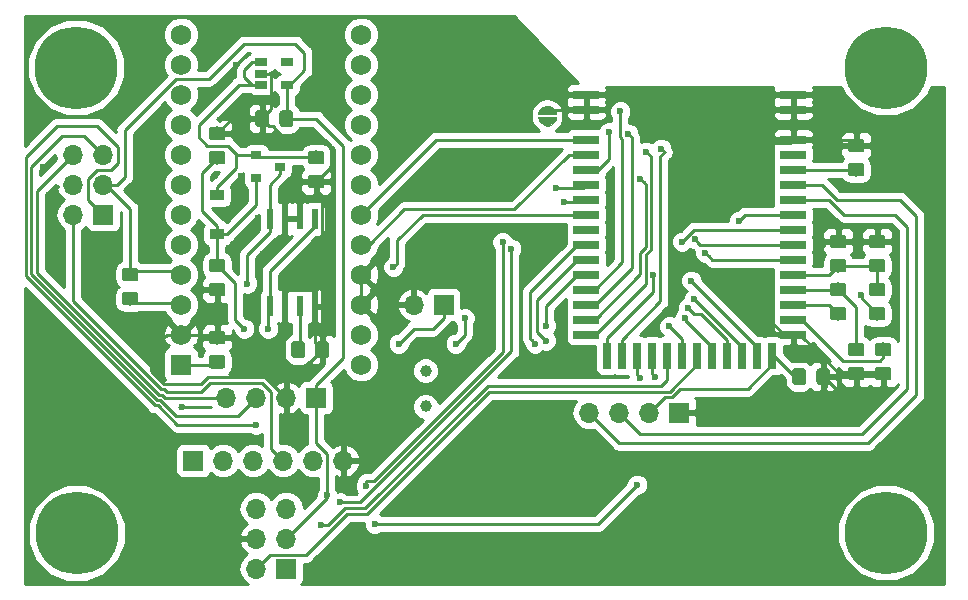
<source format=gbr>
G04 #@! TF.GenerationSoftware,KiCad,Pcbnew,(5.0.0)*
G04 #@! TF.CreationDate,2018-10-12T13:30:29-06:00*
G04 #@! TF.ProjectId,EByte_E73_tester,45427974655F4537335F746573746572,rev?*
G04 #@! TF.SameCoordinates,Original*
G04 #@! TF.FileFunction,Copper,L2,Bot,Signal*
G04 #@! TF.FilePolarity,Positive*
%FSLAX46Y46*%
G04 Gerber Fmt 4.6, Leading zero omitted, Abs format (unit mm)*
G04 Created by KiCad (PCBNEW (5.0.0)) date 10/12/18 13:30:29*
%MOMM*%
%LPD*%
G01*
G04 APERTURE LIST*
G04 #@! TA.AperFunction,EtchedComponent*
%ADD10C,0.010000*%
G04 #@! TD*
G04 #@! TA.AperFunction,ComponentPad*
%ADD11O,1.700000X1.700000*%
G04 #@! TD*
G04 #@! TA.AperFunction,ComponentPad*
%ADD12R,1.700000X1.700000*%
G04 #@! TD*
G04 #@! TA.AperFunction,SMDPad,CuDef*
%ADD13R,0.900000X0.800000*%
G04 #@! TD*
G04 #@! TA.AperFunction,Conductor*
%ADD14C,0.100000*%
G04 #@! TD*
G04 #@! TA.AperFunction,SMDPad,CuDef*
%ADD15C,1.150000*%
G04 #@! TD*
G04 #@! TA.AperFunction,ComponentPad*
%ADD16R,1.752600X1.752600*%
G04 #@! TD*
G04 #@! TA.AperFunction,ComponentPad*
%ADD17C,1.752600*%
G04 #@! TD*
G04 #@! TA.AperFunction,ComponentPad*
%ADD18C,0.400000*%
G04 #@! TD*
G04 #@! TA.AperFunction,SMDPad,CuDef*
%ADD19R,0.720000X2.200000*%
G04 #@! TD*
G04 #@! TA.AperFunction,SMDPad,CuDef*
%ADD20R,2.200000X0.720000*%
G04 #@! TD*
G04 #@! TA.AperFunction,SMDPad,CuDef*
%ADD21R,1.200000X0.900000*%
G04 #@! TD*
G04 #@! TA.AperFunction,SMDPad,CuDef*
%ADD22R,1.060000X0.650000*%
G04 #@! TD*
G04 #@! TA.AperFunction,SMDPad,CuDef*
%ADD23R,0.550000X1.750000*%
G04 #@! TD*
G04 #@! TA.AperFunction,WasherPad*
%ADD24C,1.000000*%
G04 #@! TD*
G04 #@! TA.AperFunction,ComponentPad*
%ADD25C,0.800000*%
G04 #@! TD*
G04 #@! TA.AperFunction,ComponentPad*
%ADD26C,7.000000*%
G04 #@! TD*
G04 #@! TA.AperFunction,ViaPad*
%ADD27C,0.600000*%
G04 #@! TD*
G04 #@! TA.AperFunction,Conductor*
%ADD28C,0.250000*%
G04 #@! TD*
G04 #@! TA.AperFunction,Conductor*
%ADD29C,0.254000*%
G04 #@! TD*
G04 APERTURE END LIST*
D10*
G04 #@! TO.C,JP2*
G36*
X105168000Y-91794000D02*
X105213200Y-92050500D01*
X105343500Y-92276100D01*
X105543000Y-92443500D01*
X105787800Y-92532600D01*
X106048200Y-92532600D01*
X106293000Y-92443500D01*
X106492500Y-92276100D01*
X106622800Y-92050500D01*
X106668000Y-91794000D01*
X105168000Y-91794000D01*
X105168000Y-91794000D01*
G37*
X105168000Y-91794000D02*
X105213200Y-92050500D01*
X105343500Y-92276100D01*
X105543000Y-92443500D01*
X105787800Y-92532600D01*
X106048200Y-92532600D01*
X106293000Y-92443500D01*
X106492500Y-92276100D01*
X106622800Y-92050500D01*
X106668000Y-91794000D01*
X105168000Y-91794000D01*
G36*
X106668000Y-91594000D02*
X106622800Y-91337500D01*
X106492500Y-91111900D01*
X106293000Y-90944500D01*
X106048200Y-90855400D01*
X105787800Y-90855400D01*
X105543000Y-90944500D01*
X105343500Y-91111900D01*
X105213200Y-91337500D01*
X105168000Y-91594000D01*
X106668000Y-91594000D01*
X106668000Y-91594000D01*
G37*
X106668000Y-91594000D02*
X106622800Y-91337500D01*
X106492500Y-91111900D01*
X106293000Y-90944500D01*
X106048200Y-90855400D01*
X105787800Y-90855400D01*
X105543000Y-90944500D01*
X105343500Y-91111900D01*
X105213200Y-91337500D01*
X105168000Y-91594000D01*
X106668000Y-91594000D01*
G04 #@! TD*
D11*
G04 #@! TO.P,J5,4*
G04 #@! TO.N,SDA*
X109474000Y-116840000D03*
G04 #@! TO.P,J5,3*
G04 #@! TO.N,SCL*
X112014000Y-116840000D03*
G04 #@! TO.P,J5,2*
G04 #@! TO.N,VCC*
X114554000Y-116840000D03*
D12*
G04 #@! TO.P,J5,1*
G04 #@! TO.N,GND*
X117094000Y-116840000D03*
G04 #@! TD*
D13*
G04 #@! TO.P,Q1,1*
G04 #@! TO.N,+5V*
X81296000Y-96962000D03*
G04 #@! TO.P,Q1,2*
G04 #@! TO.N,Net-(C7-Pad1)*
X81296000Y-95062000D03*
G04 #@! TO.P,Q1,3*
G04 #@! TO.N,/VBatt*
X83296000Y-96012000D03*
G04 #@! TD*
D14*
G04 #@! TO.N,GND*
G04 #@! TO.C,C6*
G36*
X78452505Y-105861204D02*
X78476773Y-105864804D01*
X78500572Y-105870765D01*
X78523671Y-105879030D01*
X78545850Y-105889520D01*
X78566893Y-105902132D01*
X78586599Y-105916747D01*
X78604777Y-105933223D01*
X78621253Y-105951401D01*
X78635868Y-105971107D01*
X78648480Y-105992150D01*
X78658970Y-106014329D01*
X78667235Y-106037428D01*
X78673196Y-106061227D01*
X78676796Y-106085495D01*
X78678000Y-106109999D01*
X78678000Y-106760001D01*
X78676796Y-106784505D01*
X78673196Y-106808773D01*
X78667235Y-106832572D01*
X78658970Y-106855671D01*
X78648480Y-106877850D01*
X78635868Y-106898893D01*
X78621253Y-106918599D01*
X78604777Y-106936777D01*
X78586599Y-106953253D01*
X78566893Y-106967868D01*
X78545850Y-106980480D01*
X78523671Y-106990970D01*
X78500572Y-106999235D01*
X78476773Y-107005196D01*
X78452505Y-107008796D01*
X78428001Y-107010000D01*
X77527999Y-107010000D01*
X77503495Y-107008796D01*
X77479227Y-107005196D01*
X77455428Y-106999235D01*
X77432329Y-106990970D01*
X77410150Y-106980480D01*
X77389107Y-106967868D01*
X77369401Y-106953253D01*
X77351223Y-106936777D01*
X77334747Y-106918599D01*
X77320132Y-106898893D01*
X77307520Y-106877850D01*
X77297030Y-106855671D01*
X77288765Y-106832572D01*
X77282804Y-106808773D01*
X77279204Y-106784505D01*
X77278000Y-106760001D01*
X77278000Y-106109999D01*
X77279204Y-106085495D01*
X77282804Y-106061227D01*
X77288765Y-106037428D01*
X77297030Y-106014329D01*
X77307520Y-105992150D01*
X77320132Y-105971107D01*
X77334747Y-105951401D01*
X77351223Y-105933223D01*
X77369401Y-105916747D01*
X77389107Y-105902132D01*
X77410150Y-105889520D01*
X77432329Y-105879030D01*
X77455428Y-105870765D01*
X77479227Y-105864804D01*
X77503495Y-105861204D01*
X77527999Y-105860000D01*
X78428001Y-105860000D01*
X78452505Y-105861204D01*
X78452505Y-105861204D01*
G37*
D15*
G04 #@! TD*
G04 #@! TO.P,C6,2*
G04 #@! TO.N,GND*
X77978000Y-106435000D03*
D14*
G04 #@! TO.N,+5V*
G04 #@! TO.C,C6*
G36*
X78452505Y-103811204D02*
X78476773Y-103814804D01*
X78500572Y-103820765D01*
X78523671Y-103829030D01*
X78545850Y-103839520D01*
X78566893Y-103852132D01*
X78586599Y-103866747D01*
X78604777Y-103883223D01*
X78621253Y-103901401D01*
X78635868Y-103921107D01*
X78648480Y-103942150D01*
X78658970Y-103964329D01*
X78667235Y-103987428D01*
X78673196Y-104011227D01*
X78676796Y-104035495D01*
X78678000Y-104059999D01*
X78678000Y-104710001D01*
X78676796Y-104734505D01*
X78673196Y-104758773D01*
X78667235Y-104782572D01*
X78658970Y-104805671D01*
X78648480Y-104827850D01*
X78635868Y-104848893D01*
X78621253Y-104868599D01*
X78604777Y-104886777D01*
X78586599Y-104903253D01*
X78566893Y-104917868D01*
X78545850Y-104930480D01*
X78523671Y-104940970D01*
X78500572Y-104949235D01*
X78476773Y-104955196D01*
X78452505Y-104958796D01*
X78428001Y-104960000D01*
X77527999Y-104960000D01*
X77503495Y-104958796D01*
X77479227Y-104955196D01*
X77455428Y-104949235D01*
X77432329Y-104940970D01*
X77410150Y-104930480D01*
X77389107Y-104917868D01*
X77369401Y-104903253D01*
X77351223Y-104886777D01*
X77334747Y-104868599D01*
X77320132Y-104848893D01*
X77307520Y-104827850D01*
X77297030Y-104805671D01*
X77288765Y-104782572D01*
X77282804Y-104758773D01*
X77279204Y-104734505D01*
X77278000Y-104710001D01*
X77278000Y-104059999D01*
X77279204Y-104035495D01*
X77282804Y-104011227D01*
X77288765Y-103987428D01*
X77297030Y-103964329D01*
X77307520Y-103942150D01*
X77320132Y-103921107D01*
X77334747Y-103901401D01*
X77351223Y-103883223D01*
X77369401Y-103866747D01*
X77389107Y-103852132D01*
X77410150Y-103839520D01*
X77432329Y-103829030D01*
X77455428Y-103820765D01*
X77479227Y-103814804D01*
X77503495Y-103811204D01*
X77527999Y-103810000D01*
X78428001Y-103810000D01*
X78452505Y-103811204D01*
X78452505Y-103811204D01*
G37*
D15*
G04 #@! TD*
G04 #@! TO.P,C6,1*
G04 #@! TO.N,+5V*
X77978000Y-104385000D03*
D16*
G04 #@! TO.P,U2,1*
G04 #@! TO.N,/VBatt*
X74930000Y-112776000D03*
D17*
G04 #@! TO.P,U2,2*
G04 #@! TO.N,GND*
X74930000Y-110236000D03*
G04 #@! TO.P,U2,3*
G04 #@! TO.N,RESET*
X74930000Y-107696000D03*
G04 #@! TO.P,U2,4*
G04 #@! TO.N,VCC*
X74930000Y-105156000D03*
G04 #@! TO.P,U2,5*
G04 #@! TO.N,/P0.05*
X74930000Y-102616000D03*
G04 #@! TO.P,U2,6*
G04 #@! TO.N,/P0.04*
X74930000Y-100076000D03*
G04 #@! TO.P,U2,7*
G04 #@! TO.N,/P0.03*
X74930000Y-97536000D03*
G04 #@! TO.P,U2,8*
G04 #@! TO.N,/P0.02*
X74930000Y-94996000D03*
G04 #@! TO.P,U2,9*
G04 #@! TO.N,SCK*
X74930000Y-92456000D03*
G04 #@! TO.P,U2,10*
G04 #@! TO.N,MISO*
X74930000Y-89916000D03*
G04 #@! TO.P,U2,11*
G04 #@! TO.N,MOSI*
X74930000Y-87376000D03*
G04 #@! TO.P,U2,12*
G04 #@! TO.N,/P0.11*
X74930000Y-84836000D03*
G04 #@! TO.P,U2,24*
G04 #@! TO.N,/P0.16*
X90170000Y-84836000D03*
G04 #@! TO.P,U2,23*
G04 #@! TO.N,/P0.15*
X90170000Y-87376000D03*
G04 #@! TO.P,U2,22*
G04 #@! TO.N,/P0.30*
X90170000Y-89916000D03*
G04 #@! TO.P,U2,21*
G04 #@! TO.N,/P0.29*
X90170000Y-92456000D03*
G04 #@! TO.P,U2,20*
G04 #@! TO.N,/P0.28*
X90170000Y-94996000D03*
G04 #@! TO.P,U2,19*
G04 #@! TO.N,/P0.27*
X90170000Y-97536000D03*
G04 #@! TO.P,U2,18*
G04 #@! TO.N,/P0.24*
X90170000Y-100076000D03*
G04 #@! TO.P,U2,17*
G04 #@! TO.N,/P0.23*
X90170000Y-102616000D03*
G04 #@! TO.P,U2,16*
G04 #@! TO.N,GND*
X90170000Y-105156000D03*
G04 #@! TO.P,U2,15*
X90170000Y-107696000D03*
G04 #@! TO.P,U2,14*
G04 #@! TO.N,/P0.07*
X90170000Y-110236000D03*
G04 #@! TO.P,U2,13*
G04 #@! TO.N,/P0.17*
X90170000Y-112776000D03*
G04 #@! TD*
D18*
G04 #@! TO.P,JP2,2*
G04 #@! TO.N,GND*
X105918000Y-91244000D03*
G04 #@! TO.P,JP2,1*
G04 #@! TO.N,Net-(JP2-Pad1)*
X105918000Y-92144000D03*
X105918000Y-92144000D03*
G04 #@! TO.P,JP2,2*
G04 #@! TO.N,GND*
X105918000Y-91244000D03*
G04 #@! TD*
D19*
G04 #@! TO.P,U1,27*
G04 #@! TO.N,SCK*
X110998000Y-112014000D03*
G04 #@! TO.P,U1,26*
G04 #@! TO.N,/P0.11*
X112268000Y-112014000D03*
G04 #@! TO.P,U1,25*
G04 #@! TO.N,/P0.10*
X113538000Y-112014000D03*
G04 #@! TO.P,U1,24*
G04 #@! TO.N,/P0.09*
X114808000Y-112014000D03*
G04 #@! TO.P,U1,23*
G04 #@! TO.N,RXD*
X116078000Y-112014000D03*
G04 #@! TO.P,U1,22*
G04 #@! TO.N,/P0.07*
X117348000Y-112014000D03*
G04 #@! TO.P,U1,21*
G04 #@! TO.N,TXD*
X118618000Y-112014000D03*
G04 #@! TO.P,U1,20*
G04 #@! TO.N,/P0.05*
X119888000Y-112014000D03*
G04 #@! TO.P,U1,19*
G04 #@! TO.N,/P0.04*
X121158000Y-112014000D03*
G04 #@! TO.P,U1,18*
G04 #@! TO.N,/P0.03*
X122428000Y-112014000D03*
G04 #@! TO.P,U1,17*
G04 #@! TO.N,/P0.02*
X123698000Y-112014000D03*
G04 #@! TO.P,U1,16*
G04 #@! TO.N,VCC*
X124968000Y-112014000D03*
D20*
G04 #@! TO.P,U1,28*
G04 #@! TO.N,MOSI*
X109220000Y-110236000D03*
G04 #@! TO.P,U1,29*
G04 #@! TO.N,MISO*
X109220000Y-108966000D03*
G04 #@! TO.P,U1,30*
G04 #@! TO.N,/P0.15*
X109220000Y-107696000D03*
G04 #@! TO.P,U1,31*
G04 #@! TO.N,/P0.16*
X109220000Y-106426000D03*
G04 #@! TO.P,U1,32*
G04 #@! TO.N,/P0.17*
X109220000Y-105156000D03*
G04 #@! TO.P,U1,33*
G04 #@! TO.N,/P0.18*
X109220000Y-103886000D03*
G04 #@! TO.P,U1,34*
G04 #@! TO.N,/P0.19*
X109220000Y-102616000D03*
G04 #@! TO.P,U1,35*
G04 #@! TO.N,N/C*
X109220000Y-101346000D03*
G04 #@! TO.P,U1,36*
G04 #@! TO.N,RESET*
X109220000Y-100076000D03*
G04 #@! TO.P,U1,37*
G04 #@! TO.N,SWDCLK*
X109220000Y-98806000D03*
G04 #@! TO.P,U1,38*
G04 #@! TO.N,SWDIO*
X109220000Y-97536000D03*
G04 #@! TO.P,U1,39*
G04 #@! TO.N,Net-(JP2-Pad1)*
X109220000Y-96266000D03*
G04 #@! TO.P,U1,40*
G04 #@! TO.N,/P0.23*
X109220000Y-94996000D03*
G04 #@! TO.P,U1,41*
G04 #@! TO.N,/P0.24*
X109220000Y-93726000D03*
G04 #@! TO.P,U1,42*
G04 #@! TO.N,GND*
X109220000Y-91186000D03*
G04 #@! TO.P,U1,43*
X109220000Y-89916000D03*
G04 #@! TO.P,U1,0*
X126746000Y-89916000D03*
G04 #@! TO.P,U1,1*
X126746000Y-91186000D03*
G04 #@! TO.P,U1,2*
X126746000Y-93726000D03*
G04 #@! TO.P,U1,3*
G04 #@! TO.N,N/C*
X126746000Y-94996000D03*
G04 #@! TO.P,U1,4*
G04 #@! TO.N,Net-(C4-Pad1)*
X126746000Y-96266000D03*
G04 #@! TO.P,U1,5*
G04 #@! TO.N,SDA*
X126746000Y-97536000D03*
G04 #@! TO.P,U1,6*
G04 #@! TO.N,SCL*
X126746000Y-98806000D03*
G04 #@! TO.P,U1,7*
G04 #@! TO.N,/P0.27*
X126746000Y-100076000D03*
G04 #@! TO.P,U1,8*
G04 #@! TO.N,/P0.28*
X126746000Y-101346000D03*
G04 #@! TO.P,U1,9*
G04 #@! TO.N,/P0.29*
X126746000Y-102616000D03*
G04 #@! TO.P,U1,10*
G04 #@! TO.N,/P0.30*
X126746000Y-103886000D03*
G04 #@! TO.P,U1,11*
G04 #@! TO.N,/P0.31*
X126746000Y-105156000D03*
G04 #@! TO.P,U1,12*
G04 #@! TO.N,Net-(C1-Pad1)*
X126746000Y-106426000D03*
G04 #@! TO.P,U1,13*
G04 #@! TO.N,Net-(L1-Pad2)*
X126746000Y-107696000D03*
G04 #@! TO.P,U1,14*
G04 #@! TO.N,Net-(C2-Pad1)*
X126746000Y-108966000D03*
G04 #@! TO.P,U1,15*
G04 #@! TO.N,GND*
X126746000Y-110236000D03*
G04 #@! TD*
D12*
G04 #@! TO.P,J3,1*
G04 #@! TO.N,VCC*
X86360000Y-115570000D03*
D11*
G04 #@! TO.P,J3,2*
G04 #@! TO.N,GND*
X83820000Y-115570000D03*
G04 #@! TO.P,J3,3*
G04 #@! TO.N,DUT_SWDCLK*
X81280000Y-115570000D03*
G04 #@! TO.P,J3,4*
G04 #@! TO.N,DUT_SWDIO*
X78740000Y-115570000D03*
G04 #@! TD*
D12*
G04 #@! TO.P,J4,1*
G04 #@! TO.N,+5V*
X75946000Y-120904000D03*
D11*
G04 #@! TO.P,J4,2*
G04 #@! TO.N,N/C*
X78486000Y-120904000D03*
G04 #@! TO.P,J4,3*
X81026000Y-120904000D03*
G04 #@! TO.P,J4,4*
G04 #@! TO.N,DUT_TXD*
X83566000Y-120904000D03*
G04 #@! TO.P,J4,5*
G04 #@! TO.N,DUT_RXD*
X86106000Y-120904000D03*
G04 #@! TO.P,J4,6*
G04 #@! TO.N,GND*
X88646000Y-120904000D03*
G04 #@! TD*
D12*
G04 #@! TO.P,J1,1*
G04 #@! TO.N,DUT_RXD*
X68326000Y-100076000D03*
D11*
G04 #@! TO.P,J1,2*
G04 #@! TO.N,DUT_TXD*
X65786000Y-100076000D03*
G04 #@! TO.P,J1,3*
G04 #@! TO.N,VCC*
X68326000Y-97536000D03*
G04 #@! TO.P,J1,4*
G04 #@! TO.N,GND*
X65786000Y-97536000D03*
G04 #@! TO.P,J1,5*
G04 #@! TO.N,DUT_SWDCLK*
X68326000Y-94996000D03*
G04 #@! TO.P,J1,6*
G04 #@! TO.N,DUT_SWDIO*
X65786000Y-94996000D03*
G04 #@! TD*
D12*
G04 #@! TO.P,J2,1*
G04 #@! TO.N,RXD*
X83820000Y-130048000D03*
D11*
G04 #@! TO.P,J2,2*
G04 #@! TO.N,TXD*
X81280000Y-130048000D03*
G04 #@! TO.P,J2,3*
G04 #@! TO.N,VCC*
X83820000Y-127508000D03*
G04 #@! TO.P,J2,4*
G04 #@! TO.N,GND*
X81280000Y-127508000D03*
G04 #@! TO.P,J2,5*
G04 #@! TO.N,SWDCLK*
X83820000Y-124968000D03*
G04 #@! TO.P,J2,6*
G04 #@! TO.N,SWDIO*
X81280000Y-124968000D03*
G04 #@! TD*
D14*
G04 #@! TO.N,Net-(C1-Pad1)*
G04 #@! TO.C,C1*
G36*
X132554505Y-110923204D02*
X132578773Y-110926804D01*
X132602572Y-110932765D01*
X132625671Y-110941030D01*
X132647850Y-110951520D01*
X132668893Y-110964132D01*
X132688599Y-110978747D01*
X132706777Y-110995223D01*
X132723253Y-111013401D01*
X132737868Y-111033107D01*
X132750480Y-111054150D01*
X132760970Y-111076329D01*
X132769235Y-111099428D01*
X132775196Y-111123227D01*
X132778796Y-111147495D01*
X132780000Y-111171999D01*
X132780000Y-111822001D01*
X132778796Y-111846505D01*
X132775196Y-111870773D01*
X132769235Y-111894572D01*
X132760970Y-111917671D01*
X132750480Y-111939850D01*
X132737868Y-111960893D01*
X132723253Y-111980599D01*
X132706777Y-111998777D01*
X132688599Y-112015253D01*
X132668893Y-112029868D01*
X132647850Y-112042480D01*
X132625671Y-112052970D01*
X132602572Y-112061235D01*
X132578773Y-112067196D01*
X132554505Y-112070796D01*
X132530001Y-112072000D01*
X131629999Y-112072000D01*
X131605495Y-112070796D01*
X131581227Y-112067196D01*
X131557428Y-112061235D01*
X131534329Y-112052970D01*
X131512150Y-112042480D01*
X131491107Y-112029868D01*
X131471401Y-112015253D01*
X131453223Y-111998777D01*
X131436747Y-111980599D01*
X131422132Y-111960893D01*
X131409520Y-111939850D01*
X131399030Y-111917671D01*
X131390765Y-111894572D01*
X131384804Y-111870773D01*
X131381204Y-111846505D01*
X131380000Y-111822001D01*
X131380000Y-111171999D01*
X131381204Y-111147495D01*
X131384804Y-111123227D01*
X131390765Y-111099428D01*
X131399030Y-111076329D01*
X131409520Y-111054150D01*
X131422132Y-111033107D01*
X131436747Y-111013401D01*
X131453223Y-110995223D01*
X131471401Y-110978747D01*
X131491107Y-110964132D01*
X131512150Y-110951520D01*
X131534329Y-110941030D01*
X131557428Y-110932765D01*
X131581227Y-110926804D01*
X131605495Y-110923204D01*
X131629999Y-110922000D01*
X132530001Y-110922000D01*
X132554505Y-110923204D01*
X132554505Y-110923204D01*
G37*
D15*
G04 #@! TD*
G04 #@! TO.P,C1,1*
G04 #@! TO.N,Net-(C1-Pad1)*
X132080000Y-111497000D03*
D14*
G04 #@! TO.N,GND*
G04 #@! TO.C,C1*
G36*
X132554505Y-112973204D02*
X132578773Y-112976804D01*
X132602572Y-112982765D01*
X132625671Y-112991030D01*
X132647850Y-113001520D01*
X132668893Y-113014132D01*
X132688599Y-113028747D01*
X132706777Y-113045223D01*
X132723253Y-113063401D01*
X132737868Y-113083107D01*
X132750480Y-113104150D01*
X132760970Y-113126329D01*
X132769235Y-113149428D01*
X132775196Y-113173227D01*
X132778796Y-113197495D01*
X132780000Y-113221999D01*
X132780000Y-113872001D01*
X132778796Y-113896505D01*
X132775196Y-113920773D01*
X132769235Y-113944572D01*
X132760970Y-113967671D01*
X132750480Y-113989850D01*
X132737868Y-114010893D01*
X132723253Y-114030599D01*
X132706777Y-114048777D01*
X132688599Y-114065253D01*
X132668893Y-114079868D01*
X132647850Y-114092480D01*
X132625671Y-114102970D01*
X132602572Y-114111235D01*
X132578773Y-114117196D01*
X132554505Y-114120796D01*
X132530001Y-114122000D01*
X131629999Y-114122000D01*
X131605495Y-114120796D01*
X131581227Y-114117196D01*
X131557428Y-114111235D01*
X131534329Y-114102970D01*
X131512150Y-114092480D01*
X131491107Y-114079868D01*
X131471401Y-114065253D01*
X131453223Y-114048777D01*
X131436747Y-114030599D01*
X131422132Y-114010893D01*
X131409520Y-113989850D01*
X131399030Y-113967671D01*
X131390765Y-113944572D01*
X131384804Y-113920773D01*
X131381204Y-113896505D01*
X131380000Y-113872001D01*
X131380000Y-113221999D01*
X131381204Y-113197495D01*
X131384804Y-113173227D01*
X131390765Y-113149428D01*
X131399030Y-113126329D01*
X131409520Y-113104150D01*
X131422132Y-113083107D01*
X131436747Y-113063401D01*
X131453223Y-113045223D01*
X131471401Y-113028747D01*
X131491107Y-113014132D01*
X131512150Y-113001520D01*
X131534329Y-112991030D01*
X131557428Y-112982765D01*
X131581227Y-112976804D01*
X131605495Y-112973204D01*
X131629999Y-112972000D01*
X132530001Y-112972000D01*
X132554505Y-112973204D01*
X132554505Y-112973204D01*
G37*
D15*
G04 #@! TD*
G04 #@! TO.P,C1,2*
G04 #@! TO.N,GND*
X132080000Y-113547000D03*
D14*
G04 #@! TO.N,GND*
G04 #@! TO.C,C2*
G36*
X134840505Y-112973204D02*
X134864773Y-112976804D01*
X134888572Y-112982765D01*
X134911671Y-112991030D01*
X134933850Y-113001520D01*
X134954893Y-113014132D01*
X134974599Y-113028747D01*
X134992777Y-113045223D01*
X135009253Y-113063401D01*
X135023868Y-113083107D01*
X135036480Y-113104150D01*
X135046970Y-113126329D01*
X135055235Y-113149428D01*
X135061196Y-113173227D01*
X135064796Y-113197495D01*
X135066000Y-113221999D01*
X135066000Y-113872001D01*
X135064796Y-113896505D01*
X135061196Y-113920773D01*
X135055235Y-113944572D01*
X135046970Y-113967671D01*
X135036480Y-113989850D01*
X135023868Y-114010893D01*
X135009253Y-114030599D01*
X134992777Y-114048777D01*
X134974599Y-114065253D01*
X134954893Y-114079868D01*
X134933850Y-114092480D01*
X134911671Y-114102970D01*
X134888572Y-114111235D01*
X134864773Y-114117196D01*
X134840505Y-114120796D01*
X134816001Y-114122000D01*
X133915999Y-114122000D01*
X133891495Y-114120796D01*
X133867227Y-114117196D01*
X133843428Y-114111235D01*
X133820329Y-114102970D01*
X133798150Y-114092480D01*
X133777107Y-114079868D01*
X133757401Y-114065253D01*
X133739223Y-114048777D01*
X133722747Y-114030599D01*
X133708132Y-114010893D01*
X133695520Y-113989850D01*
X133685030Y-113967671D01*
X133676765Y-113944572D01*
X133670804Y-113920773D01*
X133667204Y-113896505D01*
X133666000Y-113872001D01*
X133666000Y-113221999D01*
X133667204Y-113197495D01*
X133670804Y-113173227D01*
X133676765Y-113149428D01*
X133685030Y-113126329D01*
X133695520Y-113104150D01*
X133708132Y-113083107D01*
X133722747Y-113063401D01*
X133739223Y-113045223D01*
X133757401Y-113028747D01*
X133777107Y-113014132D01*
X133798150Y-113001520D01*
X133820329Y-112991030D01*
X133843428Y-112982765D01*
X133867227Y-112976804D01*
X133891495Y-112973204D01*
X133915999Y-112972000D01*
X134816001Y-112972000D01*
X134840505Y-112973204D01*
X134840505Y-112973204D01*
G37*
D15*
G04 #@! TD*
G04 #@! TO.P,C2,2*
G04 #@! TO.N,GND*
X134366000Y-113547000D03*
D14*
G04 #@! TO.N,Net-(C2-Pad1)*
G04 #@! TO.C,C2*
G36*
X134840505Y-110923204D02*
X134864773Y-110926804D01*
X134888572Y-110932765D01*
X134911671Y-110941030D01*
X134933850Y-110951520D01*
X134954893Y-110964132D01*
X134974599Y-110978747D01*
X134992777Y-110995223D01*
X135009253Y-111013401D01*
X135023868Y-111033107D01*
X135036480Y-111054150D01*
X135046970Y-111076329D01*
X135055235Y-111099428D01*
X135061196Y-111123227D01*
X135064796Y-111147495D01*
X135066000Y-111171999D01*
X135066000Y-111822001D01*
X135064796Y-111846505D01*
X135061196Y-111870773D01*
X135055235Y-111894572D01*
X135046970Y-111917671D01*
X135036480Y-111939850D01*
X135023868Y-111960893D01*
X135009253Y-111980599D01*
X134992777Y-111998777D01*
X134974599Y-112015253D01*
X134954893Y-112029868D01*
X134933850Y-112042480D01*
X134911671Y-112052970D01*
X134888572Y-112061235D01*
X134864773Y-112067196D01*
X134840505Y-112070796D01*
X134816001Y-112072000D01*
X133915999Y-112072000D01*
X133891495Y-112070796D01*
X133867227Y-112067196D01*
X133843428Y-112061235D01*
X133820329Y-112052970D01*
X133798150Y-112042480D01*
X133777107Y-112029868D01*
X133757401Y-112015253D01*
X133739223Y-111998777D01*
X133722747Y-111980599D01*
X133708132Y-111960893D01*
X133695520Y-111939850D01*
X133685030Y-111917671D01*
X133676765Y-111894572D01*
X133670804Y-111870773D01*
X133667204Y-111846505D01*
X133666000Y-111822001D01*
X133666000Y-111171999D01*
X133667204Y-111147495D01*
X133670804Y-111123227D01*
X133676765Y-111099428D01*
X133685030Y-111076329D01*
X133695520Y-111054150D01*
X133708132Y-111033107D01*
X133722747Y-111013401D01*
X133739223Y-110995223D01*
X133757401Y-110978747D01*
X133777107Y-110964132D01*
X133798150Y-110951520D01*
X133820329Y-110941030D01*
X133843428Y-110932765D01*
X133867227Y-110926804D01*
X133891495Y-110923204D01*
X133915999Y-110922000D01*
X134816001Y-110922000D01*
X134840505Y-110923204D01*
X134840505Y-110923204D01*
G37*
D15*
G04 #@! TD*
G04 #@! TO.P,C2,1*
G04 #@! TO.N,Net-(C2-Pad1)*
X134366000Y-111497000D03*
D14*
G04 #@! TO.N,GND*
G04 #@! TO.C,C3*
G36*
X129644505Y-113093204D02*
X129668773Y-113096804D01*
X129692572Y-113102765D01*
X129715671Y-113111030D01*
X129737850Y-113121520D01*
X129758893Y-113134132D01*
X129778599Y-113148747D01*
X129796777Y-113165223D01*
X129813253Y-113183401D01*
X129827868Y-113203107D01*
X129840480Y-113224150D01*
X129850970Y-113246329D01*
X129859235Y-113269428D01*
X129865196Y-113293227D01*
X129868796Y-113317495D01*
X129870000Y-113341999D01*
X129870000Y-114242001D01*
X129868796Y-114266505D01*
X129865196Y-114290773D01*
X129859235Y-114314572D01*
X129850970Y-114337671D01*
X129840480Y-114359850D01*
X129827868Y-114380893D01*
X129813253Y-114400599D01*
X129796777Y-114418777D01*
X129778599Y-114435253D01*
X129758893Y-114449868D01*
X129737850Y-114462480D01*
X129715671Y-114472970D01*
X129692572Y-114481235D01*
X129668773Y-114487196D01*
X129644505Y-114490796D01*
X129620001Y-114492000D01*
X128969999Y-114492000D01*
X128945495Y-114490796D01*
X128921227Y-114487196D01*
X128897428Y-114481235D01*
X128874329Y-114472970D01*
X128852150Y-114462480D01*
X128831107Y-114449868D01*
X128811401Y-114435253D01*
X128793223Y-114418777D01*
X128776747Y-114400599D01*
X128762132Y-114380893D01*
X128749520Y-114359850D01*
X128739030Y-114337671D01*
X128730765Y-114314572D01*
X128724804Y-114290773D01*
X128721204Y-114266505D01*
X128720000Y-114242001D01*
X128720000Y-113341999D01*
X128721204Y-113317495D01*
X128724804Y-113293227D01*
X128730765Y-113269428D01*
X128739030Y-113246329D01*
X128749520Y-113224150D01*
X128762132Y-113203107D01*
X128776747Y-113183401D01*
X128793223Y-113165223D01*
X128811401Y-113148747D01*
X128831107Y-113134132D01*
X128852150Y-113121520D01*
X128874329Y-113111030D01*
X128897428Y-113102765D01*
X128921227Y-113096804D01*
X128945495Y-113093204D01*
X128969999Y-113092000D01*
X129620001Y-113092000D01*
X129644505Y-113093204D01*
X129644505Y-113093204D01*
G37*
D15*
G04 #@! TD*
G04 #@! TO.P,C3,2*
G04 #@! TO.N,GND*
X129295000Y-113792000D03*
D14*
G04 #@! TO.N,VCC*
G04 #@! TO.C,C3*
G36*
X127594505Y-113093204D02*
X127618773Y-113096804D01*
X127642572Y-113102765D01*
X127665671Y-113111030D01*
X127687850Y-113121520D01*
X127708893Y-113134132D01*
X127728599Y-113148747D01*
X127746777Y-113165223D01*
X127763253Y-113183401D01*
X127777868Y-113203107D01*
X127790480Y-113224150D01*
X127800970Y-113246329D01*
X127809235Y-113269428D01*
X127815196Y-113293227D01*
X127818796Y-113317495D01*
X127820000Y-113341999D01*
X127820000Y-114242001D01*
X127818796Y-114266505D01*
X127815196Y-114290773D01*
X127809235Y-114314572D01*
X127800970Y-114337671D01*
X127790480Y-114359850D01*
X127777868Y-114380893D01*
X127763253Y-114400599D01*
X127746777Y-114418777D01*
X127728599Y-114435253D01*
X127708893Y-114449868D01*
X127687850Y-114462480D01*
X127665671Y-114472970D01*
X127642572Y-114481235D01*
X127618773Y-114487196D01*
X127594505Y-114490796D01*
X127570001Y-114492000D01*
X126919999Y-114492000D01*
X126895495Y-114490796D01*
X126871227Y-114487196D01*
X126847428Y-114481235D01*
X126824329Y-114472970D01*
X126802150Y-114462480D01*
X126781107Y-114449868D01*
X126761401Y-114435253D01*
X126743223Y-114418777D01*
X126726747Y-114400599D01*
X126712132Y-114380893D01*
X126699520Y-114359850D01*
X126689030Y-114337671D01*
X126680765Y-114314572D01*
X126674804Y-114290773D01*
X126671204Y-114266505D01*
X126670000Y-114242001D01*
X126670000Y-113341999D01*
X126671204Y-113317495D01*
X126674804Y-113293227D01*
X126680765Y-113269428D01*
X126689030Y-113246329D01*
X126699520Y-113224150D01*
X126712132Y-113203107D01*
X126726747Y-113183401D01*
X126743223Y-113165223D01*
X126761401Y-113148747D01*
X126781107Y-113134132D01*
X126802150Y-113121520D01*
X126824329Y-113111030D01*
X126847428Y-113102765D01*
X126871227Y-113096804D01*
X126895495Y-113093204D01*
X126919999Y-113092000D01*
X127570001Y-113092000D01*
X127594505Y-113093204D01*
X127594505Y-113093204D01*
G37*
D15*
G04 #@! TD*
G04 #@! TO.P,C3,1*
G04 #@! TO.N,VCC*
X127245000Y-113792000D03*
D14*
G04 #@! TO.N,Net-(C4-Pad1)*
G04 #@! TO.C,C4*
G36*
X132554505Y-95701204D02*
X132578773Y-95704804D01*
X132602572Y-95710765D01*
X132625671Y-95719030D01*
X132647850Y-95729520D01*
X132668893Y-95742132D01*
X132688599Y-95756747D01*
X132706777Y-95773223D01*
X132723253Y-95791401D01*
X132737868Y-95811107D01*
X132750480Y-95832150D01*
X132760970Y-95854329D01*
X132769235Y-95877428D01*
X132775196Y-95901227D01*
X132778796Y-95925495D01*
X132780000Y-95949999D01*
X132780000Y-96600001D01*
X132778796Y-96624505D01*
X132775196Y-96648773D01*
X132769235Y-96672572D01*
X132760970Y-96695671D01*
X132750480Y-96717850D01*
X132737868Y-96738893D01*
X132723253Y-96758599D01*
X132706777Y-96776777D01*
X132688599Y-96793253D01*
X132668893Y-96807868D01*
X132647850Y-96820480D01*
X132625671Y-96830970D01*
X132602572Y-96839235D01*
X132578773Y-96845196D01*
X132554505Y-96848796D01*
X132530001Y-96850000D01*
X131629999Y-96850000D01*
X131605495Y-96848796D01*
X131581227Y-96845196D01*
X131557428Y-96839235D01*
X131534329Y-96830970D01*
X131512150Y-96820480D01*
X131491107Y-96807868D01*
X131471401Y-96793253D01*
X131453223Y-96776777D01*
X131436747Y-96758599D01*
X131422132Y-96738893D01*
X131409520Y-96717850D01*
X131399030Y-96695671D01*
X131390765Y-96672572D01*
X131384804Y-96648773D01*
X131381204Y-96624505D01*
X131380000Y-96600001D01*
X131380000Y-95949999D01*
X131381204Y-95925495D01*
X131384804Y-95901227D01*
X131390765Y-95877428D01*
X131399030Y-95854329D01*
X131409520Y-95832150D01*
X131422132Y-95811107D01*
X131436747Y-95791401D01*
X131453223Y-95773223D01*
X131471401Y-95756747D01*
X131491107Y-95742132D01*
X131512150Y-95729520D01*
X131534329Y-95719030D01*
X131557428Y-95710765D01*
X131581227Y-95704804D01*
X131605495Y-95701204D01*
X131629999Y-95700000D01*
X132530001Y-95700000D01*
X132554505Y-95701204D01*
X132554505Y-95701204D01*
G37*
D15*
G04 #@! TD*
G04 #@! TO.P,C4,1*
G04 #@! TO.N,Net-(C4-Pad1)*
X132080000Y-96275000D03*
D14*
G04 #@! TO.N,GND*
G04 #@! TO.C,C4*
G36*
X132554505Y-93651204D02*
X132578773Y-93654804D01*
X132602572Y-93660765D01*
X132625671Y-93669030D01*
X132647850Y-93679520D01*
X132668893Y-93692132D01*
X132688599Y-93706747D01*
X132706777Y-93723223D01*
X132723253Y-93741401D01*
X132737868Y-93761107D01*
X132750480Y-93782150D01*
X132760970Y-93804329D01*
X132769235Y-93827428D01*
X132775196Y-93851227D01*
X132778796Y-93875495D01*
X132780000Y-93899999D01*
X132780000Y-94550001D01*
X132778796Y-94574505D01*
X132775196Y-94598773D01*
X132769235Y-94622572D01*
X132760970Y-94645671D01*
X132750480Y-94667850D01*
X132737868Y-94688893D01*
X132723253Y-94708599D01*
X132706777Y-94726777D01*
X132688599Y-94743253D01*
X132668893Y-94757868D01*
X132647850Y-94770480D01*
X132625671Y-94780970D01*
X132602572Y-94789235D01*
X132578773Y-94795196D01*
X132554505Y-94798796D01*
X132530001Y-94800000D01*
X131629999Y-94800000D01*
X131605495Y-94798796D01*
X131581227Y-94795196D01*
X131557428Y-94789235D01*
X131534329Y-94780970D01*
X131512150Y-94770480D01*
X131491107Y-94757868D01*
X131471401Y-94743253D01*
X131453223Y-94726777D01*
X131436747Y-94708599D01*
X131422132Y-94688893D01*
X131409520Y-94667850D01*
X131399030Y-94645671D01*
X131390765Y-94622572D01*
X131384804Y-94598773D01*
X131381204Y-94574505D01*
X131380000Y-94550001D01*
X131380000Y-93899999D01*
X131381204Y-93875495D01*
X131384804Y-93851227D01*
X131390765Y-93827428D01*
X131399030Y-93804329D01*
X131409520Y-93782150D01*
X131422132Y-93761107D01*
X131436747Y-93741401D01*
X131453223Y-93723223D01*
X131471401Y-93706747D01*
X131491107Y-93692132D01*
X131512150Y-93679520D01*
X131534329Y-93669030D01*
X131557428Y-93660765D01*
X131581227Y-93654804D01*
X131605495Y-93651204D01*
X131629999Y-93650000D01*
X132530001Y-93650000D01*
X132554505Y-93651204D01*
X132554505Y-93651204D01*
G37*
D15*
G04 #@! TD*
G04 #@! TO.P,C4,2*
G04 #@! TO.N,GND*
X132080000Y-94225000D03*
D14*
G04 #@! TO.N,/P0.31*
G04 #@! TO.C,C5*
G36*
X134332505Y-103829204D02*
X134356773Y-103832804D01*
X134380572Y-103838765D01*
X134403671Y-103847030D01*
X134425850Y-103857520D01*
X134446893Y-103870132D01*
X134466599Y-103884747D01*
X134484777Y-103901223D01*
X134501253Y-103919401D01*
X134515868Y-103939107D01*
X134528480Y-103960150D01*
X134538970Y-103982329D01*
X134547235Y-104005428D01*
X134553196Y-104029227D01*
X134556796Y-104053495D01*
X134558000Y-104077999D01*
X134558000Y-104728001D01*
X134556796Y-104752505D01*
X134553196Y-104776773D01*
X134547235Y-104800572D01*
X134538970Y-104823671D01*
X134528480Y-104845850D01*
X134515868Y-104866893D01*
X134501253Y-104886599D01*
X134484777Y-104904777D01*
X134466599Y-104921253D01*
X134446893Y-104935868D01*
X134425850Y-104948480D01*
X134403671Y-104958970D01*
X134380572Y-104967235D01*
X134356773Y-104973196D01*
X134332505Y-104976796D01*
X134308001Y-104978000D01*
X133407999Y-104978000D01*
X133383495Y-104976796D01*
X133359227Y-104973196D01*
X133335428Y-104967235D01*
X133312329Y-104958970D01*
X133290150Y-104948480D01*
X133269107Y-104935868D01*
X133249401Y-104921253D01*
X133231223Y-104904777D01*
X133214747Y-104886599D01*
X133200132Y-104866893D01*
X133187520Y-104845850D01*
X133177030Y-104823671D01*
X133168765Y-104800572D01*
X133162804Y-104776773D01*
X133159204Y-104752505D01*
X133158000Y-104728001D01*
X133158000Y-104077999D01*
X133159204Y-104053495D01*
X133162804Y-104029227D01*
X133168765Y-104005428D01*
X133177030Y-103982329D01*
X133187520Y-103960150D01*
X133200132Y-103939107D01*
X133214747Y-103919401D01*
X133231223Y-103901223D01*
X133249401Y-103884747D01*
X133269107Y-103870132D01*
X133290150Y-103857520D01*
X133312329Y-103847030D01*
X133335428Y-103838765D01*
X133359227Y-103832804D01*
X133383495Y-103829204D01*
X133407999Y-103828000D01*
X134308001Y-103828000D01*
X134332505Y-103829204D01*
X134332505Y-103829204D01*
G37*
D15*
G04 #@! TD*
G04 #@! TO.P,C5,1*
G04 #@! TO.N,/P0.31*
X133858000Y-104403000D03*
D14*
G04 #@! TO.N,GND*
G04 #@! TO.C,C5*
G36*
X134332505Y-101779204D02*
X134356773Y-101782804D01*
X134380572Y-101788765D01*
X134403671Y-101797030D01*
X134425850Y-101807520D01*
X134446893Y-101820132D01*
X134466599Y-101834747D01*
X134484777Y-101851223D01*
X134501253Y-101869401D01*
X134515868Y-101889107D01*
X134528480Y-101910150D01*
X134538970Y-101932329D01*
X134547235Y-101955428D01*
X134553196Y-101979227D01*
X134556796Y-102003495D01*
X134558000Y-102027999D01*
X134558000Y-102678001D01*
X134556796Y-102702505D01*
X134553196Y-102726773D01*
X134547235Y-102750572D01*
X134538970Y-102773671D01*
X134528480Y-102795850D01*
X134515868Y-102816893D01*
X134501253Y-102836599D01*
X134484777Y-102854777D01*
X134466599Y-102871253D01*
X134446893Y-102885868D01*
X134425850Y-102898480D01*
X134403671Y-102908970D01*
X134380572Y-102917235D01*
X134356773Y-102923196D01*
X134332505Y-102926796D01*
X134308001Y-102928000D01*
X133407999Y-102928000D01*
X133383495Y-102926796D01*
X133359227Y-102923196D01*
X133335428Y-102917235D01*
X133312329Y-102908970D01*
X133290150Y-102898480D01*
X133269107Y-102885868D01*
X133249401Y-102871253D01*
X133231223Y-102854777D01*
X133214747Y-102836599D01*
X133200132Y-102816893D01*
X133187520Y-102795850D01*
X133177030Y-102773671D01*
X133168765Y-102750572D01*
X133162804Y-102726773D01*
X133159204Y-102702505D01*
X133158000Y-102678001D01*
X133158000Y-102027999D01*
X133159204Y-102003495D01*
X133162804Y-101979227D01*
X133168765Y-101955428D01*
X133177030Y-101932329D01*
X133187520Y-101910150D01*
X133200132Y-101889107D01*
X133214747Y-101869401D01*
X133231223Y-101851223D01*
X133249401Y-101834747D01*
X133269107Y-101820132D01*
X133290150Y-101807520D01*
X133312329Y-101797030D01*
X133335428Y-101788765D01*
X133359227Y-101782804D01*
X133383495Y-101779204D01*
X133407999Y-101778000D01*
X134308001Y-101778000D01*
X134332505Y-101779204D01*
X134332505Y-101779204D01*
G37*
D15*
G04 #@! TD*
G04 #@! TO.P,C5,2*
G04 #@! TO.N,GND*
X133858000Y-102353000D03*
D14*
G04 #@! TO.N,Net-(C7-Pad1)*
G04 #@! TO.C,C7*
G36*
X86834505Y-94667204D02*
X86858773Y-94670804D01*
X86882572Y-94676765D01*
X86905671Y-94685030D01*
X86927850Y-94695520D01*
X86948893Y-94708132D01*
X86968599Y-94722747D01*
X86986777Y-94739223D01*
X87003253Y-94757401D01*
X87017868Y-94777107D01*
X87030480Y-94798150D01*
X87040970Y-94820329D01*
X87049235Y-94843428D01*
X87055196Y-94867227D01*
X87058796Y-94891495D01*
X87060000Y-94915999D01*
X87060000Y-95566001D01*
X87058796Y-95590505D01*
X87055196Y-95614773D01*
X87049235Y-95638572D01*
X87040970Y-95661671D01*
X87030480Y-95683850D01*
X87017868Y-95704893D01*
X87003253Y-95724599D01*
X86986777Y-95742777D01*
X86968599Y-95759253D01*
X86948893Y-95773868D01*
X86927850Y-95786480D01*
X86905671Y-95796970D01*
X86882572Y-95805235D01*
X86858773Y-95811196D01*
X86834505Y-95814796D01*
X86810001Y-95816000D01*
X85909999Y-95816000D01*
X85885495Y-95814796D01*
X85861227Y-95811196D01*
X85837428Y-95805235D01*
X85814329Y-95796970D01*
X85792150Y-95786480D01*
X85771107Y-95773868D01*
X85751401Y-95759253D01*
X85733223Y-95742777D01*
X85716747Y-95724599D01*
X85702132Y-95704893D01*
X85689520Y-95683850D01*
X85679030Y-95661671D01*
X85670765Y-95638572D01*
X85664804Y-95614773D01*
X85661204Y-95590505D01*
X85660000Y-95566001D01*
X85660000Y-94915999D01*
X85661204Y-94891495D01*
X85664804Y-94867227D01*
X85670765Y-94843428D01*
X85679030Y-94820329D01*
X85689520Y-94798150D01*
X85702132Y-94777107D01*
X85716747Y-94757401D01*
X85733223Y-94739223D01*
X85751401Y-94722747D01*
X85771107Y-94708132D01*
X85792150Y-94695520D01*
X85814329Y-94685030D01*
X85837428Y-94676765D01*
X85861227Y-94670804D01*
X85885495Y-94667204D01*
X85909999Y-94666000D01*
X86810001Y-94666000D01*
X86834505Y-94667204D01*
X86834505Y-94667204D01*
G37*
D15*
G04 #@! TD*
G04 #@! TO.P,C7,1*
G04 #@! TO.N,Net-(C7-Pad1)*
X86360000Y-95241000D03*
D14*
G04 #@! TO.N,GND*
G04 #@! TO.C,C7*
G36*
X86834505Y-96717204D02*
X86858773Y-96720804D01*
X86882572Y-96726765D01*
X86905671Y-96735030D01*
X86927850Y-96745520D01*
X86948893Y-96758132D01*
X86968599Y-96772747D01*
X86986777Y-96789223D01*
X87003253Y-96807401D01*
X87017868Y-96827107D01*
X87030480Y-96848150D01*
X87040970Y-96870329D01*
X87049235Y-96893428D01*
X87055196Y-96917227D01*
X87058796Y-96941495D01*
X87060000Y-96965999D01*
X87060000Y-97616001D01*
X87058796Y-97640505D01*
X87055196Y-97664773D01*
X87049235Y-97688572D01*
X87040970Y-97711671D01*
X87030480Y-97733850D01*
X87017868Y-97754893D01*
X87003253Y-97774599D01*
X86986777Y-97792777D01*
X86968599Y-97809253D01*
X86948893Y-97823868D01*
X86927850Y-97836480D01*
X86905671Y-97846970D01*
X86882572Y-97855235D01*
X86858773Y-97861196D01*
X86834505Y-97864796D01*
X86810001Y-97866000D01*
X85909999Y-97866000D01*
X85885495Y-97864796D01*
X85861227Y-97861196D01*
X85837428Y-97855235D01*
X85814329Y-97846970D01*
X85792150Y-97836480D01*
X85771107Y-97823868D01*
X85751401Y-97809253D01*
X85733223Y-97792777D01*
X85716747Y-97774599D01*
X85702132Y-97754893D01*
X85689520Y-97733850D01*
X85679030Y-97711671D01*
X85670765Y-97688572D01*
X85664804Y-97664773D01*
X85661204Y-97640505D01*
X85660000Y-97616001D01*
X85660000Y-96965999D01*
X85661204Y-96941495D01*
X85664804Y-96917227D01*
X85670765Y-96893428D01*
X85679030Y-96870329D01*
X85689520Y-96848150D01*
X85702132Y-96827107D01*
X85716747Y-96807401D01*
X85733223Y-96789223D01*
X85751401Y-96772747D01*
X85771107Y-96758132D01*
X85792150Y-96745520D01*
X85814329Y-96735030D01*
X85837428Y-96726765D01*
X85861227Y-96720804D01*
X85885495Y-96717204D01*
X85909999Y-96716000D01*
X86810001Y-96716000D01*
X86834505Y-96717204D01*
X86834505Y-96717204D01*
G37*
D15*
G04 #@! TD*
G04 #@! TO.P,C7,2*
G04 #@! TO.N,GND*
X86360000Y-97291000D03*
D14*
G04 #@! TO.N,GND*
G04 #@! TO.C,C8*
G36*
X82128505Y-91249204D02*
X82152773Y-91252804D01*
X82176572Y-91258765D01*
X82199671Y-91267030D01*
X82221850Y-91277520D01*
X82242893Y-91290132D01*
X82262599Y-91304747D01*
X82280777Y-91321223D01*
X82297253Y-91339401D01*
X82311868Y-91359107D01*
X82324480Y-91380150D01*
X82334970Y-91402329D01*
X82343235Y-91425428D01*
X82349196Y-91449227D01*
X82352796Y-91473495D01*
X82354000Y-91497999D01*
X82354000Y-92398001D01*
X82352796Y-92422505D01*
X82349196Y-92446773D01*
X82343235Y-92470572D01*
X82334970Y-92493671D01*
X82324480Y-92515850D01*
X82311868Y-92536893D01*
X82297253Y-92556599D01*
X82280777Y-92574777D01*
X82262599Y-92591253D01*
X82242893Y-92605868D01*
X82221850Y-92618480D01*
X82199671Y-92628970D01*
X82176572Y-92637235D01*
X82152773Y-92643196D01*
X82128505Y-92646796D01*
X82104001Y-92648000D01*
X81453999Y-92648000D01*
X81429495Y-92646796D01*
X81405227Y-92643196D01*
X81381428Y-92637235D01*
X81358329Y-92628970D01*
X81336150Y-92618480D01*
X81315107Y-92605868D01*
X81295401Y-92591253D01*
X81277223Y-92574777D01*
X81260747Y-92556599D01*
X81246132Y-92536893D01*
X81233520Y-92515850D01*
X81223030Y-92493671D01*
X81214765Y-92470572D01*
X81208804Y-92446773D01*
X81205204Y-92422505D01*
X81204000Y-92398001D01*
X81204000Y-91497999D01*
X81205204Y-91473495D01*
X81208804Y-91449227D01*
X81214765Y-91425428D01*
X81223030Y-91402329D01*
X81233520Y-91380150D01*
X81246132Y-91359107D01*
X81260747Y-91339401D01*
X81277223Y-91321223D01*
X81295401Y-91304747D01*
X81315107Y-91290132D01*
X81336150Y-91277520D01*
X81358329Y-91267030D01*
X81381428Y-91258765D01*
X81405227Y-91252804D01*
X81429495Y-91249204D01*
X81453999Y-91248000D01*
X82104001Y-91248000D01*
X82128505Y-91249204D01*
X82128505Y-91249204D01*
G37*
D15*
G04 #@! TD*
G04 #@! TO.P,C8,2*
G04 #@! TO.N,GND*
X81779000Y-91948000D03*
D14*
G04 #@! TO.N,VCC*
G04 #@! TO.C,C8*
G36*
X84178505Y-91249204D02*
X84202773Y-91252804D01*
X84226572Y-91258765D01*
X84249671Y-91267030D01*
X84271850Y-91277520D01*
X84292893Y-91290132D01*
X84312599Y-91304747D01*
X84330777Y-91321223D01*
X84347253Y-91339401D01*
X84361868Y-91359107D01*
X84374480Y-91380150D01*
X84384970Y-91402329D01*
X84393235Y-91425428D01*
X84399196Y-91449227D01*
X84402796Y-91473495D01*
X84404000Y-91497999D01*
X84404000Y-92398001D01*
X84402796Y-92422505D01*
X84399196Y-92446773D01*
X84393235Y-92470572D01*
X84384970Y-92493671D01*
X84374480Y-92515850D01*
X84361868Y-92536893D01*
X84347253Y-92556599D01*
X84330777Y-92574777D01*
X84312599Y-92591253D01*
X84292893Y-92605868D01*
X84271850Y-92618480D01*
X84249671Y-92628970D01*
X84226572Y-92637235D01*
X84202773Y-92643196D01*
X84178505Y-92646796D01*
X84154001Y-92648000D01*
X83503999Y-92648000D01*
X83479495Y-92646796D01*
X83455227Y-92643196D01*
X83431428Y-92637235D01*
X83408329Y-92628970D01*
X83386150Y-92618480D01*
X83365107Y-92605868D01*
X83345401Y-92591253D01*
X83327223Y-92574777D01*
X83310747Y-92556599D01*
X83296132Y-92536893D01*
X83283520Y-92515850D01*
X83273030Y-92493671D01*
X83264765Y-92470572D01*
X83258804Y-92446773D01*
X83255204Y-92422505D01*
X83254000Y-92398001D01*
X83254000Y-91497999D01*
X83255204Y-91473495D01*
X83258804Y-91449227D01*
X83264765Y-91425428D01*
X83273030Y-91402329D01*
X83283520Y-91380150D01*
X83296132Y-91359107D01*
X83310747Y-91339401D01*
X83327223Y-91321223D01*
X83345401Y-91304747D01*
X83365107Y-91290132D01*
X83386150Y-91277520D01*
X83408329Y-91267030D01*
X83431428Y-91258765D01*
X83455227Y-91252804D01*
X83479495Y-91249204D01*
X83503999Y-91248000D01*
X84154001Y-91248000D01*
X84178505Y-91249204D01*
X84178505Y-91249204D01*
G37*
D15*
G04 #@! TD*
G04 #@! TO.P,C8,1*
G04 #@! TO.N,VCC*
X83829000Y-91948000D03*
D14*
G04 #@! TO.N,/VBatt*
G04 #@! TO.C,C9*
G36*
X78452505Y-111966204D02*
X78476773Y-111969804D01*
X78500572Y-111975765D01*
X78523671Y-111984030D01*
X78545850Y-111994520D01*
X78566893Y-112007132D01*
X78586599Y-112021747D01*
X78604777Y-112038223D01*
X78621253Y-112056401D01*
X78635868Y-112076107D01*
X78648480Y-112097150D01*
X78658970Y-112119329D01*
X78667235Y-112142428D01*
X78673196Y-112166227D01*
X78676796Y-112190495D01*
X78678000Y-112214999D01*
X78678000Y-112865001D01*
X78676796Y-112889505D01*
X78673196Y-112913773D01*
X78667235Y-112937572D01*
X78658970Y-112960671D01*
X78648480Y-112982850D01*
X78635868Y-113003893D01*
X78621253Y-113023599D01*
X78604777Y-113041777D01*
X78586599Y-113058253D01*
X78566893Y-113072868D01*
X78545850Y-113085480D01*
X78523671Y-113095970D01*
X78500572Y-113104235D01*
X78476773Y-113110196D01*
X78452505Y-113113796D01*
X78428001Y-113115000D01*
X77527999Y-113115000D01*
X77503495Y-113113796D01*
X77479227Y-113110196D01*
X77455428Y-113104235D01*
X77432329Y-113095970D01*
X77410150Y-113085480D01*
X77389107Y-113072868D01*
X77369401Y-113058253D01*
X77351223Y-113041777D01*
X77334747Y-113023599D01*
X77320132Y-113003893D01*
X77307520Y-112982850D01*
X77297030Y-112960671D01*
X77288765Y-112937572D01*
X77282804Y-112913773D01*
X77279204Y-112889505D01*
X77278000Y-112865001D01*
X77278000Y-112214999D01*
X77279204Y-112190495D01*
X77282804Y-112166227D01*
X77288765Y-112142428D01*
X77297030Y-112119329D01*
X77307520Y-112097150D01*
X77320132Y-112076107D01*
X77334747Y-112056401D01*
X77351223Y-112038223D01*
X77369401Y-112021747D01*
X77389107Y-112007132D01*
X77410150Y-111994520D01*
X77432329Y-111984030D01*
X77455428Y-111975765D01*
X77479227Y-111969804D01*
X77503495Y-111966204D01*
X77527999Y-111965000D01*
X78428001Y-111965000D01*
X78452505Y-111966204D01*
X78452505Y-111966204D01*
G37*
D15*
G04 #@! TD*
G04 #@! TO.P,C9,1*
G04 #@! TO.N,/VBatt*
X77978000Y-112540000D03*
D14*
G04 #@! TO.N,GND*
G04 #@! TO.C,C9*
G36*
X78452505Y-109916204D02*
X78476773Y-109919804D01*
X78500572Y-109925765D01*
X78523671Y-109934030D01*
X78545850Y-109944520D01*
X78566893Y-109957132D01*
X78586599Y-109971747D01*
X78604777Y-109988223D01*
X78621253Y-110006401D01*
X78635868Y-110026107D01*
X78648480Y-110047150D01*
X78658970Y-110069329D01*
X78667235Y-110092428D01*
X78673196Y-110116227D01*
X78676796Y-110140495D01*
X78678000Y-110164999D01*
X78678000Y-110815001D01*
X78676796Y-110839505D01*
X78673196Y-110863773D01*
X78667235Y-110887572D01*
X78658970Y-110910671D01*
X78648480Y-110932850D01*
X78635868Y-110953893D01*
X78621253Y-110973599D01*
X78604777Y-110991777D01*
X78586599Y-111008253D01*
X78566893Y-111022868D01*
X78545850Y-111035480D01*
X78523671Y-111045970D01*
X78500572Y-111054235D01*
X78476773Y-111060196D01*
X78452505Y-111063796D01*
X78428001Y-111065000D01*
X77527999Y-111065000D01*
X77503495Y-111063796D01*
X77479227Y-111060196D01*
X77455428Y-111054235D01*
X77432329Y-111045970D01*
X77410150Y-111035480D01*
X77389107Y-111022868D01*
X77369401Y-111008253D01*
X77351223Y-110991777D01*
X77334747Y-110973599D01*
X77320132Y-110953893D01*
X77307520Y-110932850D01*
X77297030Y-110910671D01*
X77288765Y-110887572D01*
X77282804Y-110863773D01*
X77279204Y-110839505D01*
X77278000Y-110815001D01*
X77278000Y-110164999D01*
X77279204Y-110140495D01*
X77282804Y-110116227D01*
X77288765Y-110092428D01*
X77297030Y-110069329D01*
X77307520Y-110047150D01*
X77320132Y-110026107D01*
X77334747Y-110006401D01*
X77351223Y-109988223D01*
X77369401Y-109971747D01*
X77389107Y-109957132D01*
X77410150Y-109944520D01*
X77432329Y-109934030D01*
X77455428Y-109925765D01*
X77479227Y-109919804D01*
X77503495Y-109916204D01*
X77527999Y-109915000D01*
X78428001Y-109915000D01*
X78452505Y-109916204D01*
X78452505Y-109916204D01*
G37*
D15*
G04 #@! TD*
G04 #@! TO.P,C9,2*
G04 #@! TO.N,GND*
X77978000Y-110490000D03*
D21*
G04 #@! TO.P,D1,1*
G04 #@! TO.N,Net-(C7-Pad1)*
X77978000Y-98426000D03*
G04 #@! TO.P,D1,2*
G04 #@! TO.N,+5V*
X77978000Y-101726000D03*
G04 #@! TD*
D14*
G04 #@! TO.N,Net-(C1-Pad1)*
G04 #@! TO.C,L1*
G36*
X131030505Y-105843204D02*
X131054773Y-105846804D01*
X131078572Y-105852765D01*
X131101671Y-105861030D01*
X131123850Y-105871520D01*
X131144893Y-105884132D01*
X131164599Y-105898747D01*
X131182777Y-105915223D01*
X131199253Y-105933401D01*
X131213868Y-105953107D01*
X131226480Y-105974150D01*
X131236970Y-105996329D01*
X131245235Y-106019428D01*
X131251196Y-106043227D01*
X131254796Y-106067495D01*
X131256000Y-106091999D01*
X131256000Y-106742001D01*
X131254796Y-106766505D01*
X131251196Y-106790773D01*
X131245235Y-106814572D01*
X131236970Y-106837671D01*
X131226480Y-106859850D01*
X131213868Y-106880893D01*
X131199253Y-106900599D01*
X131182777Y-106918777D01*
X131164599Y-106935253D01*
X131144893Y-106949868D01*
X131123850Y-106962480D01*
X131101671Y-106972970D01*
X131078572Y-106981235D01*
X131054773Y-106987196D01*
X131030505Y-106990796D01*
X131006001Y-106992000D01*
X130105999Y-106992000D01*
X130081495Y-106990796D01*
X130057227Y-106987196D01*
X130033428Y-106981235D01*
X130010329Y-106972970D01*
X129988150Y-106962480D01*
X129967107Y-106949868D01*
X129947401Y-106935253D01*
X129929223Y-106918777D01*
X129912747Y-106900599D01*
X129898132Y-106880893D01*
X129885520Y-106859850D01*
X129875030Y-106837671D01*
X129866765Y-106814572D01*
X129860804Y-106790773D01*
X129857204Y-106766505D01*
X129856000Y-106742001D01*
X129856000Y-106091999D01*
X129857204Y-106067495D01*
X129860804Y-106043227D01*
X129866765Y-106019428D01*
X129875030Y-105996329D01*
X129885520Y-105974150D01*
X129898132Y-105953107D01*
X129912747Y-105933401D01*
X129929223Y-105915223D01*
X129947401Y-105898747D01*
X129967107Y-105884132D01*
X129988150Y-105871520D01*
X130010329Y-105861030D01*
X130033428Y-105852765D01*
X130057227Y-105846804D01*
X130081495Y-105843204D01*
X130105999Y-105842000D01*
X131006001Y-105842000D01*
X131030505Y-105843204D01*
X131030505Y-105843204D01*
G37*
D15*
G04 #@! TD*
G04 #@! TO.P,L1,1*
G04 #@! TO.N,Net-(C1-Pad1)*
X130556000Y-106417000D03*
D14*
G04 #@! TO.N,Net-(L1-Pad2)*
G04 #@! TO.C,L1*
G36*
X131030505Y-107893204D02*
X131054773Y-107896804D01*
X131078572Y-107902765D01*
X131101671Y-107911030D01*
X131123850Y-107921520D01*
X131144893Y-107934132D01*
X131164599Y-107948747D01*
X131182777Y-107965223D01*
X131199253Y-107983401D01*
X131213868Y-108003107D01*
X131226480Y-108024150D01*
X131236970Y-108046329D01*
X131245235Y-108069428D01*
X131251196Y-108093227D01*
X131254796Y-108117495D01*
X131256000Y-108141999D01*
X131256000Y-108792001D01*
X131254796Y-108816505D01*
X131251196Y-108840773D01*
X131245235Y-108864572D01*
X131236970Y-108887671D01*
X131226480Y-108909850D01*
X131213868Y-108930893D01*
X131199253Y-108950599D01*
X131182777Y-108968777D01*
X131164599Y-108985253D01*
X131144893Y-108999868D01*
X131123850Y-109012480D01*
X131101671Y-109022970D01*
X131078572Y-109031235D01*
X131054773Y-109037196D01*
X131030505Y-109040796D01*
X131006001Y-109042000D01*
X130105999Y-109042000D01*
X130081495Y-109040796D01*
X130057227Y-109037196D01*
X130033428Y-109031235D01*
X130010329Y-109022970D01*
X129988150Y-109012480D01*
X129967107Y-108999868D01*
X129947401Y-108985253D01*
X129929223Y-108968777D01*
X129912747Y-108950599D01*
X129898132Y-108930893D01*
X129885520Y-108909850D01*
X129875030Y-108887671D01*
X129866765Y-108864572D01*
X129860804Y-108840773D01*
X129857204Y-108816505D01*
X129856000Y-108792001D01*
X129856000Y-108141999D01*
X129857204Y-108117495D01*
X129860804Y-108093227D01*
X129866765Y-108069428D01*
X129875030Y-108046329D01*
X129885520Y-108024150D01*
X129898132Y-108003107D01*
X129912747Y-107983401D01*
X129929223Y-107965223D01*
X129947401Y-107948747D01*
X129967107Y-107934132D01*
X129988150Y-107921520D01*
X130010329Y-107911030D01*
X130033428Y-107902765D01*
X130057227Y-107896804D01*
X130081495Y-107893204D01*
X130105999Y-107892000D01*
X131006001Y-107892000D01*
X131030505Y-107893204D01*
X131030505Y-107893204D01*
G37*
D15*
G04 #@! TD*
G04 #@! TO.P,L1,2*
G04 #@! TO.N,Net-(L1-Pad2)*
X130556000Y-108467000D03*
D14*
G04 #@! TO.N,VCC*
G04 #@! TO.C,R1*
G36*
X71086505Y-104573204D02*
X71110773Y-104576804D01*
X71134572Y-104582765D01*
X71157671Y-104591030D01*
X71179850Y-104601520D01*
X71200893Y-104614132D01*
X71220599Y-104628747D01*
X71238777Y-104645223D01*
X71255253Y-104663401D01*
X71269868Y-104683107D01*
X71282480Y-104704150D01*
X71292970Y-104726329D01*
X71301235Y-104749428D01*
X71307196Y-104773227D01*
X71310796Y-104797495D01*
X71312000Y-104821999D01*
X71312000Y-105472001D01*
X71310796Y-105496505D01*
X71307196Y-105520773D01*
X71301235Y-105544572D01*
X71292970Y-105567671D01*
X71282480Y-105589850D01*
X71269868Y-105610893D01*
X71255253Y-105630599D01*
X71238777Y-105648777D01*
X71220599Y-105665253D01*
X71200893Y-105679868D01*
X71179850Y-105692480D01*
X71157671Y-105702970D01*
X71134572Y-105711235D01*
X71110773Y-105717196D01*
X71086505Y-105720796D01*
X71062001Y-105722000D01*
X70161999Y-105722000D01*
X70137495Y-105720796D01*
X70113227Y-105717196D01*
X70089428Y-105711235D01*
X70066329Y-105702970D01*
X70044150Y-105692480D01*
X70023107Y-105679868D01*
X70003401Y-105665253D01*
X69985223Y-105648777D01*
X69968747Y-105630599D01*
X69954132Y-105610893D01*
X69941520Y-105589850D01*
X69931030Y-105567671D01*
X69922765Y-105544572D01*
X69916804Y-105520773D01*
X69913204Y-105496505D01*
X69912000Y-105472001D01*
X69912000Y-104821999D01*
X69913204Y-104797495D01*
X69916804Y-104773227D01*
X69922765Y-104749428D01*
X69931030Y-104726329D01*
X69941520Y-104704150D01*
X69954132Y-104683107D01*
X69968747Y-104663401D01*
X69985223Y-104645223D01*
X70003401Y-104628747D01*
X70023107Y-104614132D01*
X70044150Y-104601520D01*
X70066329Y-104591030D01*
X70089428Y-104582765D01*
X70113227Y-104576804D01*
X70137495Y-104573204D01*
X70161999Y-104572000D01*
X71062001Y-104572000D01*
X71086505Y-104573204D01*
X71086505Y-104573204D01*
G37*
D15*
G04 #@! TD*
G04 #@! TO.P,R1,2*
G04 #@! TO.N,VCC*
X70612000Y-105147000D03*
D14*
G04 #@! TO.N,RESET*
G04 #@! TO.C,R1*
G36*
X71086505Y-106623204D02*
X71110773Y-106626804D01*
X71134572Y-106632765D01*
X71157671Y-106641030D01*
X71179850Y-106651520D01*
X71200893Y-106664132D01*
X71220599Y-106678747D01*
X71238777Y-106695223D01*
X71255253Y-106713401D01*
X71269868Y-106733107D01*
X71282480Y-106754150D01*
X71292970Y-106776329D01*
X71301235Y-106799428D01*
X71307196Y-106823227D01*
X71310796Y-106847495D01*
X71312000Y-106871999D01*
X71312000Y-107522001D01*
X71310796Y-107546505D01*
X71307196Y-107570773D01*
X71301235Y-107594572D01*
X71292970Y-107617671D01*
X71282480Y-107639850D01*
X71269868Y-107660893D01*
X71255253Y-107680599D01*
X71238777Y-107698777D01*
X71220599Y-107715253D01*
X71200893Y-107729868D01*
X71179850Y-107742480D01*
X71157671Y-107752970D01*
X71134572Y-107761235D01*
X71110773Y-107767196D01*
X71086505Y-107770796D01*
X71062001Y-107772000D01*
X70161999Y-107772000D01*
X70137495Y-107770796D01*
X70113227Y-107767196D01*
X70089428Y-107761235D01*
X70066329Y-107752970D01*
X70044150Y-107742480D01*
X70023107Y-107729868D01*
X70003401Y-107715253D01*
X69985223Y-107698777D01*
X69968747Y-107680599D01*
X69954132Y-107660893D01*
X69941520Y-107639850D01*
X69931030Y-107617671D01*
X69922765Y-107594572D01*
X69916804Y-107570773D01*
X69913204Y-107546505D01*
X69912000Y-107522001D01*
X69912000Y-106871999D01*
X69913204Y-106847495D01*
X69916804Y-106823227D01*
X69922765Y-106799428D01*
X69931030Y-106776329D01*
X69941520Y-106754150D01*
X69954132Y-106733107D01*
X69968747Y-106713401D01*
X69985223Y-106695223D01*
X70003401Y-106678747D01*
X70023107Y-106664132D01*
X70044150Y-106651520D01*
X70066329Y-106641030D01*
X70089428Y-106632765D01*
X70113227Y-106626804D01*
X70137495Y-106623204D01*
X70161999Y-106622000D01*
X71062001Y-106622000D01*
X71086505Y-106623204D01*
X71086505Y-106623204D01*
G37*
D15*
G04 #@! TD*
G04 #@! TO.P,R1,1*
G04 #@! TO.N,RESET*
X70612000Y-107197000D03*
D14*
G04 #@! TO.N,/VBatt*
G04 #@! TO.C,R2*
G36*
X134332505Y-107893204D02*
X134356773Y-107896804D01*
X134380572Y-107902765D01*
X134403671Y-107911030D01*
X134425850Y-107921520D01*
X134446893Y-107934132D01*
X134466599Y-107948747D01*
X134484777Y-107965223D01*
X134501253Y-107983401D01*
X134515868Y-108003107D01*
X134528480Y-108024150D01*
X134538970Y-108046329D01*
X134547235Y-108069428D01*
X134553196Y-108093227D01*
X134556796Y-108117495D01*
X134558000Y-108141999D01*
X134558000Y-108792001D01*
X134556796Y-108816505D01*
X134553196Y-108840773D01*
X134547235Y-108864572D01*
X134538970Y-108887671D01*
X134528480Y-108909850D01*
X134515868Y-108930893D01*
X134501253Y-108950599D01*
X134484777Y-108968777D01*
X134466599Y-108985253D01*
X134446893Y-108999868D01*
X134425850Y-109012480D01*
X134403671Y-109022970D01*
X134380572Y-109031235D01*
X134356773Y-109037196D01*
X134332505Y-109040796D01*
X134308001Y-109042000D01*
X133407999Y-109042000D01*
X133383495Y-109040796D01*
X133359227Y-109037196D01*
X133335428Y-109031235D01*
X133312329Y-109022970D01*
X133290150Y-109012480D01*
X133269107Y-108999868D01*
X133249401Y-108985253D01*
X133231223Y-108968777D01*
X133214747Y-108950599D01*
X133200132Y-108930893D01*
X133187520Y-108909850D01*
X133177030Y-108887671D01*
X133168765Y-108864572D01*
X133162804Y-108840773D01*
X133159204Y-108816505D01*
X133158000Y-108792001D01*
X133158000Y-108141999D01*
X133159204Y-108117495D01*
X133162804Y-108093227D01*
X133168765Y-108069428D01*
X133177030Y-108046329D01*
X133187520Y-108024150D01*
X133200132Y-108003107D01*
X133214747Y-107983401D01*
X133231223Y-107965223D01*
X133249401Y-107948747D01*
X133269107Y-107934132D01*
X133290150Y-107921520D01*
X133312329Y-107911030D01*
X133335428Y-107902765D01*
X133359227Y-107896804D01*
X133383495Y-107893204D01*
X133407999Y-107892000D01*
X134308001Y-107892000D01*
X134332505Y-107893204D01*
X134332505Y-107893204D01*
G37*
D15*
G04 #@! TD*
G04 #@! TO.P,R2,1*
G04 #@! TO.N,/VBatt*
X133858000Y-108467000D03*
D14*
G04 #@! TO.N,/P0.31*
G04 #@! TO.C,R2*
G36*
X134332505Y-105843204D02*
X134356773Y-105846804D01*
X134380572Y-105852765D01*
X134403671Y-105861030D01*
X134425850Y-105871520D01*
X134446893Y-105884132D01*
X134466599Y-105898747D01*
X134484777Y-105915223D01*
X134501253Y-105933401D01*
X134515868Y-105953107D01*
X134528480Y-105974150D01*
X134538970Y-105996329D01*
X134547235Y-106019428D01*
X134553196Y-106043227D01*
X134556796Y-106067495D01*
X134558000Y-106091999D01*
X134558000Y-106742001D01*
X134556796Y-106766505D01*
X134553196Y-106790773D01*
X134547235Y-106814572D01*
X134538970Y-106837671D01*
X134528480Y-106859850D01*
X134515868Y-106880893D01*
X134501253Y-106900599D01*
X134484777Y-106918777D01*
X134466599Y-106935253D01*
X134446893Y-106949868D01*
X134425850Y-106962480D01*
X134403671Y-106972970D01*
X134380572Y-106981235D01*
X134356773Y-106987196D01*
X134332505Y-106990796D01*
X134308001Y-106992000D01*
X133407999Y-106992000D01*
X133383495Y-106990796D01*
X133359227Y-106987196D01*
X133335428Y-106981235D01*
X133312329Y-106972970D01*
X133290150Y-106962480D01*
X133269107Y-106949868D01*
X133249401Y-106935253D01*
X133231223Y-106918777D01*
X133214747Y-106900599D01*
X133200132Y-106880893D01*
X133187520Y-106859850D01*
X133177030Y-106837671D01*
X133168765Y-106814572D01*
X133162804Y-106790773D01*
X133159204Y-106766505D01*
X133158000Y-106742001D01*
X133158000Y-106091999D01*
X133159204Y-106067495D01*
X133162804Y-106043227D01*
X133168765Y-106019428D01*
X133177030Y-105996329D01*
X133187520Y-105974150D01*
X133200132Y-105953107D01*
X133214747Y-105933401D01*
X133231223Y-105915223D01*
X133249401Y-105898747D01*
X133269107Y-105884132D01*
X133290150Y-105871520D01*
X133312329Y-105861030D01*
X133335428Y-105852765D01*
X133359227Y-105846804D01*
X133383495Y-105843204D01*
X133407999Y-105842000D01*
X134308001Y-105842000D01*
X134332505Y-105843204D01*
X134332505Y-105843204D01*
G37*
D15*
G04 #@! TD*
G04 #@! TO.P,R2,2*
G04 #@! TO.N,/P0.31*
X133858000Y-106417000D03*
D14*
G04 #@! TO.N,GND*
G04 #@! TO.C,R3*
G36*
X131030505Y-101779204D02*
X131054773Y-101782804D01*
X131078572Y-101788765D01*
X131101671Y-101797030D01*
X131123850Y-101807520D01*
X131144893Y-101820132D01*
X131164599Y-101834747D01*
X131182777Y-101851223D01*
X131199253Y-101869401D01*
X131213868Y-101889107D01*
X131226480Y-101910150D01*
X131236970Y-101932329D01*
X131245235Y-101955428D01*
X131251196Y-101979227D01*
X131254796Y-102003495D01*
X131256000Y-102027999D01*
X131256000Y-102678001D01*
X131254796Y-102702505D01*
X131251196Y-102726773D01*
X131245235Y-102750572D01*
X131236970Y-102773671D01*
X131226480Y-102795850D01*
X131213868Y-102816893D01*
X131199253Y-102836599D01*
X131182777Y-102854777D01*
X131164599Y-102871253D01*
X131144893Y-102885868D01*
X131123850Y-102898480D01*
X131101671Y-102908970D01*
X131078572Y-102917235D01*
X131054773Y-102923196D01*
X131030505Y-102926796D01*
X131006001Y-102928000D01*
X130105999Y-102928000D01*
X130081495Y-102926796D01*
X130057227Y-102923196D01*
X130033428Y-102917235D01*
X130010329Y-102908970D01*
X129988150Y-102898480D01*
X129967107Y-102885868D01*
X129947401Y-102871253D01*
X129929223Y-102854777D01*
X129912747Y-102836599D01*
X129898132Y-102816893D01*
X129885520Y-102795850D01*
X129875030Y-102773671D01*
X129866765Y-102750572D01*
X129860804Y-102726773D01*
X129857204Y-102702505D01*
X129856000Y-102678001D01*
X129856000Y-102027999D01*
X129857204Y-102003495D01*
X129860804Y-101979227D01*
X129866765Y-101955428D01*
X129875030Y-101932329D01*
X129885520Y-101910150D01*
X129898132Y-101889107D01*
X129912747Y-101869401D01*
X129929223Y-101851223D01*
X129947401Y-101834747D01*
X129967107Y-101820132D01*
X129988150Y-101807520D01*
X130010329Y-101797030D01*
X130033428Y-101788765D01*
X130057227Y-101782804D01*
X130081495Y-101779204D01*
X130105999Y-101778000D01*
X131006001Y-101778000D01*
X131030505Y-101779204D01*
X131030505Y-101779204D01*
G37*
D15*
G04 #@! TD*
G04 #@! TO.P,R3,2*
G04 #@! TO.N,GND*
X130556000Y-102353000D03*
D14*
G04 #@! TO.N,/P0.31*
G04 #@! TO.C,R3*
G36*
X131030505Y-103829204D02*
X131054773Y-103832804D01*
X131078572Y-103838765D01*
X131101671Y-103847030D01*
X131123850Y-103857520D01*
X131144893Y-103870132D01*
X131164599Y-103884747D01*
X131182777Y-103901223D01*
X131199253Y-103919401D01*
X131213868Y-103939107D01*
X131226480Y-103960150D01*
X131236970Y-103982329D01*
X131245235Y-104005428D01*
X131251196Y-104029227D01*
X131254796Y-104053495D01*
X131256000Y-104077999D01*
X131256000Y-104728001D01*
X131254796Y-104752505D01*
X131251196Y-104776773D01*
X131245235Y-104800572D01*
X131236970Y-104823671D01*
X131226480Y-104845850D01*
X131213868Y-104866893D01*
X131199253Y-104886599D01*
X131182777Y-104904777D01*
X131164599Y-104921253D01*
X131144893Y-104935868D01*
X131123850Y-104948480D01*
X131101671Y-104958970D01*
X131078572Y-104967235D01*
X131054773Y-104973196D01*
X131030505Y-104976796D01*
X131006001Y-104978000D01*
X130105999Y-104978000D01*
X130081495Y-104976796D01*
X130057227Y-104973196D01*
X130033428Y-104967235D01*
X130010329Y-104958970D01*
X129988150Y-104948480D01*
X129967107Y-104935868D01*
X129947401Y-104921253D01*
X129929223Y-104904777D01*
X129912747Y-104886599D01*
X129898132Y-104866893D01*
X129885520Y-104845850D01*
X129875030Y-104823671D01*
X129866765Y-104800572D01*
X129860804Y-104776773D01*
X129857204Y-104752505D01*
X129856000Y-104728001D01*
X129856000Y-104077999D01*
X129857204Y-104053495D01*
X129860804Y-104029227D01*
X129866765Y-104005428D01*
X129875030Y-103982329D01*
X129885520Y-103960150D01*
X129898132Y-103939107D01*
X129912747Y-103919401D01*
X129929223Y-103901223D01*
X129947401Y-103884747D01*
X129967107Y-103870132D01*
X129988150Y-103857520D01*
X130010329Y-103847030D01*
X130033428Y-103838765D01*
X130057227Y-103832804D01*
X130081495Y-103829204D01*
X130105999Y-103828000D01*
X131006001Y-103828000D01*
X131030505Y-103829204D01*
X131030505Y-103829204D01*
G37*
D15*
G04 #@! TD*
G04 #@! TO.P,R3,1*
G04 #@! TO.N,/P0.31*
X130556000Y-104403000D03*
D14*
G04 #@! TO.N,+5V*
G04 #@! TO.C,R4*
G36*
X78452505Y-94685204D02*
X78476773Y-94688804D01*
X78500572Y-94694765D01*
X78523671Y-94703030D01*
X78545850Y-94713520D01*
X78566893Y-94726132D01*
X78586599Y-94740747D01*
X78604777Y-94757223D01*
X78621253Y-94775401D01*
X78635868Y-94795107D01*
X78648480Y-94816150D01*
X78658970Y-94838329D01*
X78667235Y-94861428D01*
X78673196Y-94885227D01*
X78676796Y-94909495D01*
X78678000Y-94933999D01*
X78678000Y-95584001D01*
X78676796Y-95608505D01*
X78673196Y-95632773D01*
X78667235Y-95656572D01*
X78658970Y-95679671D01*
X78648480Y-95701850D01*
X78635868Y-95722893D01*
X78621253Y-95742599D01*
X78604777Y-95760777D01*
X78586599Y-95777253D01*
X78566893Y-95791868D01*
X78545850Y-95804480D01*
X78523671Y-95814970D01*
X78500572Y-95823235D01*
X78476773Y-95829196D01*
X78452505Y-95832796D01*
X78428001Y-95834000D01*
X77527999Y-95834000D01*
X77503495Y-95832796D01*
X77479227Y-95829196D01*
X77455428Y-95823235D01*
X77432329Y-95814970D01*
X77410150Y-95804480D01*
X77389107Y-95791868D01*
X77369401Y-95777253D01*
X77351223Y-95760777D01*
X77334747Y-95742599D01*
X77320132Y-95722893D01*
X77307520Y-95701850D01*
X77297030Y-95679671D01*
X77288765Y-95656572D01*
X77282804Y-95632773D01*
X77279204Y-95608505D01*
X77278000Y-95584001D01*
X77278000Y-94933999D01*
X77279204Y-94909495D01*
X77282804Y-94885227D01*
X77288765Y-94861428D01*
X77297030Y-94838329D01*
X77307520Y-94816150D01*
X77320132Y-94795107D01*
X77334747Y-94775401D01*
X77351223Y-94757223D01*
X77369401Y-94740747D01*
X77389107Y-94726132D01*
X77410150Y-94713520D01*
X77432329Y-94703030D01*
X77455428Y-94694765D01*
X77479227Y-94688804D01*
X77503495Y-94685204D01*
X77527999Y-94684000D01*
X78428001Y-94684000D01*
X78452505Y-94685204D01*
X78452505Y-94685204D01*
G37*
D15*
G04 #@! TD*
G04 #@! TO.P,R4,1*
G04 #@! TO.N,+5V*
X77978000Y-95259000D03*
D14*
G04 #@! TO.N,GND*
G04 #@! TO.C,R4*
G36*
X78452505Y-92635204D02*
X78476773Y-92638804D01*
X78500572Y-92644765D01*
X78523671Y-92653030D01*
X78545850Y-92663520D01*
X78566893Y-92676132D01*
X78586599Y-92690747D01*
X78604777Y-92707223D01*
X78621253Y-92725401D01*
X78635868Y-92745107D01*
X78648480Y-92766150D01*
X78658970Y-92788329D01*
X78667235Y-92811428D01*
X78673196Y-92835227D01*
X78676796Y-92859495D01*
X78678000Y-92883999D01*
X78678000Y-93534001D01*
X78676796Y-93558505D01*
X78673196Y-93582773D01*
X78667235Y-93606572D01*
X78658970Y-93629671D01*
X78648480Y-93651850D01*
X78635868Y-93672893D01*
X78621253Y-93692599D01*
X78604777Y-93710777D01*
X78586599Y-93727253D01*
X78566893Y-93741868D01*
X78545850Y-93754480D01*
X78523671Y-93764970D01*
X78500572Y-93773235D01*
X78476773Y-93779196D01*
X78452505Y-93782796D01*
X78428001Y-93784000D01*
X77527999Y-93784000D01*
X77503495Y-93782796D01*
X77479227Y-93779196D01*
X77455428Y-93773235D01*
X77432329Y-93764970D01*
X77410150Y-93754480D01*
X77389107Y-93741868D01*
X77369401Y-93727253D01*
X77351223Y-93710777D01*
X77334747Y-93692599D01*
X77320132Y-93672893D01*
X77307520Y-93651850D01*
X77297030Y-93629671D01*
X77288765Y-93606572D01*
X77282804Y-93582773D01*
X77279204Y-93558505D01*
X77278000Y-93534001D01*
X77278000Y-92883999D01*
X77279204Y-92859495D01*
X77282804Y-92835227D01*
X77288765Y-92811428D01*
X77297030Y-92788329D01*
X77307520Y-92766150D01*
X77320132Y-92745107D01*
X77334747Y-92725401D01*
X77351223Y-92707223D01*
X77369401Y-92690747D01*
X77389107Y-92676132D01*
X77410150Y-92663520D01*
X77432329Y-92653030D01*
X77455428Y-92644765D01*
X77479227Y-92638804D01*
X77503495Y-92635204D01*
X77527999Y-92634000D01*
X78428001Y-92634000D01*
X78452505Y-92635204D01*
X78452505Y-92635204D01*
G37*
D15*
G04 #@! TD*
G04 #@! TO.P,R4,2*
G04 #@! TO.N,GND*
X77978000Y-93209000D03*
D14*
G04 #@! TO.N,Net-(R5-Pad1)*
G04 #@! TO.C,R5*
G36*
X85176505Y-110807204D02*
X85200773Y-110810804D01*
X85224572Y-110816765D01*
X85247671Y-110825030D01*
X85269850Y-110835520D01*
X85290893Y-110848132D01*
X85310599Y-110862747D01*
X85328777Y-110879223D01*
X85345253Y-110897401D01*
X85359868Y-110917107D01*
X85372480Y-110938150D01*
X85382970Y-110960329D01*
X85391235Y-110983428D01*
X85397196Y-111007227D01*
X85400796Y-111031495D01*
X85402000Y-111055999D01*
X85402000Y-111956001D01*
X85400796Y-111980505D01*
X85397196Y-112004773D01*
X85391235Y-112028572D01*
X85382970Y-112051671D01*
X85372480Y-112073850D01*
X85359868Y-112094893D01*
X85345253Y-112114599D01*
X85328777Y-112132777D01*
X85310599Y-112149253D01*
X85290893Y-112163868D01*
X85269850Y-112176480D01*
X85247671Y-112186970D01*
X85224572Y-112195235D01*
X85200773Y-112201196D01*
X85176505Y-112204796D01*
X85152001Y-112206000D01*
X84501999Y-112206000D01*
X84477495Y-112204796D01*
X84453227Y-112201196D01*
X84429428Y-112195235D01*
X84406329Y-112186970D01*
X84384150Y-112176480D01*
X84363107Y-112163868D01*
X84343401Y-112149253D01*
X84325223Y-112132777D01*
X84308747Y-112114599D01*
X84294132Y-112094893D01*
X84281520Y-112073850D01*
X84271030Y-112051671D01*
X84262765Y-112028572D01*
X84256804Y-112004773D01*
X84253204Y-111980505D01*
X84252000Y-111956001D01*
X84252000Y-111055999D01*
X84253204Y-111031495D01*
X84256804Y-111007227D01*
X84262765Y-110983428D01*
X84271030Y-110960329D01*
X84281520Y-110938150D01*
X84294132Y-110917107D01*
X84308747Y-110897401D01*
X84325223Y-110879223D01*
X84343401Y-110862747D01*
X84363107Y-110848132D01*
X84384150Y-110835520D01*
X84406329Y-110825030D01*
X84429428Y-110816765D01*
X84453227Y-110810804D01*
X84477495Y-110807204D01*
X84501999Y-110806000D01*
X85152001Y-110806000D01*
X85176505Y-110807204D01*
X85176505Y-110807204D01*
G37*
D15*
G04 #@! TD*
G04 #@! TO.P,R5,1*
G04 #@! TO.N,Net-(R5-Pad1)*
X84827000Y-111506000D03*
D14*
G04 #@! TO.N,GND*
G04 #@! TO.C,R5*
G36*
X87226505Y-110807204D02*
X87250773Y-110810804D01*
X87274572Y-110816765D01*
X87297671Y-110825030D01*
X87319850Y-110835520D01*
X87340893Y-110848132D01*
X87360599Y-110862747D01*
X87378777Y-110879223D01*
X87395253Y-110897401D01*
X87409868Y-110917107D01*
X87422480Y-110938150D01*
X87432970Y-110960329D01*
X87441235Y-110983428D01*
X87447196Y-111007227D01*
X87450796Y-111031495D01*
X87452000Y-111055999D01*
X87452000Y-111956001D01*
X87450796Y-111980505D01*
X87447196Y-112004773D01*
X87441235Y-112028572D01*
X87432970Y-112051671D01*
X87422480Y-112073850D01*
X87409868Y-112094893D01*
X87395253Y-112114599D01*
X87378777Y-112132777D01*
X87360599Y-112149253D01*
X87340893Y-112163868D01*
X87319850Y-112176480D01*
X87297671Y-112186970D01*
X87274572Y-112195235D01*
X87250773Y-112201196D01*
X87226505Y-112204796D01*
X87202001Y-112206000D01*
X86551999Y-112206000D01*
X86527495Y-112204796D01*
X86503227Y-112201196D01*
X86479428Y-112195235D01*
X86456329Y-112186970D01*
X86434150Y-112176480D01*
X86413107Y-112163868D01*
X86393401Y-112149253D01*
X86375223Y-112132777D01*
X86358747Y-112114599D01*
X86344132Y-112094893D01*
X86331520Y-112073850D01*
X86321030Y-112051671D01*
X86312765Y-112028572D01*
X86306804Y-112004773D01*
X86303204Y-111980505D01*
X86302000Y-111956001D01*
X86302000Y-111055999D01*
X86303204Y-111031495D01*
X86306804Y-111007227D01*
X86312765Y-110983428D01*
X86321030Y-110960329D01*
X86331520Y-110938150D01*
X86344132Y-110917107D01*
X86358747Y-110897401D01*
X86375223Y-110879223D01*
X86393401Y-110862747D01*
X86413107Y-110848132D01*
X86434150Y-110835520D01*
X86456329Y-110825030D01*
X86479428Y-110816765D01*
X86503227Y-110810804D01*
X86527495Y-110807204D01*
X86551999Y-110806000D01*
X87202001Y-110806000D01*
X87226505Y-110807204D01*
X87226505Y-110807204D01*
G37*
D15*
G04 #@! TD*
G04 #@! TO.P,R5,2*
G04 #@! TO.N,GND*
X86877000Y-111506000D03*
D22*
G04 #@! TO.P,U3,1*
G04 #@! TO.N,Net-(C7-Pad1)*
X81704000Y-89088000D03*
G04 #@! TO.P,U3,2*
G04 #@! TO.N,GND*
X81704000Y-88138000D03*
G04 #@! TO.P,U3,3*
G04 #@! TO.N,Net-(C7-Pad1)*
X81704000Y-87188000D03*
G04 #@! TO.P,U3,4*
G04 #@! TO.N,N/C*
X83904000Y-87188000D03*
G04 #@! TO.P,U3,5*
G04 #@! TO.N,VCC*
X83904000Y-89088000D03*
G04 #@! TD*
D23*
G04 #@! TO.P,U4,1*
G04 #@! TO.N,GND*
X86233000Y-107840000D03*
G04 #@! TO.P,U4,2*
G04 #@! TO.N,Net-(R5-Pad1)*
X84963000Y-107840000D03*
G04 #@! TO.P,U4,3*
G04 #@! TO.N,GND*
X83693000Y-107840000D03*
G04 #@! TO.P,U4,4*
G04 #@! TO.N,+5V*
X82423000Y-107840000D03*
G04 #@! TO.P,U4,5*
G04 #@! TO.N,/VBatt*
X82423000Y-100440000D03*
G04 #@! TO.P,U4,6*
G04 #@! TO.N,GND*
X83693000Y-100440000D03*
G04 #@! TO.P,U4,7*
X84963000Y-100440000D03*
G04 #@! TO.P,U4,8*
G04 #@! TO.N,+5V*
X86233000Y-100440000D03*
G04 #@! TD*
D12*
G04 #@! TO.P,J6,1*
G04 #@! TO.N,Net-(J6-Pad1)*
X97155000Y-107696000D03*
D11*
G04 #@! TO.P,J6,2*
G04 #@! TO.N,GND*
X94615000Y-107696000D03*
G04 #@! TD*
D24*
G04 #@! TO.P,SW6,*
G04 #@! TO.N,*
X95631000Y-116308000D03*
X95631000Y-113308000D03*
G04 #@! TD*
D25*
G04 #@! TO.P,J7,1*
G04 #@! TO.N,Net-(J7-Pad1)*
X136476155Y-125143845D03*
X134620000Y-124375000D03*
X132763845Y-125143845D03*
X131995000Y-127000000D03*
X132763845Y-128856155D03*
X134620000Y-129625000D03*
X136476155Y-128856155D03*
X137245000Y-127000000D03*
D26*
X134620000Y-127000000D03*
G04 #@! TD*
G04 #@! TO.P,J8,1*
G04 #@! TO.N,Net-(J8-Pad1)*
X66040000Y-87630000D03*
D25*
X68665000Y-87630000D03*
X67896155Y-89486155D03*
X66040000Y-90255000D03*
X64183845Y-89486155D03*
X63415000Y-87630000D03*
X64183845Y-85773845D03*
X66040000Y-85005000D03*
X67896155Y-85773845D03*
G04 #@! TD*
G04 #@! TO.P,J9,1*
G04 #@! TO.N,Net-(J9-Pad1)*
X67945000Y-125192690D03*
X66088845Y-124423845D03*
X64232690Y-125192690D03*
X63463845Y-127048845D03*
X64232690Y-128905000D03*
X66088845Y-129673845D03*
X67945000Y-128905000D03*
X68713845Y-127048845D03*
D26*
X66088845Y-127048845D03*
G04 #@! TD*
G04 #@! TO.P,J10,1*
G04 #@! TO.N,Net-(J10-Pad1)*
X134620000Y-87630000D03*
D25*
X137245000Y-87630000D03*
X136476155Y-89486155D03*
X134620000Y-90255000D03*
X132763845Y-89486155D03*
X131995000Y-87630000D03*
X132763845Y-85773845D03*
X134620000Y-85005000D03*
X136476155Y-85773845D03*
G04 #@! TD*
D27*
G04 #@! TO.N,GND*
X123952000Y-105918000D03*
X124460000Y-93980000D03*
X130556000Y-116840000D03*
X129286000Y-102616000D03*
X86877000Y-104902000D03*
X130556000Y-122174000D03*
X97155000Y-120904000D03*
X101092000Y-90424000D03*
X86741000Y-89916000D03*
X87312500Y-87439500D03*
X84455000Y-98425000D03*
X72199500Y-98425000D03*
X64198500Y-102425500D03*
X115506500Y-90741500D03*
X120904000Y-90678000D03*
X130619500Y-91630500D03*
X135890000Y-91821000D03*
X102235000Y-83693000D03*
X91694000Y-129984500D03*
X129857500Y-130048000D03*
X64643000Y-119507000D03*
X70231000Y-122682000D03*
X73088500Y-128016000D03*
X116395500Y-101346000D03*
X106680000Y-101854000D03*
X111379000Y-100838000D03*
X106235500Y-119761000D03*
X106807000Y-113347500D03*
X77660500Y-89789000D03*
X79565500Y-87376000D03*
X77787500Y-96837500D03*
X81407000Y-100393500D03*
X74993500Y-116395500D03*
X63246000Y-96075500D03*
X86233000Y-103378000D03*
X81880000Y-103378000D03*
X99697551Y-98491051D03*
X99187000Y-95504000D03*
X101346000Y-101092000D03*
X79883000Y-98679000D03*
X80010000Y-96774000D03*
X104140000Y-112014000D03*
X95885000Y-103124000D03*
G04 #@! TO.N,VCC*
X113538000Y-122936000D03*
X87281001Y-123825000D03*
X91313000Y-126238000D03*
G04 #@! TO.N,SWDIO*
X106680000Y-97790000D03*
X102137197Y-102391201D03*
X90551000Y-123063000D03*
G04 #@! TO.N,RESET*
X92900499Y-104520999D03*
G04 #@! TO.N,SWDCLK*
X107305000Y-99034491D03*
X102870000Y-102960991D03*
X88392000Y-124450010D03*
G04 #@! TO.N,SCK*
X114881490Y-105156000D03*
G04 #@! TO.N,/P0.11*
X115570000Y-94488000D03*
G04 #@! TO.N,RXD*
X86741002Y-126365000D03*
G04 #@! TO.N,/P0.05*
X117573578Y-108815679D03*
G04 #@! TO.N,/P0.04*
X117856000Y-107950000D03*
G04 #@! TO.N,/P0.03*
X118364000Y-107188000D03*
G04 #@! TO.N,/P0.02*
X118110000Y-105664000D03*
G04 #@! TO.N,MOSI*
X114299988Y-94742000D03*
G04 #@! TO.N,MISO*
X113792002Y-97028000D03*
G04 #@! TO.N,/P0.15*
X112776000Y-93218000D03*
G04 #@! TO.N,/P0.16*
X112116810Y-91337190D03*
G04 #@! TO.N,/P0.27*
X122174000Y-100584000D03*
G04 #@! TO.N,/P0.28*
X117348000Y-102361998D03*
G04 #@! TO.N,/P0.29*
X118424953Y-102168945D03*
G04 #@! TO.N,/P0.30*
X119319052Y-103317050D03*
G04 #@! TO.N,Net-(JP2-Pad1)*
X111138218Y-93072849D03*
G04 #@! TO.N,/P0.07*
X116271055Y-109534954D03*
G04 #@! TO.N,/P0.17*
X105791000Y-109474000D03*
G04 #@! TO.N,/P0.10*
X113792000Y-113929000D03*
G04 #@! TO.N,/P0.09*
X115062000Y-113792000D03*
G04 #@! TO.N,/P0.19*
X104901998Y-110998000D03*
G04 #@! TO.N,+5V*
X82296000Y-109728000D03*
X80264000Y-109728000D03*
G04 #@! TO.N,DUT_RXD*
X81280000Y-117856000D03*
G04 #@! TO.N,/VBatt*
X80517994Y-105918000D03*
X98171000Y-110998000D03*
X98933000Y-108839000D03*
X132463540Y-106852720D03*
G04 #@! TO.N,/P0.18*
X105791000Y-110744000D03*
G04 #@! TO.N,Net-(J6-Pad1)*
X93345000Y-110998000D03*
G04 #@! TD*
D28*
G04 #@! TO.N,GND*
X131806000Y-93726000D02*
X132080000Y-94000000D01*
X126746000Y-93726000D02*
X131806000Y-93726000D01*
X134366000Y-113772000D02*
X132080000Y-113772000D01*
X132060000Y-113792000D02*
X132080000Y-113772000D01*
X129520000Y-113792000D02*
X132060000Y-113792000D01*
X129520000Y-114667000D02*
X129520000Y-113792000D01*
X127347000Y-116840000D02*
X129520000Y-114667000D01*
X117094000Y-116840000D02*
X127347000Y-116840000D01*
X109220000Y-89916000D02*
X126746000Y-89916000D01*
X126746000Y-89916000D02*
X126746000Y-91186000D01*
X109220000Y-89916000D02*
X109220000Y-91186000D01*
X126746000Y-93116000D02*
X126746000Y-91186000D01*
X126746000Y-93726000D02*
X126746000Y-93116000D01*
X77216000Y-113792000D02*
X82042000Y-113792000D01*
X73690725Y-110236000D02*
X72390000Y-111536725D01*
X74930000Y-110236000D02*
X73690725Y-110236000D01*
X82042000Y-113792000D02*
X83820000Y-115570000D01*
X72390000Y-111536725D02*
X72390000Y-113284000D01*
X72390000Y-113284000D02*
X73500999Y-114394999D01*
X73500999Y-114394999D02*
X76613001Y-114394999D01*
X76613001Y-114394999D02*
X77216000Y-113792000D01*
X109162000Y-91244000D02*
X109220000Y-91186000D01*
X105918000Y-91244000D02*
X109162000Y-91244000D01*
X123952000Y-108182000D02*
X123952000Y-105918000D01*
X126746000Y-110236000D02*
X126006000Y-110236000D01*
X126006000Y-110236000D02*
X123952000Y-108182000D01*
X126492000Y-93980000D02*
X126746000Y-93726000D01*
X124460000Y-93980000D02*
X126492000Y-93980000D01*
X90170000Y-106395275D02*
X90170000Y-107696000D01*
X90170000Y-105156000D02*
X90170000Y-106395275D01*
X130556000Y-102353000D02*
X133858000Y-102353000D01*
X130556000Y-115053000D02*
X129286000Y-113783000D01*
X130556000Y-116840000D02*
X130556000Y-115053000D01*
X129286000Y-113783000D02*
X129295000Y-113792000D01*
X130556000Y-102353000D02*
X129549000Y-102353000D01*
X129549000Y-102353000D02*
X129286000Y-102616000D01*
X77724000Y-110236000D02*
X77978000Y-110490000D01*
X74930000Y-110236000D02*
X77724000Y-110236000D01*
X86233000Y-110862000D02*
X86877000Y-111506000D01*
X86233000Y-107840000D02*
X86233000Y-110862000D01*
X86233000Y-106715000D02*
X86233000Y-107840000D01*
X85944000Y-106426000D02*
X86233000Y-106715000D01*
X83982000Y-106426000D02*
X85944000Y-106426000D01*
X83693000Y-106715000D02*
X83982000Y-106426000D01*
X83693000Y-107840000D02*
X83693000Y-106715000D01*
X83693000Y-100440000D02*
X84963000Y-100440000D01*
X86877000Y-110706000D02*
X86877000Y-111506000D01*
X86360000Y-97966000D02*
X86877000Y-98483000D01*
X86360000Y-97291000D02*
X86360000Y-97966000D01*
X77978000Y-106435000D02*
X77978000Y-110490000D01*
X82402372Y-91324628D02*
X81779000Y-91948000D01*
X82559001Y-91167999D02*
X82402372Y-91324628D01*
X82559001Y-88213001D02*
X82559001Y-91167999D01*
X82484000Y-88138000D02*
X82559001Y-88213001D01*
X81704000Y-88138000D02*
X82484000Y-88138000D01*
X86983372Y-96667628D02*
X86360000Y-97291000D01*
X87630000Y-96021000D02*
X86983372Y-96667628D01*
X81779000Y-91948000D02*
X82402372Y-92571372D01*
X82665372Y-92571372D02*
X83820000Y-93726000D01*
X82402372Y-92571372D02*
X82665372Y-92571372D01*
X83820000Y-93726000D02*
X87122000Y-93726000D01*
X87122000Y-93726000D02*
X87630000Y-94234000D01*
X87630000Y-94234000D02*
X87630000Y-96021000D01*
X83693000Y-100440000D02*
X83693000Y-101565000D01*
X86253628Y-112129372D02*
X86877000Y-111506000D01*
X84202410Y-113030000D02*
X85353000Y-113030000D01*
X85353000Y-113030000D02*
X86253628Y-112129372D01*
X81280000Y-110107590D02*
X84202410Y-113030000D01*
X81280000Y-106335002D02*
X81280000Y-110107590D01*
X83693000Y-101565000D02*
X81880000Y-103378000D01*
X81397001Y-106218001D02*
X81280000Y-106335002D01*
X81397001Y-103860999D02*
X81397001Y-106218001D01*
X86877000Y-104902000D02*
X86877000Y-110706000D01*
X86877000Y-98483000D02*
X86877000Y-104902000D01*
X79239000Y-91948000D02*
X81779000Y-91948000D01*
X77978000Y-93209000D02*
X79239000Y-91948000D01*
X81880000Y-103378000D02*
X81397001Y-103860999D01*
X130889060Y-113772000D02*
X132080000Y-113772000D01*
X126746000Y-110236000D02*
X127353060Y-110236000D01*
X127353060Y-110236000D02*
X130889060Y-113772000D01*
G04 #@! TO.N,VCC*
X74596000Y-104822000D02*
X74930000Y-105156000D01*
X70612000Y-104822000D02*
X74596000Y-104822000D01*
X125117000Y-112014000D02*
X124968000Y-112014000D01*
X126895000Y-113792000D02*
X125117000Y-112014000D01*
X127020000Y-113792000D02*
X126895000Y-113792000D01*
X70612000Y-99568000D02*
X70612000Y-104822000D01*
X68326000Y-97536000D02*
X68580000Y-97536000D01*
X68580000Y-97536000D02*
X70612000Y-99568000D01*
X86360000Y-119418998D02*
X87281001Y-120339999D01*
X86360000Y-115570000D02*
X86360000Y-119418998D01*
X116496400Y-115512011D02*
X117200411Y-114808000D01*
X115881989Y-115512011D02*
X116496400Y-115512011D01*
X117200411Y-114808000D02*
X122914000Y-114808000D01*
X124968000Y-112754000D02*
X124968000Y-112014000D01*
X122914000Y-114808000D02*
X124968000Y-112754000D01*
X114554000Y-116840000D02*
X115881989Y-115512011D01*
X83904000Y-91873000D02*
X83829000Y-91948000D01*
X83904000Y-89088000D02*
X83904000Y-91873000D01*
X83829000Y-91948000D02*
X86360000Y-91948000D01*
X86360000Y-91948000D02*
X88646000Y-94234000D01*
X86360000Y-114470000D02*
X86360000Y-115570000D01*
X88646000Y-112184000D02*
X86360000Y-114470000D01*
X88646000Y-94234000D02*
X88646000Y-112184000D01*
X84109000Y-89088000D02*
X83904000Y-89088000D01*
X85344000Y-86360000D02*
X85344000Y-87853000D01*
X84582000Y-85598000D02*
X85344000Y-86360000D01*
X80264000Y-85598000D02*
X84582000Y-85598000D01*
X69528081Y-97536000D02*
X70141009Y-96923072D01*
X68326000Y-97536000D02*
X69528081Y-97536000D01*
X70141009Y-96923072D02*
X70141009Y-92926991D01*
X85344000Y-87853000D02*
X84109000Y-89088000D01*
X70141009Y-92926991D02*
X74490699Y-88577301D01*
X74490699Y-88577301D02*
X77284699Y-88577301D01*
X77284699Y-88577301D02*
X80264000Y-85598000D01*
X87281001Y-124046999D02*
X87281001Y-123825000D01*
X83820000Y-127508000D02*
X87281001Y-124046999D01*
X87281001Y-120339999D02*
X87281001Y-123825000D01*
G04 #@! TO.N,SWDIO*
X108966000Y-97790000D02*
X109220000Y-97536000D01*
X106680000Y-97790000D02*
X108966000Y-97790000D01*
X90551000Y-122638736D02*
X90551000Y-123063000D01*
X91229264Y-122638736D02*
X90551000Y-122638736D01*
X102137197Y-102391201D02*
X102137197Y-111730803D01*
X102137197Y-111730803D02*
X91229264Y-122638736D01*
G04 #@! TO.N,RESET*
X74756000Y-107522000D02*
X74930000Y-107696000D01*
X70612000Y-107522000D02*
X74756000Y-107522000D01*
X93200498Y-104221000D02*
X92900499Y-104520999D01*
X93200498Y-102252502D02*
X93200498Y-104221000D01*
X109220000Y-100076000D02*
X95377000Y-100076000D01*
X95377000Y-100076000D02*
X93200498Y-102252502D01*
G04 #@! TO.N,SWDCLK*
X108991509Y-99034491D02*
X109220000Y-98806000D01*
X107305000Y-99034491D02*
X108991509Y-99034491D01*
X102870000Y-111634411D02*
X90054401Y-124450010D01*
X102870000Y-102960991D02*
X102870000Y-111634411D01*
X88816264Y-124450010D02*
X88392000Y-124450010D01*
X90054401Y-124450010D02*
X88816264Y-124450010D01*
G04 #@! TO.N,Net-(L1-Pad2)*
X129785000Y-107696000D02*
X130556000Y-108467000D01*
X126746000Y-107696000D02*
X129785000Y-107696000D01*
G04 #@! TO.N,SCK*
X114881490Y-105580264D02*
X114881490Y-105156000D01*
X110998000Y-112014000D02*
X110998000Y-110490000D01*
X114881490Y-106606510D02*
X114881490Y-105580264D01*
X110998000Y-110490000D02*
X114881490Y-106606510D01*
G04 #@! TO.N,/P0.11*
X115506500Y-95151498D02*
X115869999Y-94787999D01*
X115506500Y-107425500D02*
X115506500Y-95151498D01*
X112268000Y-110664000D02*
X115506500Y-107425500D01*
X112268000Y-112014000D02*
X112268000Y-110664000D01*
X115869999Y-94787999D02*
X115570000Y-94488000D01*
G04 #@! TO.N,RXD*
X116078000Y-114046000D02*
X115570000Y-114554000D01*
X115570000Y-114554000D02*
X100875415Y-114554000D01*
X90471413Y-124958002D02*
X88809012Y-124958002D01*
X87402014Y-126365000D02*
X87165266Y-126365000D01*
X87165266Y-126365000D02*
X86741002Y-126365000D01*
X88809012Y-124958002D02*
X87402014Y-126365000D01*
X100875415Y-114554000D02*
X90471413Y-124958002D01*
X116078000Y-112014000D02*
X116078000Y-114046000D01*
G04 #@! TO.N,TXD*
X90657813Y-125408013D02*
X89003993Y-125408013D01*
X82129999Y-129198001D02*
X81280000Y-130048000D01*
X82455001Y-128872999D02*
X82129999Y-129198001D01*
X89003993Y-125408013D02*
X85539005Y-128872999D01*
X118618000Y-112014000D02*
X118618000Y-112754000D01*
X101003826Y-115062000D02*
X90657813Y-125408013D01*
X118618000Y-112754000D02*
X116310000Y-115062000D01*
X116310000Y-115062000D02*
X101003826Y-115062000D01*
X85539005Y-128872999D02*
X82455001Y-128872999D01*
G04 #@! TO.N,/P0.05*
X119888000Y-112014000D02*
X119888000Y-111274000D01*
X117573578Y-108959578D02*
X117573578Y-108815679D01*
X119888000Y-111274000D02*
X117573578Y-108959578D01*
G04 #@! TO.N,/P0.04*
X118364000Y-108458000D02*
X117856000Y-107950000D01*
X118952000Y-108458000D02*
X118364000Y-108458000D01*
X121158000Y-112014000D02*
X121158000Y-110664000D01*
X121158000Y-110664000D02*
X118952000Y-108458000D01*
G04 #@! TO.N,/P0.03*
X118364000Y-107210000D02*
X118364000Y-107188000D01*
X122428000Y-112014000D02*
X122428000Y-111274000D01*
X122428000Y-111274000D02*
X118364000Y-107210000D01*
G04 #@! TO.N,/P0.02*
X118110000Y-105686000D02*
X118110000Y-105664000D01*
X123698000Y-111274000D02*
X118110000Y-105686000D01*
X123698000Y-112014000D02*
X123698000Y-111274000D01*
G04 #@! TO.N,MOSI*
X109220000Y-110236000D02*
X109960000Y-110236000D01*
X109960000Y-110236000D02*
X114256488Y-105939512D01*
X114256488Y-103512510D02*
X114750011Y-103018987D01*
X114750011Y-95192023D02*
X114599987Y-95041999D01*
X114750011Y-103018987D02*
X114750011Y-95192023D01*
X114599987Y-95041999D02*
X114299988Y-94742000D01*
X114256488Y-105939512D02*
X114256488Y-103512510D01*
G04 #@! TO.N,MISO*
X109220000Y-108966000D02*
X109960000Y-108966000D01*
X114300000Y-97536000D02*
X114092001Y-97327999D01*
X114092001Y-97327999D02*
X113792002Y-97028000D01*
X114300000Y-102832587D02*
X114300000Y-97536000D01*
X113806477Y-103326110D02*
X114300000Y-102832587D01*
X113806477Y-105119523D02*
X113806477Y-103326110D01*
X109960000Y-108966000D02*
X113806477Y-105119523D01*
G04 #@! TO.N,/P0.15*
X109960000Y-107696000D02*
X113075999Y-104580001D01*
X109220000Y-107696000D02*
X109960000Y-107696000D01*
X113075999Y-104580001D02*
X113075999Y-93517999D01*
X113075999Y-93517999D02*
X112776000Y-93218000D01*
G04 #@! TO.N,/P0.16*
X109220000Y-106426000D02*
X109960000Y-106426000D01*
X112268000Y-104118000D02*
X112268000Y-93635004D01*
X112268000Y-93635004D02*
X112116810Y-93483814D01*
X112116810Y-91761454D02*
X112116810Y-91337190D01*
X112116810Y-93483814D02*
X112116810Y-91761454D01*
X109960000Y-106426000D02*
X112268000Y-104118000D01*
G04 #@! TO.N,SDA*
X130430410Y-98806000D02*
X135764411Y-98806000D01*
X137160000Y-100201589D02*
X137160000Y-115316000D01*
X137160000Y-115316000D02*
X133096000Y-119380000D01*
X133096000Y-119380000D02*
X112014000Y-119380000D01*
X129160410Y-97536000D02*
X130430410Y-98806000D01*
X126746000Y-97536000D02*
X129160410Y-97536000D01*
X135764411Y-98806000D02*
X137160000Y-100201589D01*
X110323999Y-117689999D02*
X109474000Y-116840000D01*
X112014000Y-119380000D02*
X110323999Y-117689999D01*
G04 #@! TO.N,SCL*
X128096000Y-98806000D02*
X126746000Y-98806000D01*
X129794000Y-98806000D02*
X128096000Y-98806000D01*
X113792000Y-118618000D02*
X132588000Y-118618000D01*
X112014000Y-116840000D02*
X113792000Y-118618000D01*
X132588000Y-118618000D02*
X136398000Y-114808000D01*
X136398000Y-114808000D02*
X136398000Y-101092000D01*
X136398000Y-101092000D02*
X135382000Y-100076000D01*
X131064000Y-100076000D02*
X129794000Y-98806000D01*
X135382000Y-100076000D02*
X131064000Y-100076000D01*
G04 #@! TO.N,/P0.27*
X122682000Y-100076000D02*
X122473999Y-100284001D01*
X126746000Y-100076000D02*
X122682000Y-100076000D01*
X122473999Y-100284001D02*
X122174000Y-100584000D01*
G04 #@! TO.N,/P0.28*
X117348002Y-102361998D02*
X117348000Y-102361998D01*
X118364000Y-101346000D02*
X117348002Y-102361998D01*
X126746000Y-101346000D02*
X118364000Y-101346000D01*
G04 #@! TO.N,/P0.29*
X126746000Y-102616000D02*
X118872008Y-102616000D01*
X118872008Y-102616000D02*
X118724952Y-102468944D01*
X118724952Y-102468944D02*
X118424953Y-102168945D01*
G04 #@! TO.N,/P0.30*
X126746000Y-103886000D02*
X119888002Y-103886000D01*
X119619051Y-103617049D02*
X119319052Y-103317050D01*
X119888002Y-103886000D02*
X119619051Y-103617049D01*
G04 #@! TO.N,Net-(JP2-Pad1)*
X111138218Y-93497113D02*
X111138218Y-93072849D01*
X111138218Y-95363782D02*
X111138218Y-93497113D01*
X109220000Y-96266000D02*
X110236000Y-96266000D01*
X110236000Y-96266000D02*
X111138218Y-95363782D01*
G04 #@! TO.N,/P0.07*
X117348000Y-112014000D02*
X117348000Y-110611899D01*
X117348000Y-110611899D02*
X116571054Y-109834953D01*
X116571054Y-109834953D02*
X116271055Y-109534954D01*
G04 #@! TO.N,/P0.17*
X105791000Y-109049736D02*
X105791000Y-109474000D01*
X105791000Y-107845000D02*
X105791000Y-109049736D01*
X108480000Y-105156000D02*
X105791000Y-107845000D01*
X109220000Y-105156000D02*
X108480000Y-105156000D01*
G04 #@! TO.N,Net-(C4-Pad1)*
X131846000Y-96266000D02*
X132080000Y-96500000D01*
X126746000Y-96266000D02*
X131846000Y-96266000D01*
G04 #@! TO.N,Net-(C1-Pad1)*
X130547000Y-106426000D02*
X130556000Y-106417000D01*
X126746000Y-106426000D02*
X130547000Y-106426000D01*
X132080000Y-107941000D02*
X130556000Y-106417000D01*
X132080000Y-111497000D02*
X132080000Y-107941000D01*
G04 #@! TO.N,VCC*
X97019000Y-126238000D02*
X91313000Y-126238000D01*
X97028000Y-126247000D02*
X97019000Y-126238000D01*
X102132240Y-126247000D02*
X97028000Y-126247000D01*
X102133400Y-126248160D02*
X102132240Y-126247000D01*
X113538000Y-122936000D02*
X110225840Y-126248160D01*
X110225840Y-126248160D02*
X102133400Y-126248160D01*
G04 #@! TO.N,/P0.10*
X113538000Y-112014000D02*
X113538000Y-113675000D01*
X113538000Y-113675000D02*
X113792000Y-113929000D01*
G04 #@! TO.N,/P0.09*
X114808000Y-112014000D02*
X114808000Y-113538000D01*
X114808000Y-113538000D02*
X115062000Y-113792000D01*
G04 #@! TO.N,/P0.19*
X104475001Y-110571003D02*
X104601999Y-110698001D01*
X104601999Y-110698001D02*
X104901998Y-110998000D01*
X109220000Y-102616000D02*
X108480000Y-102616000D01*
X104475001Y-106620999D02*
X104475001Y-110571003D01*
X108480000Y-102616000D02*
X104475001Y-106620999D01*
G04 #@! TO.N,/P0.23*
X107870000Y-94996000D02*
X109220000Y-94996000D01*
X103129510Y-99625990D02*
X107759500Y-94996000D01*
X90170000Y-102616000D02*
X90805000Y-102616000D01*
X107759500Y-94996000D02*
X107870000Y-94996000D01*
X90805000Y-102616000D02*
X93795010Y-99625990D01*
X93795010Y-99625990D02*
X103129510Y-99625990D01*
G04 #@! TO.N,/P0.24*
X96520000Y-93726000D02*
X91046299Y-99199701D01*
X109220000Y-93726000D02*
X96520000Y-93726000D01*
X91046299Y-99199701D02*
X90170000Y-100076000D01*
G04 #@! TO.N,/P0.31*
X129803000Y-105156000D02*
X130556000Y-104403000D01*
X126746000Y-105156000D02*
X129803000Y-105156000D01*
X130556000Y-104403000D02*
X133858000Y-104403000D01*
X133858000Y-106417000D02*
X133858000Y-104403000D01*
G04 #@! TO.N,DUT_SWDCLK*
X79756000Y-117094000D02*
X80430001Y-116419999D01*
X74459413Y-117094000D02*
X79756000Y-117094000D01*
X73130401Y-115764988D02*
X74459413Y-117094000D01*
X80430001Y-116419999D02*
X81280000Y-115570000D01*
X66738500Y-93408500D02*
X64833500Y-93408500D01*
X68326000Y-94996000D02*
X66738500Y-93408500D01*
X64833500Y-93408500D02*
X62230001Y-96011999D01*
X62230001Y-96011999D02*
X62230001Y-105118588D01*
X62230001Y-105118588D02*
X72876401Y-115764988D01*
X72876401Y-115764988D02*
X73130401Y-115764988D01*
G04 #@! TO.N,DUT_SWDIO*
X73571824Y-115570000D02*
X77537919Y-115570000D01*
X62738000Y-98044000D02*
X62738000Y-104990176D01*
X73062801Y-115314977D02*
X73316801Y-115314977D01*
X62738000Y-104990176D02*
X73062801Y-115314977D01*
X65786000Y-94996000D02*
X62738000Y-98044000D01*
X77537919Y-115570000D02*
X78740000Y-115570000D01*
X73316801Y-115314977D02*
X73571824Y-115570000D01*
G04 #@! TO.N,+5V*
X82423000Y-106715000D02*
X82423000Y-107840000D01*
X82423000Y-104850000D02*
X82423000Y-106715000D01*
X86233000Y-101040000D02*
X82423000Y-104850000D01*
X86233000Y-100440000D02*
X86233000Y-101040000D01*
X86233000Y-99840000D02*
X86233000Y-100440000D01*
X82296000Y-107967000D02*
X82423000Y-107840000D01*
X82296000Y-109728000D02*
X82296000Y-107967000D01*
X77978000Y-104385000D02*
X77978000Y-101726000D01*
X80264000Y-109728000D02*
X79502000Y-108966000D01*
X79502000Y-105909000D02*
X77978000Y-104385000D01*
X79502000Y-108966000D02*
X79502000Y-105909000D01*
X77978000Y-101026000D02*
X77978000Y-101726000D01*
X76708000Y-99756000D02*
X77978000Y-101026000D01*
X77978000Y-95259000D02*
X76708000Y-96529000D01*
X76708000Y-96529000D02*
X76708000Y-99756000D01*
X81296000Y-97612000D02*
X81296000Y-96962000D01*
X81296000Y-99258000D02*
X81296000Y-97612000D01*
X78828000Y-101726000D02*
X81296000Y-99258000D01*
X77978000Y-101726000D02*
X78828000Y-101726000D01*
G04 #@! TO.N,DUT_TXD*
X83566000Y-120904000D02*
X82550000Y-119888000D01*
X65786000Y-101278081D02*
X65786000Y-100076000D01*
X65786000Y-107401766D02*
X65786000Y-101278081D01*
X76582410Y-115062000D02*
X73700235Y-115062000D01*
X82550000Y-119888000D02*
X82550000Y-115100998D01*
X73503201Y-114864966D02*
X73249200Y-114864966D01*
X81749002Y-114300000D02*
X77344410Y-114300000D01*
X73700235Y-115062000D02*
X73503201Y-114864966D01*
X73249200Y-114864966D02*
X65786000Y-107401766D01*
X77344410Y-114300000D02*
X76582410Y-115062000D01*
X82550000Y-115100998D02*
X81749002Y-114300000D01*
G04 #@! TO.N,DUT_RXD*
X74585002Y-117856000D02*
X81280000Y-117856000D01*
X72944001Y-116214999D02*
X74585002Y-117856000D01*
X61779990Y-95192010D02*
X61779990Y-105304988D01*
X64389000Y-92583000D02*
X61779990Y-95192010D01*
X67819410Y-92583000D02*
X64389000Y-92583000D01*
X61779990Y-105304988D02*
X72690001Y-116214999D01*
X69596000Y-94359590D02*
X67819410Y-92583000D01*
X72690001Y-116214999D02*
X72944001Y-116214999D01*
X67056000Y-98806000D02*
X67056000Y-97028000D01*
X68326000Y-100076000D02*
X67056000Y-98806000D01*
X67056000Y-97028000D02*
X67818000Y-96266000D01*
X67818000Y-96266000D02*
X69024500Y-96266000D01*
X69024500Y-96266000D02*
X69596000Y-95694500D01*
X69596000Y-95694500D02*
X69596000Y-94359590D01*
G04 #@! TO.N,Net-(C7-Pad1)*
X80924000Y-87188000D02*
X80264000Y-87848000D01*
X81704000Y-87188000D02*
X80924000Y-87188000D01*
X80924000Y-89088000D02*
X81704000Y-89088000D01*
X80264000Y-88428000D02*
X80924000Y-89088000D01*
X80264000Y-87848000D02*
X80264000Y-88428000D01*
X79565000Y-96139000D02*
X77978000Y-97726000D01*
X79565500Y-96139000D02*
X79565000Y-96139000D01*
X79565500Y-94932500D02*
X79565500Y-96139000D01*
X79822000Y-89088000D02*
X76454000Y-92456000D01*
X77978000Y-97726000D02*
X77978000Y-98426000D01*
X76454000Y-92456000D02*
X76454000Y-93535500D01*
X81704000Y-89088000D02*
X79822000Y-89088000D01*
X76454000Y-93535500D02*
X77152500Y-94234000D01*
X77152500Y-94234000D02*
X78867000Y-94234000D01*
X78867000Y-94234000D02*
X79565500Y-94932500D01*
X81475000Y-95241000D02*
X81296000Y-95062000D01*
X86360000Y-95241000D02*
X81475000Y-95241000D01*
X79695000Y-95062000D02*
X79565500Y-94932500D01*
X81296000Y-95062000D02*
X79695000Y-95062000D01*
G04 #@! TO.N,/VBatt*
X77742000Y-112776000D02*
X77978000Y-112540000D01*
X74930000Y-112776000D02*
X77742000Y-112776000D01*
X82423000Y-100440000D02*
X82423000Y-101565000D01*
X80517994Y-105493736D02*
X80517994Y-105918000D01*
X80517994Y-103470006D02*
X80517994Y-105493736D01*
X82423000Y-101565000D02*
X80517994Y-103470006D01*
X82423000Y-99315000D02*
X82423000Y-100440000D01*
X82423000Y-97535000D02*
X82423000Y-99315000D01*
X83296000Y-96662000D02*
X82423000Y-97535000D01*
X83296000Y-96012000D02*
X83296000Y-96662000D01*
X98933000Y-109263264D02*
X98933000Y-108839000D01*
X98933000Y-110236000D02*
X98933000Y-109263264D01*
X98171000Y-110998000D02*
X98933000Y-110236000D01*
X133858000Y-108467000D02*
X132463540Y-107072540D01*
X132463540Y-107072540D02*
X132463540Y-106852720D01*
G04 #@! TO.N,Net-(R5-Pad1)*
X84963000Y-111370000D02*
X84827000Y-111506000D01*
X84963000Y-107840000D02*
X84963000Y-111370000D01*
G04 #@! TO.N,/P0.18*
X105038998Y-109991998D02*
X105491001Y-110444001D01*
X105491001Y-110444001D02*
X105791000Y-110744000D01*
X105038998Y-107327002D02*
X105038998Y-109991998D01*
X108480000Y-103886000D02*
X105038998Y-107327002D01*
X109220000Y-103886000D02*
X108480000Y-103886000D01*
G04 #@! TO.N,Net-(J6-Pad1)*
X97155000Y-108796000D02*
X96223000Y-109728000D01*
X97155000Y-107696000D02*
X97155000Y-108796000D01*
X96223000Y-109728000D02*
X94615000Y-109728000D01*
X94615000Y-109728000D02*
X93345000Y-110998000D01*
G04 #@! TO.N,Net-(C2-Pad1)*
X134366000Y-112172000D02*
X134092200Y-112445800D01*
X134366000Y-111497000D02*
X134366000Y-112172000D01*
X127486000Y-108966000D02*
X126746000Y-108966000D01*
X130965800Y-112445800D02*
X127486000Y-108966000D01*
X134092200Y-112445800D02*
X130965800Y-112445800D01*
G04 #@! TD*
D29*
G04 #@! TO.N,GND*
G36*
X72099671Y-116699471D02*
X72142072Y-116762928D01*
X72393464Y-116930903D01*
X72615149Y-116974999D01*
X72615153Y-116974999D01*
X72632688Y-116978487D01*
X73994673Y-118340473D01*
X74037073Y-118403929D01*
X74288465Y-118571904D01*
X74510150Y-118616000D01*
X74510155Y-118616000D01*
X74585002Y-118630888D01*
X74659849Y-118616000D01*
X80717710Y-118616000D01*
X80750365Y-118648655D01*
X81094017Y-118791000D01*
X81465983Y-118791000D01*
X81790000Y-118656788D01*
X81790000Y-119628495D01*
X81605418Y-119505161D01*
X81172256Y-119419000D01*
X80879744Y-119419000D01*
X80446582Y-119505161D01*
X79955375Y-119833375D01*
X79756000Y-120131761D01*
X79556625Y-119833375D01*
X79065418Y-119505161D01*
X78632256Y-119419000D01*
X78339744Y-119419000D01*
X77906582Y-119505161D01*
X77415375Y-119833375D01*
X77403184Y-119851619D01*
X77394157Y-119806235D01*
X77253809Y-119596191D01*
X77043765Y-119455843D01*
X76796000Y-119406560D01*
X75096000Y-119406560D01*
X74848235Y-119455843D01*
X74638191Y-119596191D01*
X74497843Y-119806235D01*
X74448560Y-120054000D01*
X74448560Y-121754000D01*
X74497843Y-122001765D01*
X74638191Y-122211809D01*
X74848235Y-122352157D01*
X75096000Y-122401440D01*
X76796000Y-122401440D01*
X77043765Y-122352157D01*
X77253809Y-122211809D01*
X77394157Y-122001765D01*
X77403184Y-121956381D01*
X77415375Y-121974625D01*
X77906582Y-122302839D01*
X78339744Y-122389000D01*
X78632256Y-122389000D01*
X79065418Y-122302839D01*
X79556625Y-121974625D01*
X79756000Y-121676239D01*
X79955375Y-121974625D01*
X80446582Y-122302839D01*
X80879744Y-122389000D01*
X81172256Y-122389000D01*
X81605418Y-122302839D01*
X82096625Y-121974625D01*
X82296000Y-121676239D01*
X82495375Y-121974625D01*
X82986582Y-122302839D01*
X83419744Y-122389000D01*
X83712256Y-122389000D01*
X84145418Y-122302839D01*
X84636625Y-121974625D01*
X84836000Y-121676239D01*
X85035375Y-121974625D01*
X85526582Y-122302839D01*
X85959744Y-122389000D01*
X86252256Y-122389000D01*
X86521002Y-122335543D01*
X86521002Y-123262709D01*
X86488346Y-123295365D01*
X86346001Y-123639017D01*
X86346001Y-123907197D01*
X85325980Y-124927218D01*
X85218839Y-124388582D01*
X84890625Y-123897375D01*
X84399418Y-123569161D01*
X83966256Y-123483000D01*
X83673744Y-123483000D01*
X83240582Y-123569161D01*
X82749375Y-123897375D01*
X82550000Y-124195761D01*
X82350625Y-123897375D01*
X81859418Y-123569161D01*
X81426256Y-123483000D01*
X81133744Y-123483000D01*
X80700582Y-123569161D01*
X80209375Y-123897375D01*
X79881161Y-124388582D01*
X79765908Y-124968000D01*
X79881161Y-125547418D01*
X80209375Y-126038625D01*
X80528478Y-126251843D01*
X80398642Y-126312817D01*
X80008355Y-126741076D01*
X79838524Y-127151110D01*
X79959845Y-127381000D01*
X81153000Y-127381000D01*
X81153000Y-127361000D01*
X81407000Y-127361000D01*
X81407000Y-127381000D01*
X81427000Y-127381000D01*
X81427000Y-127635000D01*
X81407000Y-127635000D01*
X81407000Y-127655000D01*
X81153000Y-127655000D01*
X81153000Y-127635000D01*
X79959845Y-127635000D01*
X79838524Y-127864890D01*
X80008355Y-128274924D01*
X80398642Y-128703183D01*
X80528478Y-128764157D01*
X80209375Y-128977375D01*
X79881161Y-129468582D01*
X79765908Y-130048000D01*
X79881161Y-130627418D01*
X80209375Y-131118625D01*
X80585584Y-131370000D01*
X61670000Y-131370000D01*
X61670000Y-126226342D01*
X61953845Y-126226342D01*
X61953845Y-127871348D01*
X62583362Y-129391134D01*
X63746556Y-130554328D01*
X65266342Y-131183845D01*
X66911348Y-131183845D01*
X68431134Y-130554328D01*
X69594328Y-129391134D01*
X70223845Y-127871348D01*
X70223845Y-126226342D01*
X69594328Y-124706556D01*
X68431134Y-123543362D01*
X66911348Y-122913845D01*
X65266342Y-122913845D01*
X63746556Y-123543362D01*
X62583362Y-124706556D01*
X61953845Y-126226342D01*
X61670000Y-126226342D01*
X61670000Y-106269799D01*
X72099671Y-116699471D01*
X72099671Y-116699471D01*
G37*
X72099671Y-116699471D02*
X72142072Y-116762928D01*
X72393464Y-116930903D01*
X72615149Y-116974999D01*
X72615153Y-116974999D01*
X72632688Y-116978487D01*
X73994673Y-118340473D01*
X74037073Y-118403929D01*
X74288465Y-118571904D01*
X74510150Y-118616000D01*
X74510155Y-118616000D01*
X74585002Y-118630888D01*
X74659849Y-118616000D01*
X80717710Y-118616000D01*
X80750365Y-118648655D01*
X81094017Y-118791000D01*
X81465983Y-118791000D01*
X81790000Y-118656788D01*
X81790000Y-119628495D01*
X81605418Y-119505161D01*
X81172256Y-119419000D01*
X80879744Y-119419000D01*
X80446582Y-119505161D01*
X79955375Y-119833375D01*
X79756000Y-120131761D01*
X79556625Y-119833375D01*
X79065418Y-119505161D01*
X78632256Y-119419000D01*
X78339744Y-119419000D01*
X77906582Y-119505161D01*
X77415375Y-119833375D01*
X77403184Y-119851619D01*
X77394157Y-119806235D01*
X77253809Y-119596191D01*
X77043765Y-119455843D01*
X76796000Y-119406560D01*
X75096000Y-119406560D01*
X74848235Y-119455843D01*
X74638191Y-119596191D01*
X74497843Y-119806235D01*
X74448560Y-120054000D01*
X74448560Y-121754000D01*
X74497843Y-122001765D01*
X74638191Y-122211809D01*
X74848235Y-122352157D01*
X75096000Y-122401440D01*
X76796000Y-122401440D01*
X77043765Y-122352157D01*
X77253809Y-122211809D01*
X77394157Y-122001765D01*
X77403184Y-121956381D01*
X77415375Y-121974625D01*
X77906582Y-122302839D01*
X78339744Y-122389000D01*
X78632256Y-122389000D01*
X79065418Y-122302839D01*
X79556625Y-121974625D01*
X79756000Y-121676239D01*
X79955375Y-121974625D01*
X80446582Y-122302839D01*
X80879744Y-122389000D01*
X81172256Y-122389000D01*
X81605418Y-122302839D01*
X82096625Y-121974625D01*
X82296000Y-121676239D01*
X82495375Y-121974625D01*
X82986582Y-122302839D01*
X83419744Y-122389000D01*
X83712256Y-122389000D01*
X84145418Y-122302839D01*
X84636625Y-121974625D01*
X84836000Y-121676239D01*
X85035375Y-121974625D01*
X85526582Y-122302839D01*
X85959744Y-122389000D01*
X86252256Y-122389000D01*
X86521002Y-122335543D01*
X86521002Y-123262709D01*
X86488346Y-123295365D01*
X86346001Y-123639017D01*
X86346001Y-123907197D01*
X85325980Y-124927218D01*
X85218839Y-124388582D01*
X84890625Y-123897375D01*
X84399418Y-123569161D01*
X83966256Y-123483000D01*
X83673744Y-123483000D01*
X83240582Y-123569161D01*
X82749375Y-123897375D01*
X82550000Y-124195761D01*
X82350625Y-123897375D01*
X81859418Y-123569161D01*
X81426256Y-123483000D01*
X81133744Y-123483000D01*
X80700582Y-123569161D01*
X80209375Y-123897375D01*
X79881161Y-124388582D01*
X79765908Y-124968000D01*
X79881161Y-125547418D01*
X80209375Y-126038625D01*
X80528478Y-126251843D01*
X80398642Y-126312817D01*
X80008355Y-126741076D01*
X79838524Y-127151110D01*
X79959845Y-127381000D01*
X81153000Y-127381000D01*
X81153000Y-127361000D01*
X81407000Y-127361000D01*
X81407000Y-127381000D01*
X81427000Y-127381000D01*
X81427000Y-127635000D01*
X81407000Y-127635000D01*
X81407000Y-127655000D01*
X81153000Y-127655000D01*
X81153000Y-127635000D01*
X79959845Y-127635000D01*
X79838524Y-127864890D01*
X80008355Y-128274924D01*
X80398642Y-128703183D01*
X80528478Y-128764157D01*
X80209375Y-128977375D01*
X79881161Y-129468582D01*
X79765908Y-130048000D01*
X79881161Y-130627418D01*
X80209375Y-131118625D01*
X80585584Y-131370000D01*
X61670000Y-131370000D01*
X61670000Y-126226342D01*
X61953845Y-126226342D01*
X61953845Y-127871348D01*
X62583362Y-129391134D01*
X63746556Y-130554328D01*
X65266342Y-131183845D01*
X66911348Y-131183845D01*
X68431134Y-130554328D01*
X69594328Y-129391134D01*
X70223845Y-127871348D01*
X70223845Y-126226342D01*
X69594328Y-124706556D01*
X68431134Y-123543362D01*
X66911348Y-122913845D01*
X65266342Y-122913845D01*
X63746556Y-123543362D01*
X62583362Y-124706556D01*
X61953845Y-126226342D01*
X61670000Y-126226342D01*
X61670000Y-106269799D01*
X72099671Y-116699471D01*
G36*
X108565319Y-88921000D02*
X107993691Y-88921000D01*
X107760302Y-89017673D01*
X107581673Y-89196301D01*
X107485000Y-89429690D01*
X107485000Y-89630250D01*
X107643750Y-89789000D01*
X109093000Y-89789000D01*
X109093000Y-89769000D01*
X109347000Y-89769000D01*
X109347000Y-89789000D01*
X110796250Y-89789000D01*
X110955000Y-89630250D01*
X110955000Y-89429690D01*
X110893411Y-89281000D01*
X125072589Y-89281000D01*
X125011000Y-89429690D01*
X125011000Y-89630250D01*
X125169750Y-89789000D01*
X126619000Y-89789000D01*
X126619000Y-89769000D01*
X126873000Y-89769000D01*
X126873000Y-89789000D01*
X128322250Y-89789000D01*
X128481000Y-89630250D01*
X128481000Y-89429690D01*
X128419411Y-89281000D01*
X130828175Y-89281000D01*
X131114517Y-89972289D01*
X132277711Y-91135483D01*
X133797497Y-91765000D01*
X135442503Y-91765000D01*
X136962289Y-91135483D01*
X138125483Y-89972289D01*
X138411825Y-89281000D01*
X139498001Y-89281000D01*
X139498000Y-131370000D01*
X85106571Y-131370000D01*
X85127809Y-131355809D01*
X85268157Y-131145765D01*
X85317440Y-130898000D01*
X85317440Y-129632999D01*
X85464158Y-129632999D01*
X85539005Y-129647887D01*
X85613852Y-129632999D01*
X85613857Y-129632999D01*
X85835542Y-129588903D01*
X86086934Y-129420928D01*
X86129336Y-129357469D01*
X89318795Y-126168013D01*
X90378000Y-126168013D01*
X90378000Y-126423983D01*
X90520345Y-126767635D01*
X90783365Y-127030655D01*
X91127017Y-127173000D01*
X91498983Y-127173000D01*
X91842635Y-127030655D01*
X91875290Y-126998000D01*
X96907902Y-126998000D01*
X96953148Y-127007000D01*
X96953153Y-127007000D01*
X97028000Y-127021888D01*
X97102847Y-127007000D01*
X102052716Y-127007000D01*
X102058548Y-127008160D01*
X102058552Y-127008160D01*
X102133399Y-127023048D01*
X102208246Y-127008160D01*
X110150993Y-127008160D01*
X110225840Y-127023048D01*
X110300687Y-127008160D01*
X110300692Y-127008160D01*
X110522377Y-126964064D01*
X110773769Y-126796089D01*
X110816171Y-126732630D01*
X111371304Y-126177497D01*
X130485000Y-126177497D01*
X130485000Y-127822503D01*
X131114517Y-129342289D01*
X132277711Y-130505483D01*
X133797497Y-131135000D01*
X135442503Y-131135000D01*
X136962289Y-130505483D01*
X138125483Y-129342289D01*
X138755000Y-127822503D01*
X138755000Y-126177497D01*
X138125483Y-124657711D01*
X136962289Y-123494517D01*
X135442503Y-122865000D01*
X133797497Y-122865000D01*
X132277711Y-123494517D01*
X131114517Y-124657711D01*
X130485000Y-126177497D01*
X111371304Y-126177497D01*
X113677802Y-123871000D01*
X113723983Y-123871000D01*
X114067635Y-123728655D01*
X114330655Y-123465635D01*
X114473000Y-123121983D01*
X114473000Y-122750017D01*
X114330655Y-122406365D01*
X114067635Y-122143345D01*
X113723983Y-122001000D01*
X113352017Y-122001000D01*
X113008365Y-122143345D01*
X112745345Y-122406365D01*
X112603000Y-122750017D01*
X112603000Y-122796198D01*
X109911039Y-125488160D01*
X102212924Y-125488160D01*
X102207092Y-125487000D01*
X102207087Y-125487000D01*
X102132240Y-125472112D01*
X102057393Y-125487000D01*
X97139098Y-125487000D01*
X97093852Y-125478000D01*
X97093847Y-125478000D01*
X97019000Y-125463112D01*
X96944153Y-125478000D01*
X91875290Y-125478000D01*
X91842635Y-125445345D01*
X91738441Y-125402186D01*
X101318628Y-115822000D01*
X108368212Y-115822000D01*
X108075161Y-116260582D01*
X107959908Y-116840000D01*
X108075161Y-117419418D01*
X108403375Y-117910625D01*
X108894582Y-118238839D01*
X109327744Y-118325000D01*
X109620256Y-118325000D01*
X109840408Y-118281209D01*
X111423673Y-119864476D01*
X111466071Y-119927929D01*
X111529524Y-119970327D01*
X111529526Y-119970329D01*
X111654749Y-120054000D01*
X111717463Y-120095904D01*
X111939148Y-120140000D01*
X111939152Y-120140000D01*
X112013999Y-120154888D01*
X112088846Y-120140000D01*
X133021153Y-120140000D01*
X133096000Y-120154888D01*
X133170847Y-120140000D01*
X133170852Y-120140000D01*
X133392537Y-120095904D01*
X133643929Y-119927929D01*
X133686331Y-119864470D01*
X137644473Y-115906329D01*
X137707929Y-115863929D01*
X137875904Y-115612537D01*
X137920000Y-115390852D01*
X137920000Y-115390847D01*
X137934888Y-115316000D01*
X137920000Y-115241153D01*
X137920000Y-100276436D01*
X137934888Y-100201589D01*
X137920000Y-100126742D01*
X137920000Y-100126737D01*
X137875904Y-99905052D01*
X137707929Y-99653660D01*
X137644473Y-99611260D01*
X136354742Y-98321530D01*
X136312340Y-98258071D01*
X136060948Y-98090096D01*
X135839263Y-98046000D01*
X135839258Y-98046000D01*
X135764411Y-98031112D01*
X135689564Y-98046000D01*
X130745212Y-98046000D01*
X129750741Y-97051530D01*
X129733682Y-97026000D01*
X130856041Y-97026000D01*
X130995414Y-97234586D01*
X131286564Y-97429127D01*
X131629999Y-97497440D01*
X132530001Y-97497440D01*
X132873436Y-97429127D01*
X133164586Y-97234586D01*
X133359127Y-96943436D01*
X133427440Y-96600001D01*
X133427440Y-95949999D01*
X133359127Y-95606564D01*
X133164586Y-95315414D01*
X133163403Y-95314623D01*
X133318327Y-95159698D01*
X133415000Y-94926309D01*
X133415000Y-94510750D01*
X133256250Y-94352000D01*
X132207000Y-94352000D01*
X132207000Y-94372000D01*
X131953000Y-94372000D01*
X131953000Y-94352000D01*
X130903750Y-94352000D01*
X130745000Y-94510750D01*
X130745000Y-94926309D01*
X130841673Y-95159698D01*
X130996597Y-95314623D01*
X130995414Y-95315414D01*
X130868068Y-95506000D01*
X128463603Y-95506000D01*
X128493440Y-95356000D01*
X128493440Y-94636000D01*
X128444157Y-94388235D01*
X128421917Y-94354950D01*
X128481000Y-94212310D01*
X128481000Y-94011750D01*
X128322250Y-93853000D01*
X126873000Y-93853000D01*
X126873000Y-93873000D01*
X126619000Y-93873000D01*
X126619000Y-93853000D01*
X125169750Y-93853000D01*
X125011000Y-94011750D01*
X125011000Y-94212310D01*
X125070083Y-94354950D01*
X125047843Y-94388235D01*
X124998560Y-94636000D01*
X124998560Y-95356000D01*
X125047843Y-95603765D01*
X125066041Y-95631000D01*
X125047843Y-95658235D01*
X124998560Y-95906000D01*
X124998560Y-96626000D01*
X125047843Y-96873765D01*
X125066041Y-96901000D01*
X125047843Y-96928235D01*
X124998560Y-97176000D01*
X124998560Y-97896000D01*
X125047843Y-98143765D01*
X125066041Y-98171000D01*
X125047843Y-98198235D01*
X124998560Y-98446000D01*
X124998560Y-99166000D01*
X125028397Y-99316000D01*
X122756848Y-99316000D01*
X122682000Y-99301112D01*
X122607152Y-99316000D01*
X122607148Y-99316000D01*
X122385463Y-99360096D01*
X122134071Y-99528071D01*
X122091669Y-99591530D01*
X122034199Y-99649000D01*
X121988017Y-99649000D01*
X121644365Y-99791345D01*
X121381345Y-100054365D01*
X121239000Y-100398017D01*
X121239000Y-100586000D01*
X118438846Y-100586000D01*
X118363999Y-100571112D01*
X118289152Y-100586000D01*
X118289148Y-100586000D01*
X118067463Y-100630096D01*
X117816071Y-100798071D01*
X117773671Y-100861527D01*
X117208201Y-101426998D01*
X117162017Y-101426998D01*
X116818365Y-101569343D01*
X116555345Y-101832363D01*
X116413000Y-102176015D01*
X116413000Y-102547981D01*
X116555345Y-102891633D01*
X116818365Y-103154653D01*
X117162017Y-103296998D01*
X117533983Y-103296998D01*
X117877635Y-103154653D01*
X118019323Y-103012965D01*
X118238970Y-103103945D01*
X118283999Y-103103945D01*
X118324079Y-103163929D01*
X118384052Y-103204002D01*
X118384052Y-103503033D01*
X118526397Y-103846685D01*
X118789417Y-104109705D01*
X119133069Y-104252050D01*
X119179251Y-104252050D01*
X119297671Y-104370470D01*
X119340073Y-104433929D01*
X119591465Y-104601904D01*
X119813150Y-104646000D01*
X119813154Y-104646000D01*
X119888001Y-104660888D01*
X119962848Y-104646000D01*
X125028397Y-104646000D01*
X124998560Y-104796000D01*
X124998560Y-105516000D01*
X125047843Y-105763765D01*
X125066041Y-105791000D01*
X125047843Y-105818235D01*
X124998560Y-106066000D01*
X124998560Y-106786000D01*
X125047843Y-107033765D01*
X125066041Y-107061000D01*
X125047843Y-107088235D01*
X124998560Y-107336000D01*
X124998560Y-108056000D01*
X125047843Y-108303765D01*
X125066041Y-108331000D01*
X125047843Y-108358235D01*
X124998560Y-108606000D01*
X124998560Y-109326000D01*
X125047843Y-109573765D01*
X125070083Y-109607050D01*
X125011000Y-109749690D01*
X125011000Y-109950250D01*
X125169750Y-110109000D01*
X126619000Y-110109000D01*
X126619000Y-110089000D01*
X126873000Y-110089000D01*
X126873000Y-110109000D01*
X126893000Y-110109000D01*
X126893000Y-110363000D01*
X126873000Y-110363000D01*
X126873000Y-111072250D01*
X127031750Y-111231000D01*
X127972309Y-111231000D01*
X128205698Y-111134327D01*
X128384327Y-110955699D01*
X128389180Y-110943982D01*
X129902197Y-112457000D01*
X129580750Y-112457000D01*
X129422000Y-112615750D01*
X129422000Y-113665000D01*
X130346250Y-113665000D01*
X130505000Y-113506250D01*
X130505000Y-113051947D01*
X130553975Y-113084671D01*
X130669263Y-113161704D01*
X130745000Y-113176769D01*
X130745000Y-113261250D01*
X130903750Y-113420000D01*
X131953000Y-113420000D01*
X131953000Y-113400000D01*
X132207000Y-113400000D01*
X132207000Y-113420000D01*
X134239000Y-113420000D01*
X134239000Y-113400000D01*
X134493000Y-113400000D01*
X134493000Y-113420000D01*
X134513000Y-113420000D01*
X134513000Y-113674000D01*
X134493000Y-113674000D01*
X134493000Y-114598250D01*
X134651750Y-114757000D01*
X135192310Y-114757000D01*
X135425699Y-114660327D01*
X135604327Y-114481698D01*
X135638000Y-114400404D01*
X135638000Y-114493198D01*
X132273199Y-117858000D01*
X118561731Y-117858000D01*
X118579000Y-117816309D01*
X118579000Y-117125750D01*
X118420250Y-116967000D01*
X117221000Y-116967000D01*
X117221000Y-116987000D01*
X116967000Y-116987000D01*
X116967000Y-116967000D01*
X116947000Y-116967000D01*
X116947000Y-116713000D01*
X116967000Y-116713000D01*
X116967000Y-116693000D01*
X117221000Y-116693000D01*
X117221000Y-116713000D01*
X118420250Y-116713000D01*
X118579000Y-116554250D01*
X118579000Y-115863691D01*
X118482327Y-115630302D01*
X118420025Y-115568000D01*
X122839153Y-115568000D01*
X122914000Y-115582888D01*
X122988847Y-115568000D01*
X122988852Y-115568000D01*
X123210537Y-115523904D01*
X123461929Y-115355929D01*
X123504331Y-115292470D01*
X125035362Y-113761440D01*
X125328000Y-113761440D01*
X125575765Y-113712157D01*
X125674429Y-113646231D01*
X126022560Y-113994362D01*
X126022560Y-114242001D01*
X126090873Y-114585436D01*
X126285414Y-114876586D01*
X126576564Y-115071127D01*
X126919999Y-115139440D01*
X127570001Y-115139440D01*
X127913436Y-115071127D01*
X128204586Y-114876586D01*
X128205377Y-114875403D01*
X128360302Y-115030327D01*
X128593691Y-115127000D01*
X129009250Y-115127000D01*
X129168000Y-114968250D01*
X129168000Y-113919000D01*
X129422000Y-113919000D01*
X129422000Y-114968250D01*
X129580750Y-115127000D01*
X129996309Y-115127000D01*
X130229698Y-115030327D01*
X130408327Y-114851699D01*
X130505000Y-114618310D01*
X130505000Y-114077750D01*
X130346250Y-113919000D01*
X129422000Y-113919000D01*
X129168000Y-113919000D01*
X129148000Y-113919000D01*
X129148000Y-113832750D01*
X130745000Y-113832750D01*
X130745000Y-114248309D01*
X130841673Y-114481698D01*
X131020301Y-114660327D01*
X131253690Y-114757000D01*
X131794250Y-114757000D01*
X131953000Y-114598250D01*
X131953000Y-113674000D01*
X132207000Y-113674000D01*
X132207000Y-114598250D01*
X132365750Y-114757000D01*
X132906310Y-114757000D01*
X133139699Y-114660327D01*
X133223000Y-114577026D01*
X133306301Y-114660327D01*
X133539690Y-114757000D01*
X134080250Y-114757000D01*
X134239000Y-114598250D01*
X134239000Y-113674000D01*
X132207000Y-113674000D01*
X131953000Y-113674000D01*
X130903750Y-113674000D01*
X130745000Y-113832750D01*
X129148000Y-113832750D01*
X129148000Y-113665000D01*
X129168000Y-113665000D01*
X129168000Y-112615750D01*
X129009250Y-112457000D01*
X128593691Y-112457000D01*
X128360302Y-112553673D01*
X128205377Y-112708597D01*
X128204586Y-112707414D01*
X127913436Y-112512873D01*
X127570001Y-112444560D01*
X126919999Y-112444560D01*
X126671743Y-112493941D01*
X125975440Y-111797639D01*
X125975440Y-111231000D01*
X126460250Y-111231000D01*
X126619000Y-111072250D01*
X126619000Y-110363000D01*
X125646340Y-110363000D01*
X125575765Y-110315843D01*
X125328000Y-110266560D01*
X124608000Y-110266560D01*
X124360235Y-110315843D01*
X124333000Y-110334041D01*
X124305765Y-110315843D01*
X124058000Y-110266560D01*
X123765363Y-110266560D01*
X119045000Y-105546199D01*
X119045000Y-105478017D01*
X118902655Y-105134365D01*
X118639635Y-104871345D01*
X118295983Y-104729000D01*
X117924017Y-104729000D01*
X117580365Y-104871345D01*
X117317345Y-105134365D01*
X117175000Y-105478017D01*
X117175000Y-105849983D01*
X117317345Y-106193635D01*
X117580365Y-106456655D01*
X117716617Y-106513093D01*
X117571345Y-106658365D01*
X117429000Y-107002017D01*
X117429000Y-107114832D01*
X117326365Y-107157345D01*
X117063345Y-107420365D01*
X116921000Y-107764017D01*
X116921000Y-108135983D01*
X116923924Y-108143043D01*
X116780923Y-108286044D01*
X116638578Y-108629696D01*
X116638578Y-108675150D01*
X116457038Y-108599954D01*
X116085072Y-108599954D01*
X115741420Y-108742299D01*
X115478400Y-109005319D01*
X115336055Y-109348971D01*
X115336055Y-109720937D01*
X115478400Y-110064589D01*
X115686614Y-110272803D01*
X115470235Y-110315843D01*
X115443000Y-110334041D01*
X115415765Y-110315843D01*
X115168000Y-110266560D01*
X114448000Y-110266560D01*
X114200235Y-110315843D01*
X114173000Y-110334041D01*
X114145765Y-110315843D01*
X113898000Y-110266560D01*
X113740241Y-110266560D01*
X115990973Y-108015829D01*
X116054429Y-107973429D01*
X116222404Y-107722037D01*
X116266500Y-107500352D01*
X116266500Y-107500348D01*
X116281388Y-107425500D01*
X116266500Y-107350652D01*
X116266500Y-95466299D01*
X116354469Y-95378330D01*
X116417928Y-95335928D01*
X116585903Y-95084536D01*
X116644887Y-94787999D01*
X116585903Y-94491461D01*
X116505000Y-94370383D01*
X116505000Y-94302017D01*
X116362655Y-93958365D01*
X116099635Y-93695345D01*
X115755983Y-93553000D01*
X115384017Y-93553000D01*
X115040365Y-93695345D01*
X114799035Y-93936675D01*
X114485971Y-93807000D01*
X114114005Y-93807000D01*
X113835999Y-93922154D01*
X113835999Y-93592847D01*
X113850887Y-93517999D01*
X113835999Y-93443151D01*
X113835999Y-93443147D01*
X113795529Y-93239690D01*
X125011000Y-93239690D01*
X125011000Y-93440250D01*
X125169750Y-93599000D01*
X126619000Y-93599000D01*
X126619000Y-92889750D01*
X126873000Y-92889750D01*
X126873000Y-93599000D01*
X128322250Y-93599000D01*
X128397559Y-93523691D01*
X130745000Y-93523691D01*
X130745000Y-93939250D01*
X130903750Y-94098000D01*
X131953000Y-94098000D01*
X131953000Y-93173750D01*
X132207000Y-93173750D01*
X132207000Y-94098000D01*
X133256250Y-94098000D01*
X133415000Y-93939250D01*
X133415000Y-93523691D01*
X133318327Y-93290302D01*
X133139699Y-93111673D01*
X132906310Y-93015000D01*
X132365750Y-93015000D01*
X132207000Y-93173750D01*
X131953000Y-93173750D01*
X131794250Y-93015000D01*
X131253690Y-93015000D01*
X131020301Y-93111673D01*
X130841673Y-93290302D01*
X130745000Y-93523691D01*
X128397559Y-93523691D01*
X128481000Y-93440250D01*
X128481000Y-93239690D01*
X128384327Y-93006301D01*
X128205698Y-92827673D01*
X127972309Y-92731000D01*
X127031750Y-92731000D01*
X126873000Y-92889750D01*
X126619000Y-92889750D01*
X126460250Y-92731000D01*
X125519691Y-92731000D01*
X125286302Y-92827673D01*
X125107673Y-93006301D01*
X125011000Y-93239690D01*
X113795529Y-93239690D01*
X113791903Y-93221462D01*
X113791903Y-93221461D01*
X113711000Y-93100383D01*
X113711000Y-93032017D01*
X113568655Y-92688365D01*
X113305635Y-92425345D01*
X112961983Y-92283000D01*
X112876810Y-92283000D01*
X112876810Y-91899480D01*
X112909465Y-91866825D01*
X113051810Y-91523173D01*
X113051810Y-91471750D01*
X125011000Y-91471750D01*
X125011000Y-91672310D01*
X125107673Y-91905699D01*
X125286302Y-92084327D01*
X125519691Y-92181000D01*
X126460250Y-92181000D01*
X126619000Y-92022250D01*
X126619000Y-91313000D01*
X126873000Y-91313000D01*
X126873000Y-92022250D01*
X127031750Y-92181000D01*
X127972309Y-92181000D01*
X128205698Y-92084327D01*
X128384327Y-91905699D01*
X128481000Y-91672310D01*
X128481000Y-91471750D01*
X128322250Y-91313000D01*
X126873000Y-91313000D01*
X126619000Y-91313000D01*
X125169750Y-91313000D01*
X125011000Y-91471750D01*
X113051810Y-91471750D01*
X113051810Y-91151207D01*
X112909465Y-90807555D01*
X112646445Y-90544535D01*
X112302793Y-90402190D01*
X111930827Y-90402190D01*
X111587175Y-90544535D01*
X111324155Y-90807555D01*
X111181810Y-91151207D01*
X111181810Y-91523173D01*
X111324155Y-91866825D01*
X111356811Y-91899481D01*
X111356811Y-92151356D01*
X111324201Y-92137849D01*
X110952235Y-92137849D01*
X110608583Y-92280194D01*
X110345563Y-92543214D01*
X110272932Y-92718560D01*
X108120000Y-92718560D01*
X107872235Y-92767843D01*
X107662191Y-92908191D01*
X107623564Y-92966000D01*
X106645634Y-92966000D01*
X106704384Y-92933769D01*
X106903884Y-92766369D01*
X106973436Y-92679709D01*
X107046703Y-92596192D01*
X107177003Y-92370592D01*
X107212779Y-92265257D01*
X107253089Y-92161568D01*
X107298289Y-91905068D01*
X107297060Y-91849001D01*
X107308000Y-91794000D01*
X107294349Y-91725371D01*
X107293661Y-91694000D01*
X107294349Y-91662629D01*
X107308000Y-91594000D01*
X107297060Y-91538999D01*
X107298289Y-91482932D01*
X107296319Y-91471750D01*
X107485000Y-91471750D01*
X107485000Y-91672310D01*
X107581673Y-91905699D01*
X107760302Y-92084327D01*
X107993691Y-92181000D01*
X108934250Y-92181000D01*
X109093000Y-92022250D01*
X109093000Y-91313000D01*
X109347000Y-91313000D01*
X109347000Y-92022250D01*
X109505750Y-92181000D01*
X110446309Y-92181000D01*
X110679698Y-92084327D01*
X110858327Y-91905699D01*
X110955000Y-91672310D01*
X110955000Y-91471750D01*
X110796250Y-91313000D01*
X109347000Y-91313000D01*
X109093000Y-91313000D01*
X107643750Y-91313000D01*
X107485000Y-91471750D01*
X107296319Y-91471750D01*
X107253089Y-91226432D01*
X107212779Y-91122743D01*
X107177003Y-91017408D01*
X107046703Y-90791808D01*
X106973436Y-90708291D01*
X106903884Y-90621631D01*
X106704384Y-90454231D01*
X106606926Y-90400764D01*
X106511893Y-90343097D01*
X106267093Y-90253997D01*
X106157227Y-90237087D01*
X106048200Y-90215400D01*
X105787800Y-90215400D01*
X105678773Y-90237087D01*
X105568907Y-90253997D01*
X105324107Y-90343097D01*
X105229069Y-90400767D01*
X105131617Y-90454231D01*
X104932116Y-90621631D01*
X104862564Y-90708291D01*
X104789297Y-90791809D01*
X104658997Y-91017408D01*
X104623221Y-91122743D01*
X104582911Y-91226432D01*
X104537711Y-91482932D01*
X104538940Y-91538999D01*
X104528000Y-91594000D01*
X104541651Y-91662629D01*
X104542339Y-91694000D01*
X104541651Y-91725371D01*
X104528000Y-91794000D01*
X104538940Y-91849001D01*
X104537711Y-91905068D01*
X104582911Y-92161568D01*
X104623221Y-92265257D01*
X104658997Y-92370592D01*
X104789297Y-92596191D01*
X104862564Y-92679709D01*
X104932116Y-92766369D01*
X105131617Y-92933769D01*
X105190366Y-92966000D01*
X96594846Y-92966000D01*
X96519999Y-92951112D01*
X96445152Y-92966000D01*
X96445148Y-92966000D01*
X96223463Y-93010096D01*
X95972071Y-93178071D01*
X95929671Y-93241527D01*
X91681300Y-97489899D01*
X91681300Y-97235384D01*
X91451218Y-96679917D01*
X91037301Y-96266000D01*
X91451218Y-95852083D01*
X91681300Y-95296616D01*
X91681300Y-94695384D01*
X91451218Y-94139917D01*
X91037301Y-93726000D01*
X91451218Y-93312083D01*
X91681300Y-92756616D01*
X91681300Y-92155384D01*
X91451218Y-91599917D01*
X91037301Y-91186000D01*
X91451218Y-90772083D01*
X91681300Y-90216616D01*
X91681300Y-90201750D01*
X107485000Y-90201750D01*
X107485000Y-90402310D01*
X107546589Y-90551000D01*
X107485000Y-90699690D01*
X107485000Y-90900250D01*
X107643750Y-91059000D01*
X109093000Y-91059000D01*
X109093000Y-90043000D01*
X109347000Y-90043000D01*
X109347000Y-91059000D01*
X110796250Y-91059000D01*
X110955000Y-90900250D01*
X110955000Y-90699690D01*
X110893411Y-90551000D01*
X110955000Y-90402310D01*
X110955000Y-90201750D01*
X125011000Y-90201750D01*
X125011000Y-90402310D01*
X125072589Y-90551000D01*
X125011000Y-90699690D01*
X125011000Y-90900250D01*
X125169750Y-91059000D01*
X126619000Y-91059000D01*
X126619000Y-90043000D01*
X126873000Y-90043000D01*
X126873000Y-91059000D01*
X128322250Y-91059000D01*
X128481000Y-90900250D01*
X128481000Y-90699690D01*
X128419411Y-90551000D01*
X128481000Y-90402310D01*
X128481000Y-90201750D01*
X128322250Y-90043000D01*
X126873000Y-90043000D01*
X126619000Y-90043000D01*
X125169750Y-90043000D01*
X125011000Y-90201750D01*
X110955000Y-90201750D01*
X110796250Y-90043000D01*
X109347000Y-90043000D01*
X109093000Y-90043000D01*
X107643750Y-90043000D01*
X107485000Y-90201750D01*
X91681300Y-90201750D01*
X91681300Y-89615384D01*
X91451218Y-89059917D01*
X91037301Y-88646000D01*
X91451218Y-88232083D01*
X91681300Y-87676616D01*
X91681300Y-87075384D01*
X91451218Y-86519917D01*
X91037301Y-86106000D01*
X91451218Y-85692083D01*
X91681300Y-85136616D01*
X91681300Y-84535384D01*
X91451218Y-83979917D01*
X91026083Y-83554782D01*
X90470616Y-83324700D01*
X89869384Y-83324700D01*
X89313917Y-83554782D01*
X88888782Y-83979917D01*
X88658700Y-84535384D01*
X88658700Y-85136616D01*
X88888782Y-85692083D01*
X89302699Y-86106000D01*
X88888782Y-86519917D01*
X88658700Y-87075384D01*
X88658700Y-87676616D01*
X88888782Y-88232083D01*
X89302699Y-88646000D01*
X88888782Y-89059917D01*
X88658700Y-89615384D01*
X88658700Y-90216616D01*
X88888782Y-90772083D01*
X89302699Y-91186000D01*
X88888782Y-91599917D01*
X88658700Y-92155384D01*
X88658700Y-92756616D01*
X88888782Y-93312083D01*
X89302699Y-93726000D01*
X89253490Y-93775209D01*
X89193929Y-93686071D01*
X89130473Y-93643671D01*
X86950331Y-91463530D01*
X86907929Y-91400071D01*
X86656537Y-91232096D01*
X86434852Y-91188000D01*
X86434847Y-91188000D01*
X86360000Y-91173112D01*
X86285153Y-91188000D01*
X84989778Y-91188000D01*
X84983127Y-91154564D01*
X84788586Y-90863414D01*
X84664000Y-90780168D01*
X84664000Y-90014691D01*
X84681765Y-90011157D01*
X84891809Y-89870809D01*
X85032157Y-89660765D01*
X85081440Y-89413000D01*
X85081440Y-89190361D01*
X85828473Y-88443329D01*
X85891929Y-88400929D01*
X85982754Y-88265000D01*
X86059904Y-88149538D01*
X86083806Y-88029372D01*
X86104000Y-87927852D01*
X86104000Y-87927848D01*
X86118888Y-87853000D01*
X86104000Y-87778152D01*
X86104000Y-86434848D01*
X86118888Y-86360000D01*
X86104000Y-86285152D01*
X86104000Y-86285148D01*
X86059904Y-86063463D01*
X86059904Y-86063462D01*
X85934329Y-85875527D01*
X85891929Y-85812071D01*
X85828473Y-85769671D01*
X85172331Y-85113530D01*
X85129929Y-85050071D01*
X84878537Y-84882096D01*
X84656852Y-84838000D01*
X84656847Y-84838000D01*
X84582000Y-84823112D01*
X84507153Y-84838000D01*
X80338847Y-84838000D01*
X80264000Y-84823112D01*
X80189153Y-84838000D01*
X80189148Y-84838000D01*
X79967463Y-84882096D01*
X79716071Y-85050071D01*
X79673671Y-85113527D01*
X76969898Y-87817301D01*
X76383026Y-87817301D01*
X76441300Y-87676616D01*
X76441300Y-87075384D01*
X76211218Y-86519917D01*
X75797301Y-86106000D01*
X76211218Y-85692083D01*
X76441300Y-85136616D01*
X76441300Y-84535384D01*
X76211218Y-83979917D01*
X75786083Y-83554782D01*
X75230616Y-83324700D01*
X74629384Y-83324700D01*
X74073917Y-83554782D01*
X73648782Y-83979917D01*
X73418700Y-84535384D01*
X73418700Y-85136616D01*
X73648782Y-85692083D01*
X74062699Y-86106000D01*
X73648782Y-86519917D01*
X73418700Y-87075384D01*
X73418700Y-87676616D01*
X73648782Y-88232083D01*
X73704949Y-88288250D01*
X69656537Y-92336662D01*
X69593081Y-92379062D01*
X69550681Y-92442518D01*
X69550680Y-92442519D01*
X69425106Y-92630454D01*
X69366121Y-92926991D01*
X69381010Y-93001843D01*
X69381010Y-93069798D01*
X68409741Y-92098530D01*
X68367339Y-92035071D01*
X68115947Y-91867096D01*
X67894262Y-91823000D01*
X67894257Y-91823000D01*
X67819410Y-91808112D01*
X67744563Y-91823000D01*
X64463846Y-91823000D01*
X64388999Y-91808112D01*
X64314152Y-91823000D01*
X64314148Y-91823000D01*
X64092463Y-91867096D01*
X64092461Y-91867097D01*
X64092462Y-91867097D01*
X63904526Y-91992671D01*
X63904524Y-91992673D01*
X63841071Y-92035071D01*
X63798673Y-92098524D01*
X61670000Y-94227199D01*
X61670000Y-86807497D01*
X61905000Y-86807497D01*
X61905000Y-88452503D01*
X62534517Y-89972289D01*
X63697711Y-91135483D01*
X65217497Y-91765000D01*
X66862503Y-91765000D01*
X68382289Y-91135483D01*
X69545483Y-89972289D01*
X70175000Y-88452503D01*
X70175000Y-86807497D01*
X69545483Y-85287711D01*
X68382289Y-84124517D01*
X66862503Y-83495000D01*
X65217497Y-83495000D01*
X63697711Y-84124517D01*
X62534517Y-85287711D01*
X61905000Y-86807497D01*
X61670000Y-86807497D01*
X61670000Y-83260000D01*
X103113986Y-83260000D01*
X108565319Y-88921000D01*
X108565319Y-88921000D01*
G37*
X108565319Y-88921000D02*
X107993691Y-88921000D01*
X107760302Y-89017673D01*
X107581673Y-89196301D01*
X107485000Y-89429690D01*
X107485000Y-89630250D01*
X107643750Y-89789000D01*
X109093000Y-89789000D01*
X109093000Y-89769000D01*
X109347000Y-89769000D01*
X109347000Y-89789000D01*
X110796250Y-89789000D01*
X110955000Y-89630250D01*
X110955000Y-89429690D01*
X110893411Y-89281000D01*
X125072589Y-89281000D01*
X125011000Y-89429690D01*
X125011000Y-89630250D01*
X125169750Y-89789000D01*
X126619000Y-89789000D01*
X126619000Y-89769000D01*
X126873000Y-89769000D01*
X126873000Y-89789000D01*
X128322250Y-89789000D01*
X128481000Y-89630250D01*
X128481000Y-89429690D01*
X128419411Y-89281000D01*
X130828175Y-89281000D01*
X131114517Y-89972289D01*
X132277711Y-91135483D01*
X133797497Y-91765000D01*
X135442503Y-91765000D01*
X136962289Y-91135483D01*
X138125483Y-89972289D01*
X138411825Y-89281000D01*
X139498001Y-89281000D01*
X139498000Y-131370000D01*
X85106571Y-131370000D01*
X85127809Y-131355809D01*
X85268157Y-131145765D01*
X85317440Y-130898000D01*
X85317440Y-129632999D01*
X85464158Y-129632999D01*
X85539005Y-129647887D01*
X85613852Y-129632999D01*
X85613857Y-129632999D01*
X85835542Y-129588903D01*
X86086934Y-129420928D01*
X86129336Y-129357469D01*
X89318795Y-126168013D01*
X90378000Y-126168013D01*
X90378000Y-126423983D01*
X90520345Y-126767635D01*
X90783365Y-127030655D01*
X91127017Y-127173000D01*
X91498983Y-127173000D01*
X91842635Y-127030655D01*
X91875290Y-126998000D01*
X96907902Y-126998000D01*
X96953148Y-127007000D01*
X96953153Y-127007000D01*
X97028000Y-127021888D01*
X97102847Y-127007000D01*
X102052716Y-127007000D01*
X102058548Y-127008160D01*
X102058552Y-127008160D01*
X102133399Y-127023048D01*
X102208246Y-127008160D01*
X110150993Y-127008160D01*
X110225840Y-127023048D01*
X110300687Y-127008160D01*
X110300692Y-127008160D01*
X110522377Y-126964064D01*
X110773769Y-126796089D01*
X110816171Y-126732630D01*
X111371304Y-126177497D01*
X130485000Y-126177497D01*
X130485000Y-127822503D01*
X131114517Y-129342289D01*
X132277711Y-130505483D01*
X133797497Y-131135000D01*
X135442503Y-131135000D01*
X136962289Y-130505483D01*
X138125483Y-129342289D01*
X138755000Y-127822503D01*
X138755000Y-126177497D01*
X138125483Y-124657711D01*
X136962289Y-123494517D01*
X135442503Y-122865000D01*
X133797497Y-122865000D01*
X132277711Y-123494517D01*
X131114517Y-124657711D01*
X130485000Y-126177497D01*
X111371304Y-126177497D01*
X113677802Y-123871000D01*
X113723983Y-123871000D01*
X114067635Y-123728655D01*
X114330655Y-123465635D01*
X114473000Y-123121983D01*
X114473000Y-122750017D01*
X114330655Y-122406365D01*
X114067635Y-122143345D01*
X113723983Y-122001000D01*
X113352017Y-122001000D01*
X113008365Y-122143345D01*
X112745345Y-122406365D01*
X112603000Y-122750017D01*
X112603000Y-122796198D01*
X109911039Y-125488160D01*
X102212924Y-125488160D01*
X102207092Y-125487000D01*
X102207087Y-125487000D01*
X102132240Y-125472112D01*
X102057393Y-125487000D01*
X97139098Y-125487000D01*
X97093852Y-125478000D01*
X97093847Y-125478000D01*
X97019000Y-125463112D01*
X96944153Y-125478000D01*
X91875290Y-125478000D01*
X91842635Y-125445345D01*
X91738441Y-125402186D01*
X101318628Y-115822000D01*
X108368212Y-115822000D01*
X108075161Y-116260582D01*
X107959908Y-116840000D01*
X108075161Y-117419418D01*
X108403375Y-117910625D01*
X108894582Y-118238839D01*
X109327744Y-118325000D01*
X109620256Y-118325000D01*
X109840408Y-118281209D01*
X111423673Y-119864476D01*
X111466071Y-119927929D01*
X111529524Y-119970327D01*
X111529526Y-119970329D01*
X111654749Y-120054000D01*
X111717463Y-120095904D01*
X111939148Y-120140000D01*
X111939152Y-120140000D01*
X112013999Y-120154888D01*
X112088846Y-120140000D01*
X133021153Y-120140000D01*
X133096000Y-120154888D01*
X133170847Y-120140000D01*
X133170852Y-120140000D01*
X133392537Y-120095904D01*
X133643929Y-119927929D01*
X133686331Y-119864470D01*
X137644473Y-115906329D01*
X137707929Y-115863929D01*
X137875904Y-115612537D01*
X137920000Y-115390852D01*
X137920000Y-115390847D01*
X137934888Y-115316000D01*
X137920000Y-115241153D01*
X137920000Y-100276436D01*
X137934888Y-100201589D01*
X137920000Y-100126742D01*
X137920000Y-100126737D01*
X137875904Y-99905052D01*
X137707929Y-99653660D01*
X137644473Y-99611260D01*
X136354742Y-98321530D01*
X136312340Y-98258071D01*
X136060948Y-98090096D01*
X135839263Y-98046000D01*
X135839258Y-98046000D01*
X135764411Y-98031112D01*
X135689564Y-98046000D01*
X130745212Y-98046000D01*
X129750741Y-97051530D01*
X129733682Y-97026000D01*
X130856041Y-97026000D01*
X130995414Y-97234586D01*
X131286564Y-97429127D01*
X131629999Y-97497440D01*
X132530001Y-97497440D01*
X132873436Y-97429127D01*
X133164586Y-97234586D01*
X133359127Y-96943436D01*
X133427440Y-96600001D01*
X133427440Y-95949999D01*
X133359127Y-95606564D01*
X133164586Y-95315414D01*
X133163403Y-95314623D01*
X133318327Y-95159698D01*
X133415000Y-94926309D01*
X133415000Y-94510750D01*
X133256250Y-94352000D01*
X132207000Y-94352000D01*
X132207000Y-94372000D01*
X131953000Y-94372000D01*
X131953000Y-94352000D01*
X130903750Y-94352000D01*
X130745000Y-94510750D01*
X130745000Y-94926309D01*
X130841673Y-95159698D01*
X130996597Y-95314623D01*
X130995414Y-95315414D01*
X130868068Y-95506000D01*
X128463603Y-95506000D01*
X128493440Y-95356000D01*
X128493440Y-94636000D01*
X128444157Y-94388235D01*
X128421917Y-94354950D01*
X128481000Y-94212310D01*
X128481000Y-94011750D01*
X128322250Y-93853000D01*
X126873000Y-93853000D01*
X126873000Y-93873000D01*
X126619000Y-93873000D01*
X126619000Y-93853000D01*
X125169750Y-93853000D01*
X125011000Y-94011750D01*
X125011000Y-94212310D01*
X125070083Y-94354950D01*
X125047843Y-94388235D01*
X124998560Y-94636000D01*
X124998560Y-95356000D01*
X125047843Y-95603765D01*
X125066041Y-95631000D01*
X125047843Y-95658235D01*
X124998560Y-95906000D01*
X124998560Y-96626000D01*
X125047843Y-96873765D01*
X125066041Y-96901000D01*
X125047843Y-96928235D01*
X124998560Y-97176000D01*
X124998560Y-97896000D01*
X125047843Y-98143765D01*
X125066041Y-98171000D01*
X125047843Y-98198235D01*
X124998560Y-98446000D01*
X124998560Y-99166000D01*
X125028397Y-99316000D01*
X122756848Y-99316000D01*
X122682000Y-99301112D01*
X122607152Y-99316000D01*
X122607148Y-99316000D01*
X122385463Y-99360096D01*
X122134071Y-99528071D01*
X122091669Y-99591530D01*
X122034199Y-99649000D01*
X121988017Y-99649000D01*
X121644365Y-99791345D01*
X121381345Y-100054365D01*
X121239000Y-100398017D01*
X121239000Y-100586000D01*
X118438846Y-100586000D01*
X118363999Y-100571112D01*
X118289152Y-100586000D01*
X118289148Y-100586000D01*
X118067463Y-100630096D01*
X117816071Y-100798071D01*
X117773671Y-100861527D01*
X117208201Y-101426998D01*
X117162017Y-101426998D01*
X116818365Y-101569343D01*
X116555345Y-101832363D01*
X116413000Y-102176015D01*
X116413000Y-102547981D01*
X116555345Y-102891633D01*
X116818365Y-103154653D01*
X117162017Y-103296998D01*
X117533983Y-103296998D01*
X117877635Y-103154653D01*
X118019323Y-103012965D01*
X118238970Y-103103945D01*
X118283999Y-103103945D01*
X118324079Y-103163929D01*
X118384052Y-103204002D01*
X118384052Y-103503033D01*
X118526397Y-103846685D01*
X118789417Y-104109705D01*
X119133069Y-104252050D01*
X119179251Y-104252050D01*
X119297671Y-104370470D01*
X119340073Y-104433929D01*
X119591465Y-104601904D01*
X119813150Y-104646000D01*
X119813154Y-104646000D01*
X119888001Y-104660888D01*
X119962848Y-104646000D01*
X125028397Y-104646000D01*
X124998560Y-104796000D01*
X124998560Y-105516000D01*
X125047843Y-105763765D01*
X125066041Y-105791000D01*
X125047843Y-105818235D01*
X124998560Y-106066000D01*
X124998560Y-106786000D01*
X125047843Y-107033765D01*
X125066041Y-107061000D01*
X125047843Y-107088235D01*
X124998560Y-107336000D01*
X124998560Y-108056000D01*
X125047843Y-108303765D01*
X125066041Y-108331000D01*
X125047843Y-108358235D01*
X124998560Y-108606000D01*
X124998560Y-109326000D01*
X125047843Y-109573765D01*
X125070083Y-109607050D01*
X125011000Y-109749690D01*
X125011000Y-109950250D01*
X125169750Y-110109000D01*
X126619000Y-110109000D01*
X126619000Y-110089000D01*
X126873000Y-110089000D01*
X126873000Y-110109000D01*
X126893000Y-110109000D01*
X126893000Y-110363000D01*
X126873000Y-110363000D01*
X126873000Y-111072250D01*
X127031750Y-111231000D01*
X127972309Y-111231000D01*
X128205698Y-111134327D01*
X128384327Y-110955699D01*
X128389180Y-110943982D01*
X129902197Y-112457000D01*
X129580750Y-112457000D01*
X129422000Y-112615750D01*
X129422000Y-113665000D01*
X130346250Y-113665000D01*
X130505000Y-113506250D01*
X130505000Y-113051947D01*
X130553975Y-113084671D01*
X130669263Y-113161704D01*
X130745000Y-113176769D01*
X130745000Y-113261250D01*
X130903750Y-113420000D01*
X131953000Y-113420000D01*
X131953000Y-113400000D01*
X132207000Y-113400000D01*
X132207000Y-113420000D01*
X134239000Y-113420000D01*
X134239000Y-113400000D01*
X134493000Y-113400000D01*
X134493000Y-113420000D01*
X134513000Y-113420000D01*
X134513000Y-113674000D01*
X134493000Y-113674000D01*
X134493000Y-114598250D01*
X134651750Y-114757000D01*
X135192310Y-114757000D01*
X135425699Y-114660327D01*
X135604327Y-114481698D01*
X135638000Y-114400404D01*
X135638000Y-114493198D01*
X132273199Y-117858000D01*
X118561731Y-117858000D01*
X118579000Y-117816309D01*
X118579000Y-117125750D01*
X118420250Y-116967000D01*
X117221000Y-116967000D01*
X117221000Y-116987000D01*
X116967000Y-116987000D01*
X116967000Y-116967000D01*
X116947000Y-116967000D01*
X116947000Y-116713000D01*
X116967000Y-116713000D01*
X116967000Y-116693000D01*
X117221000Y-116693000D01*
X117221000Y-116713000D01*
X118420250Y-116713000D01*
X118579000Y-116554250D01*
X118579000Y-115863691D01*
X118482327Y-115630302D01*
X118420025Y-115568000D01*
X122839153Y-115568000D01*
X122914000Y-115582888D01*
X122988847Y-115568000D01*
X122988852Y-115568000D01*
X123210537Y-115523904D01*
X123461929Y-115355929D01*
X123504331Y-115292470D01*
X125035362Y-113761440D01*
X125328000Y-113761440D01*
X125575765Y-113712157D01*
X125674429Y-113646231D01*
X126022560Y-113994362D01*
X126022560Y-114242001D01*
X126090873Y-114585436D01*
X126285414Y-114876586D01*
X126576564Y-115071127D01*
X126919999Y-115139440D01*
X127570001Y-115139440D01*
X127913436Y-115071127D01*
X128204586Y-114876586D01*
X128205377Y-114875403D01*
X128360302Y-115030327D01*
X128593691Y-115127000D01*
X129009250Y-115127000D01*
X129168000Y-114968250D01*
X129168000Y-113919000D01*
X129422000Y-113919000D01*
X129422000Y-114968250D01*
X129580750Y-115127000D01*
X129996309Y-115127000D01*
X130229698Y-115030327D01*
X130408327Y-114851699D01*
X130505000Y-114618310D01*
X130505000Y-114077750D01*
X130346250Y-113919000D01*
X129422000Y-113919000D01*
X129168000Y-113919000D01*
X129148000Y-113919000D01*
X129148000Y-113832750D01*
X130745000Y-113832750D01*
X130745000Y-114248309D01*
X130841673Y-114481698D01*
X131020301Y-114660327D01*
X131253690Y-114757000D01*
X131794250Y-114757000D01*
X131953000Y-114598250D01*
X131953000Y-113674000D01*
X132207000Y-113674000D01*
X132207000Y-114598250D01*
X132365750Y-114757000D01*
X132906310Y-114757000D01*
X133139699Y-114660327D01*
X133223000Y-114577026D01*
X133306301Y-114660327D01*
X133539690Y-114757000D01*
X134080250Y-114757000D01*
X134239000Y-114598250D01*
X134239000Y-113674000D01*
X132207000Y-113674000D01*
X131953000Y-113674000D01*
X130903750Y-113674000D01*
X130745000Y-113832750D01*
X129148000Y-113832750D01*
X129148000Y-113665000D01*
X129168000Y-113665000D01*
X129168000Y-112615750D01*
X129009250Y-112457000D01*
X128593691Y-112457000D01*
X128360302Y-112553673D01*
X128205377Y-112708597D01*
X128204586Y-112707414D01*
X127913436Y-112512873D01*
X127570001Y-112444560D01*
X126919999Y-112444560D01*
X126671743Y-112493941D01*
X125975440Y-111797639D01*
X125975440Y-111231000D01*
X126460250Y-111231000D01*
X126619000Y-111072250D01*
X126619000Y-110363000D01*
X125646340Y-110363000D01*
X125575765Y-110315843D01*
X125328000Y-110266560D01*
X124608000Y-110266560D01*
X124360235Y-110315843D01*
X124333000Y-110334041D01*
X124305765Y-110315843D01*
X124058000Y-110266560D01*
X123765363Y-110266560D01*
X119045000Y-105546199D01*
X119045000Y-105478017D01*
X118902655Y-105134365D01*
X118639635Y-104871345D01*
X118295983Y-104729000D01*
X117924017Y-104729000D01*
X117580365Y-104871345D01*
X117317345Y-105134365D01*
X117175000Y-105478017D01*
X117175000Y-105849983D01*
X117317345Y-106193635D01*
X117580365Y-106456655D01*
X117716617Y-106513093D01*
X117571345Y-106658365D01*
X117429000Y-107002017D01*
X117429000Y-107114832D01*
X117326365Y-107157345D01*
X117063345Y-107420365D01*
X116921000Y-107764017D01*
X116921000Y-108135983D01*
X116923924Y-108143043D01*
X116780923Y-108286044D01*
X116638578Y-108629696D01*
X116638578Y-108675150D01*
X116457038Y-108599954D01*
X116085072Y-108599954D01*
X115741420Y-108742299D01*
X115478400Y-109005319D01*
X115336055Y-109348971D01*
X115336055Y-109720937D01*
X115478400Y-110064589D01*
X115686614Y-110272803D01*
X115470235Y-110315843D01*
X115443000Y-110334041D01*
X115415765Y-110315843D01*
X115168000Y-110266560D01*
X114448000Y-110266560D01*
X114200235Y-110315843D01*
X114173000Y-110334041D01*
X114145765Y-110315843D01*
X113898000Y-110266560D01*
X113740241Y-110266560D01*
X115990973Y-108015829D01*
X116054429Y-107973429D01*
X116222404Y-107722037D01*
X116266500Y-107500352D01*
X116266500Y-107500348D01*
X116281388Y-107425500D01*
X116266500Y-107350652D01*
X116266500Y-95466299D01*
X116354469Y-95378330D01*
X116417928Y-95335928D01*
X116585903Y-95084536D01*
X116644887Y-94787999D01*
X116585903Y-94491461D01*
X116505000Y-94370383D01*
X116505000Y-94302017D01*
X116362655Y-93958365D01*
X116099635Y-93695345D01*
X115755983Y-93553000D01*
X115384017Y-93553000D01*
X115040365Y-93695345D01*
X114799035Y-93936675D01*
X114485971Y-93807000D01*
X114114005Y-93807000D01*
X113835999Y-93922154D01*
X113835999Y-93592847D01*
X113850887Y-93517999D01*
X113835999Y-93443151D01*
X113835999Y-93443147D01*
X113795529Y-93239690D01*
X125011000Y-93239690D01*
X125011000Y-93440250D01*
X125169750Y-93599000D01*
X126619000Y-93599000D01*
X126619000Y-92889750D01*
X126873000Y-92889750D01*
X126873000Y-93599000D01*
X128322250Y-93599000D01*
X128397559Y-93523691D01*
X130745000Y-93523691D01*
X130745000Y-93939250D01*
X130903750Y-94098000D01*
X131953000Y-94098000D01*
X131953000Y-93173750D01*
X132207000Y-93173750D01*
X132207000Y-94098000D01*
X133256250Y-94098000D01*
X133415000Y-93939250D01*
X133415000Y-93523691D01*
X133318327Y-93290302D01*
X133139699Y-93111673D01*
X132906310Y-93015000D01*
X132365750Y-93015000D01*
X132207000Y-93173750D01*
X131953000Y-93173750D01*
X131794250Y-93015000D01*
X131253690Y-93015000D01*
X131020301Y-93111673D01*
X130841673Y-93290302D01*
X130745000Y-93523691D01*
X128397559Y-93523691D01*
X128481000Y-93440250D01*
X128481000Y-93239690D01*
X128384327Y-93006301D01*
X128205698Y-92827673D01*
X127972309Y-92731000D01*
X127031750Y-92731000D01*
X126873000Y-92889750D01*
X126619000Y-92889750D01*
X126460250Y-92731000D01*
X125519691Y-92731000D01*
X125286302Y-92827673D01*
X125107673Y-93006301D01*
X125011000Y-93239690D01*
X113795529Y-93239690D01*
X113791903Y-93221462D01*
X113791903Y-93221461D01*
X113711000Y-93100383D01*
X113711000Y-93032017D01*
X113568655Y-92688365D01*
X113305635Y-92425345D01*
X112961983Y-92283000D01*
X112876810Y-92283000D01*
X112876810Y-91899480D01*
X112909465Y-91866825D01*
X113051810Y-91523173D01*
X113051810Y-91471750D01*
X125011000Y-91471750D01*
X125011000Y-91672310D01*
X125107673Y-91905699D01*
X125286302Y-92084327D01*
X125519691Y-92181000D01*
X126460250Y-92181000D01*
X126619000Y-92022250D01*
X126619000Y-91313000D01*
X126873000Y-91313000D01*
X126873000Y-92022250D01*
X127031750Y-92181000D01*
X127972309Y-92181000D01*
X128205698Y-92084327D01*
X128384327Y-91905699D01*
X128481000Y-91672310D01*
X128481000Y-91471750D01*
X128322250Y-91313000D01*
X126873000Y-91313000D01*
X126619000Y-91313000D01*
X125169750Y-91313000D01*
X125011000Y-91471750D01*
X113051810Y-91471750D01*
X113051810Y-91151207D01*
X112909465Y-90807555D01*
X112646445Y-90544535D01*
X112302793Y-90402190D01*
X111930827Y-90402190D01*
X111587175Y-90544535D01*
X111324155Y-90807555D01*
X111181810Y-91151207D01*
X111181810Y-91523173D01*
X111324155Y-91866825D01*
X111356811Y-91899481D01*
X111356811Y-92151356D01*
X111324201Y-92137849D01*
X110952235Y-92137849D01*
X110608583Y-92280194D01*
X110345563Y-92543214D01*
X110272932Y-92718560D01*
X108120000Y-92718560D01*
X107872235Y-92767843D01*
X107662191Y-92908191D01*
X107623564Y-92966000D01*
X106645634Y-92966000D01*
X106704384Y-92933769D01*
X106903884Y-92766369D01*
X106973436Y-92679709D01*
X107046703Y-92596192D01*
X107177003Y-92370592D01*
X107212779Y-92265257D01*
X107253089Y-92161568D01*
X107298289Y-91905068D01*
X107297060Y-91849001D01*
X107308000Y-91794000D01*
X107294349Y-91725371D01*
X107293661Y-91694000D01*
X107294349Y-91662629D01*
X107308000Y-91594000D01*
X107297060Y-91538999D01*
X107298289Y-91482932D01*
X107296319Y-91471750D01*
X107485000Y-91471750D01*
X107485000Y-91672310D01*
X107581673Y-91905699D01*
X107760302Y-92084327D01*
X107993691Y-92181000D01*
X108934250Y-92181000D01*
X109093000Y-92022250D01*
X109093000Y-91313000D01*
X109347000Y-91313000D01*
X109347000Y-92022250D01*
X109505750Y-92181000D01*
X110446309Y-92181000D01*
X110679698Y-92084327D01*
X110858327Y-91905699D01*
X110955000Y-91672310D01*
X110955000Y-91471750D01*
X110796250Y-91313000D01*
X109347000Y-91313000D01*
X109093000Y-91313000D01*
X107643750Y-91313000D01*
X107485000Y-91471750D01*
X107296319Y-91471750D01*
X107253089Y-91226432D01*
X107212779Y-91122743D01*
X107177003Y-91017408D01*
X107046703Y-90791808D01*
X106973436Y-90708291D01*
X106903884Y-90621631D01*
X106704384Y-90454231D01*
X106606926Y-90400764D01*
X106511893Y-90343097D01*
X106267093Y-90253997D01*
X106157227Y-90237087D01*
X106048200Y-90215400D01*
X105787800Y-90215400D01*
X105678773Y-90237087D01*
X105568907Y-90253997D01*
X105324107Y-90343097D01*
X105229069Y-90400767D01*
X105131617Y-90454231D01*
X104932116Y-90621631D01*
X104862564Y-90708291D01*
X104789297Y-90791809D01*
X104658997Y-91017408D01*
X104623221Y-91122743D01*
X104582911Y-91226432D01*
X104537711Y-91482932D01*
X104538940Y-91538999D01*
X104528000Y-91594000D01*
X104541651Y-91662629D01*
X104542339Y-91694000D01*
X104541651Y-91725371D01*
X104528000Y-91794000D01*
X104538940Y-91849001D01*
X104537711Y-91905068D01*
X104582911Y-92161568D01*
X104623221Y-92265257D01*
X104658997Y-92370592D01*
X104789297Y-92596191D01*
X104862564Y-92679709D01*
X104932116Y-92766369D01*
X105131617Y-92933769D01*
X105190366Y-92966000D01*
X96594846Y-92966000D01*
X96519999Y-92951112D01*
X96445152Y-92966000D01*
X96445148Y-92966000D01*
X96223463Y-93010096D01*
X95972071Y-93178071D01*
X95929671Y-93241527D01*
X91681300Y-97489899D01*
X91681300Y-97235384D01*
X91451218Y-96679917D01*
X91037301Y-96266000D01*
X91451218Y-95852083D01*
X91681300Y-95296616D01*
X91681300Y-94695384D01*
X91451218Y-94139917D01*
X91037301Y-93726000D01*
X91451218Y-93312083D01*
X91681300Y-92756616D01*
X91681300Y-92155384D01*
X91451218Y-91599917D01*
X91037301Y-91186000D01*
X91451218Y-90772083D01*
X91681300Y-90216616D01*
X91681300Y-90201750D01*
X107485000Y-90201750D01*
X107485000Y-90402310D01*
X107546589Y-90551000D01*
X107485000Y-90699690D01*
X107485000Y-90900250D01*
X107643750Y-91059000D01*
X109093000Y-91059000D01*
X109093000Y-90043000D01*
X109347000Y-90043000D01*
X109347000Y-91059000D01*
X110796250Y-91059000D01*
X110955000Y-90900250D01*
X110955000Y-90699690D01*
X110893411Y-90551000D01*
X110955000Y-90402310D01*
X110955000Y-90201750D01*
X125011000Y-90201750D01*
X125011000Y-90402310D01*
X125072589Y-90551000D01*
X125011000Y-90699690D01*
X125011000Y-90900250D01*
X125169750Y-91059000D01*
X126619000Y-91059000D01*
X126619000Y-90043000D01*
X126873000Y-90043000D01*
X126873000Y-91059000D01*
X128322250Y-91059000D01*
X128481000Y-90900250D01*
X128481000Y-90699690D01*
X128419411Y-90551000D01*
X128481000Y-90402310D01*
X128481000Y-90201750D01*
X128322250Y-90043000D01*
X126873000Y-90043000D01*
X126619000Y-90043000D01*
X125169750Y-90043000D01*
X125011000Y-90201750D01*
X110955000Y-90201750D01*
X110796250Y-90043000D01*
X109347000Y-90043000D01*
X109093000Y-90043000D01*
X107643750Y-90043000D01*
X107485000Y-90201750D01*
X91681300Y-90201750D01*
X91681300Y-89615384D01*
X91451218Y-89059917D01*
X91037301Y-88646000D01*
X91451218Y-88232083D01*
X91681300Y-87676616D01*
X91681300Y-87075384D01*
X91451218Y-86519917D01*
X91037301Y-86106000D01*
X91451218Y-85692083D01*
X91681300Y-85136616D01*
X91681300Y-84535384D01*
X91451218Y-83979917D01*
X91026083Y-83554782D01*
X90470616Y-83324700D01*
X89869384Y-83324700D01*
X89313917Y-83554782D01*
X88888782Y-83979917D01*
X88658700Y-84535384D01*
X88658700Y-85136616D01*
X88888782Y-85692083D01*
X89302699Y-86106000D01*
X88888782Y-86519917D01*
X88658700Y-87075384D01*
X88658700Y-87676616D01*
X88888782Y-88232083D01*
X89302699Y-88646000D01*
X88888782Y-89059917D01*
X88658700Y-89615384D01*
X88658700Y-90216616D01*
X88888782Y-90772083D01*
X89302699Y-91186000D01*
X88888782Y-91599917D01*
X88658700Y-92155384D01*
X88658700Y-92756616D01*
X88888782Y-93312083D01*
X89302699Y-93726000D01*
X89253490Y-93775209D01*
X89193929Y-93686071D01*
X89130473Y-93643671D01*
X86950331Y-91463530D01*
X86907929Y-91400071D01*
X86656537Y-91232096D01*
X86434852Y-91188000D01*
X86434847Y-91188000D01*
X86360000Y-91173112D01*
X86285153Y-91188000D01*
X84989778Y-91188000D01*
X84983127Y-91154564D01*
X84788586Y-90863414D01*
X84664000Y-90780168D01*
X84664000Y-90014691D01*
X84681765Y-90011157D01*
X84891809Y-89870809D01*
X85032157Y-89660765D01*
X85081440Y-89413000D01*
X85081440Y-89190361D01*
X85828473Y-88443329D01*
X85891929Y-88400929D01*
X85982754Y-88265000D01*
X86059904Y-88149538D01*
X86083806Y-88029372D01*
X86104000Y-87927852D01*
X86104000Y-87927848D01*
X86118888Y-87853000D01*
X86104000Y-87778152D01*
X86104000Y-86434848D01*
X86118888Y-86360000D01*
X86104000Y-86285152D01*
X86104000Y-86285148D01*
X86059904Y-86063463D01*
X86059904Y-86063462D01*
X85934329Y-85875527D01*
X85891929Y-85812071D01*
X85828473Y-85769671D01*
X85172331Y-85113530D01*
X85129929Y-85050071D01*
X84878537Y-84882096D01*
X84656852Y-84838000D01*
X84656847Y-84838000D01*
X84582000Y-84823112D01*
X84507153Y-84838000D01*
X80338847Y-84838000D01*
X80264000Y-84823112D01*
X80189153Y-84838000D01*
X80189148Y-84838000D01*
X79967463Y-84882096D01*
X79716071Y-85050071D01*
X79673671Y-85113527D01*
X76969898Y-87817301D01*
X76383026Y-87817301D01*
X76441300Y-87676616D01*
X76441300Y-87075384D01*
X76211218Y-86519917D01*
X75797301Y-86106000D01*
X76211218Y-85692083D01*
X76441300Y-85136616D01*
X76441300Y-84535384D01*
X76211218Y-83979917D01*
X75786083Y-83554782D01*
X75230616Y-83324700D01*
X74629384Y-83324700D01*
X74073917Y-83554782D01*
X73648782Y-83979917D01*
X73418700Y-84535384D01*
X73418700Y-85136616D01*
X73648782Y-85692083D01*
X74062699Y-86106000D01*
X73648782Y-86519917D01*
X73418700Y-87075384D01*
X73418700Y-87676616D01*
X73648782Y-88232083D01*
X73704949Y-88288250D01*
X69656537Y-92336662D01*
X69593081Y-92379062D01*
X69550681Y-92442518D01*
X69550680Y-92442519D01*
X69425106Y-92630454D01*
X69366121Y-92926991D01*
X69381010Y-93001843D01*
X69381010Y-93069798D01*
X68409741Y-92098530D01*
X68367339Y-92035071D01*
X68115947Y-91867096D01*
X67894262Y-91823000D01*
X67894257Y-91823000D01*
X67819410Y-91808112D01*
X67744563Y-91823000D01*
X64463846Y-91823000D01*
X64388999Y-91808112D01*
X64314152Y-91823000D01*
X64314148Y-91823000D01*
X64092463Y-91867096D01*
X64092461Y-91867097D01*
X64092462Y-91867097D01*
X63904526Y-91992671D01*
X63904524Y-91992673D01*
X63841071Y-92035071D01*
X63798673Y-92098524D01*
X61670000Y-94227199D01*
X61670000Y-86807497D01*
X61905000Y-86807497D01*
X61905000Y-88452503D01*
X62534517Y-89972289D01*
X63697711Y-91135483D01*
X65217497Y-91765000D01*
X66862503Y-91765000D01*
X68382289Y-91135483D01*
X69545483Y-89972289D01*
X70175000Y-88452503D01*
X70175000Y-86807497D01*
X69545483Y-85287711D01*
X68382289Y-84124517D01*
X66862503Y-83495000D01*
X65217497Y-83495000D01*
X63697711Y-84124517D01*
X62534517Y-85287711D01*
X61905000Y-86807497D01*
X61670000Y-86807497D01*
X61670000Y-83260000D01*
X103113986Y-83260000D01*
X108565319Y-88921000D01*
G36*
X107472560Y-100986000D02*
X107472560Y-101706000D01*
X107521843Y-101953765D01*
X107540041Y-101981000D01*
X107521843Y-102008235D01*
X107472560Y-102256000D01*
X107472560Y-102548638D01*
X103990531Y-106030668D01*
X103927072Y-106073070D01*
X103759097Y-106324463D01*
X103715001Y-106546148D01*
X103715001Y-106546152D01*
X103700113Y-106620999D01*
X103715001Y-106695846D01*
X103715002Y-110496151D01*
X103700113Y-110571003D01*
X103759098Y-110867540D01*
X103877060Y-111044082D01*
X103927073Y-111118932D01*
X103966998Y-111145609D01*
X103966998Y-111183983D01*
X104109343Y-111527635D01*
X104372363Y-111790655D01*
X104716015Y-111933000D01*
X105087981Y-111933000D01*
X105431633Y-111790655D01*
X105561368Y-111660920D01*
X105605017Y-111679000D01*
X105976983Y-111679000D01*
X106320635Y-111536655D01*
X106583655Y-111273635D01*
X106726000Y-110929983D01*
X106726000Y-110558017D01*
X106583655Y-110214365D01*
X106478290Y-110109000D01*
X106583655Y-110003635D01*
X106726000Y-109659983D01*
X106726000Y-109288017D01*
X106583655Y-108944365D01*
X106551000Y-108911710D01*
X106551000Y-108159801D01*
X107496833Y-107213968D01*
X107472560Y-107336000D01*
X107472560Y-108056000D01*
X107521843Y-108303765D01*
X107540041Y-108331000D01*
X107521843Y-108358235D01*
X107472560Y-108606000D01*
X107472560Y-109326000D01*
X107521843Y-109573765D01*
X107540041Y-109601000D01*
X107521843Y-109628235D01*
X107472560Y-109876000D01*
X107472560Y-110596000D01*
X107521843Y-110843765D01*
X107662191Y-111053809D01*
X107872235Y-111194157D01*
X108120000Y-111243440D01*
X109990560Y-111243440D01*
X109990560Y-113114000D01*
X110039843Y-113361765D01*
X110180191Y-113571809D01*
X110390235Y-113712157D01*
X110638000Y-113761440D01*
X111358000Y-113761440D01*
X111605765Y-113712157D01*
X111633000Y-113693959D01*
X111660235Y-113712157D01*
X111908000Y-113761440D01*
X112628000Y-113761440D01*
X112774509Y-113732298D01*
X112786783Y-113794000D01*
X101785213Y-113794000D01*
X103354473Y-112224740D01*
X103417929Y-112182340D01*
X103585904Y-111930948D01*
X103630000Y-111709263D01*
X103630000Y-111709258D01*
X103644888Y-111634411D01*
X103630000Y-111559564D01*
X103630000Y-103523281D01*
X103662655Y-103490626D01*
X103805000Y-103146974D01*
X103805000Y-102775008D01*
X103662655Y-102431356D01*
X103399635Y-102168336D01*
X103055983Y-102025991D01*
X102997959Y-102025991D01*
X102929852Y-101861566D01*
X102666832Y-101598546D01*
X102323180Y-101456201D01*
X101951214Y-101456201D01*
X101607562Y-101598546D01*
X101344542Y-101861566D01*
X101202197Y-102205218D01*
X101202197Y-102577184D01*
X101344542Y-102920836D01*
X101377197Y-102953491D01*
X101377198Y-111416000D01*
X96749880Y-116043318D01*
X96593207Y-115665074D01*
X96273926Y-115345793D01*
X95856766Y-115173000D01*
X95405234Y-115173000D01*
X94988074Y-115345793D01*
X94668793Y-115665074D01*
X94496000Y-116082234D01*
X94496000Y-116533766D01*
X94668793Y-116950926D01*
X94988074Y-117270207D01*
X95366318Y-117426881D01*
X90914463Y-121878736D01*
X90625852Y-121878736D01*
X90551000Y-121863847D01*
X90476148Y-121878736D01*
X90254463Y-121922832D01*
X90003071Y-122090807D01*
X89835096Y-122342199D01*
X89806686Y-122485024D01*
X89758345Y-122533365D01*
X89616000Y-122877017D01*
X89616000Y-123248983D01*
X89758345Y-123592635D01*
X89797660Y-123631950D01*
X89739600Y-123690010D01*
X88954290Y-123690010D01*
X88921635Y-123657355D01*
X88577983Y-123515010D01*
X88206017Y-123515010D01*
X88170696Y-123529640D01*
X88073656Y-123295365D01*
X88041001Y-123262710D01*
X88041001Y-122242712D01*
X88289110Y-122345476D01*
X88519000Y-122224155D01*
X88519000Y-121031000D01*
X88773000Y-121031000D01*
X88773000Y-122224155D01*
X89002890Y-122345476D01*
X89412924Y-122175645D01*
X89841183Y-121785358D01*
X90087486Y-121260892D01*
X89966819Y-121031000D01*
X88773000Y-121031000D01*
X88519000Y-121031000D01*
X88499000Y-121031000D01*
X88499000Y-120777000D01*
X88519000Y-120777000D01*
X88519000Y-119583845D01*
X88773000Y-119583845D01*
X88773000Y-120777000D01*
X89966819Y-120777000D01*
X90087486Y-120547108D01*
X89841183Y-120022642D01*
X89412924Y-119632355D01*
X89002890Y-119462524D01*
X88773000Y-119583845D01*
X88519000Y-119583845D01*
X88289110Y-119462524D01*
X87879076Y-119632355D01*
X87758261Y-119742457D01*
X87120000Y-119104197D01*
X87120000Y-117067440D01*
X87210000Y-117067440D01*
X87457765Y-117018157D01*
X87667809Y-116877809D01*
X87808157Y-116667765D01*
X87857440Y-116420000D01*
X87857440Y-114720000D01*
X87808157Y-114472235D01*
X87667809Y-114262191D01*
X87652704Y-114252098D01*
X88708341Y-113196461D01*
X88888782Y-113632083D01*
X89313917Y-114057218D01*
X89869384Y-114287300D01*
X90470616Y-114287300D01*
X91026083Y-114057218D01*
X91451218Y-113632083D01*
X91678972Y-113082234D01*
X94496000Y-113082234D01*
X94496000Y-113533766D01*
X94668793Y-113950926D01*
X94988074Y-114270207D01*
X95405234Y-114443000D01*
X95856766Y-114443000D01*
X96273926Y-114270207D01*
X96593207Y-113950926D01*
X96766000Y-113533766D01*
X96766000Y-113082234D01*
X96593207Y-112665074D01*
X96273926Y-112345793D01*
X95856766Y-112173000D01*
X95405234Y-112173000D01*
X94988074Y-112345793D01*
X94668793Y-112665074D01*
X94496000Y-113082234D01*
X91678972Y-113082234D01*
X91681300Y-113076616D01*
X91681300Y-112475384D01*
X91451218Y-111919917D01*
X91037301Y-111506000D01*
X91451218Y-111092083D01*
X91567225Y-110812017D01*
X92410000Y-110812017D01*
X92410000Y-111183983D01*
X92552345Y-111527635D01*
X92815365Y-111790655D01*
X93159017Y-111933000D01*
X93530983Y-111933000D01*
X93874635Y-111790655D01*
X94137655Y-111527635D01*
X94280000Y-111183983D01*
X94280000Y-111137801D01*
X94929802Y-110488000D01*
X96148153Y-110488000D01*
X96223000Y-110502888D01*
X96297847Y-110488000D01*
X96297852Y-110488000D01*
X96519537Y-110443904D01*
X96770929Y-110275929D01*
X96813331Y-110212470D01*
X97639473Y-109386329D01*
X97702929Y-109343929D01*
X97803483Y-109193440D01*
X98005000Y-109193440D01*
X98062998Y-109181904D01*
X98140345Y-109368635D01*
X98173001Y-109401291D01*
X98173000Y-109921198D01*
X98031198Y-110063000D01*
X97985017Y-110063000D01*
X97641365Y-110205345D01*
X97378345Y-110468365D01*
X97236000Y-110812017D01*
X97236000Y-111183983D01*
X97378345Y-111527635D01*
X97641365Y-111790655D01*
X97985017Y-111933000D01*
X98356983Y-111933000D01*
X98700635Y-111790655D01*
X98963655Y-111527635D01*
X99106000Y-111183983D01*
X99106000Y-111137802D01*
X99417473Y-110826329D01*
X99480929Y-110783929D01*
X99538345Y-110698000D01*
X99648904Y-110532538D01*
X99664090Y-110456191D01*
X99693000Y-110310852D01*
X99693000Y-110310848D01*
X99707888Y-110236000D01*
X99693000Y-110161152D01*
X99693000Y-109401290D01*
X99725655Y-109368635D01*
X99868000Y-109024983D01*
X99868000Y-108653017D01*
X99725655Y-108309365D01*
X99462635Y-108046345D01*
X99118983Y-107904000D01*
X98747017Y-107904000D01*
X98652440Y-107943175D01*
X98652440Y-106846000D01*
X98603157Y-106598235D01*
X98462809Y-106388191D01*
X98252765Y-106247843D01*
X98005000Y-106198560D01*
X96305000Y-106198560D01*
X96057235Y-106247843D01*
X95847191Y-106388191D01*
X95706843Y-106598235D01*
X95686261Y-106701708D01*
X95381924Y-106424355D01*
X94971890Y-106254524D01*
X94742000Y-106375845D01*
X94742000Y-107569000D01*
X94762000Y-107569000D01*
X94762000Y-107823000D01*
X94742000Y-107823000D01*
X94742000Y-107843000D01*
X94488000Y-107843000D01*
X94488000Y-107823000D01*
X93294181Y-107823000D01*
X93173514Y-108052892D01*
X93419817Y-108577358D01*
X93848076Y-108967645D01*
X94179529Y-109104929D01*
X94067071Y-109180071D01*
X94024671Y-109243527D01*
X93205199Y-110063000D01*
X93159017Y-110063000D01*
X92815365Y-110205345D01*
X92552345Y-110468365D01*
X92410000Y-110812017D01*
X91567225Y-110812017D01*
X91681300Y-110536616D01*
X91681300Y-109935384D01*
X91451218Y-109379917D01*
X91026083Y-108954782D01*
X90993480Y-108941278D01*
X91053396Y-108759001D01*
X90170000Y-107875605D01*
X90155858Y-107889748D01*
X89976253Y-107710143D01*
X89990395Y-107696000D01*
X90349605Y-107696000D01*
X91233001Y-108579396D01*
X91487027Y-108495896D01*
X91692882Y-107931003D01*
X91667271Y-107339108D01*
X93173514Y-107339108D01*
X93294181Y-107569000D01*
X94488000Y-107569000D01*
X94488000Y-106375845D01*
X94258110Y-106254524D01*
X93848076Y-106424355D01*
X93419817Y-106814642D01*
X93173514Y-107339108D01*
X91667271Y-107339108D01*
X91666891Y-107330332D01*
X91487027Y-106896104D01*
X91233001Y-106812604D01*
X90349605Y-107696000D01*
X89990395Y-107696000D01*
X89976253Y-107681858D01*
X90155858Y-107502253D01*
X90170000Y-107516395D01*
X91053396Y-106632999D01*
X90985354Y-106426000D01*
X91053396Y-106219001D01*
X90170000Y-105335605D01*
X90155858Y-105349748D01*
X89976253Y-105170143D01*
X89990395Y-105156000D01*
X90349605Y-105156000D01*
X91233001Y-106039396D01*
X91487027Y-105955896D01*
X91692882Y-105391003D01*
X91666891Y-104790332D01*
X91487027Y-104356104D01*
X91233001Y-104272604D01*
X90349605Y-105156000D01*
X89990395Y-105156000D01*
X89976253Y-105141858D01*
X90155858Y-104962253D01*
X90170000Y-104976395D01*
X91053396Y-104092999D01*
X90993480Y-103910722D01*
X91026083Y-103897218D01*
X91451218Y-103472083D01*
X91681300Y-102916616D01*
X91681300Y-102814501D01*
X92470877Y-102024924D01*
X92440498Y-102177651D01*
X92440498Y-102177655D01*
X92425610Y-102252502D01*
X92440498Y-102327349D01*
X92440499Y-103699500D01*
X92370864Y-103728344D01*
X92107844Y-103991364D01*
X91965499Y-104335016D01*
X91965499Y-104706982D01*
X92107844Y-105050634D01*
X92370864Y-105313654D01*
X92714516Y-105455999D01*
X93086482Y-105455999D01*
X93430134Y-105313654D01*
X93693154Y-105050634D01*
X93835499Y-104706982D01*
X93835499Y-104638617D01*
X93855909Y-104608071D01*
X93916402Y-104517538D01*
X93936890Y-104414536D01*
X93960498Y-104295852D01*
X93960498Y-104295848D01*
X93975386Y-104221000D01*
X93960498Y-104146152D01*
X93960498Y-102567303D01*
X95691802Y-100836000D01*
X107502397Y-100836000D01*
X107472560Y-100986000D01*
X107472560Y-100986000D01*
G37*
X107472560Y-100986000D02*
X107472560Y-101706000D01*
X107521843Y-101953765D01*
X107540041Y-101981000D01*
X107521843Y-102008235D01*
X107472560Y-102256000D01*
X107472560Y-102548638D01*
X103990531Y-106030668D01*
X103927072Y-106073070D01*
X103759097Y-106324463D01*
X103715001Y-106546148D01*
X103715001Y-106546152D01*
X103700113Y-106620999D01*
X103715001Y-106695846D01*
X103715002Y-110496151D01*
X103700113Y-110571003D01*
X103759098Y-110867540D01*
X103877060Y-111044082D01*
X103927073Y-111118932D01*
X103966998Y-111145609D01*
X103966998Y-111183983D01*
X104109343Y-111527635D01*
X104372363Y-111790655D01*
X104716015Y-111933000D01*
X105087981Y-111933000D01*
X105431633Y-111790655D01*
X105561368Y-111660920D01*
X105605017Y-111679000D01*
X105976983Y-111679000D01*
X106320635Y-111536655D01*
X106583655Y-111273635D01*
X106726000Y-110929983D01*
X106726000Y-110558017D01*
X106583655Y-110214365D01*
X106478290Y-110109000D01*
X106583655Y-110003635D01*
X106726000Y-109659983D01*
X106726000Y-109288017D01*
X106583655Y-108944365D01*
X106551000Y-108911710D01*
X106551000Y-108159801D01*
X107496833Y-107213968D01*
X107472560Y-107336000D01*
X107472560Y-108056000D01*
X107521843Y-108303765D01*
X107540041Y-108331000D01*
X107521843Y-108358235D01*
X107472560Y-108606000D01*
X107472560Y-109326000D01*
X107521843Y-109573765D01*
X107540041Y-109601000D01*
X107521843Y-109628235D01*
X107472560Y-109876000D01*
X107472560Y-110596000D01*
X107521843Y-110843765D01*
X107662191Y-111053809D01*
X107872235Y-111194157D01*
X108120000Y-111243440D01*
X109990560Y-111243440D01*
X109990560Y-113114000D01*
X110039843Y-113361765D01*
X110180191Y-113571809D01*
X110390235Y-113712157D01*
X110638000Y-113761440D01*
X111358000Y-113761440D01*
X111605765Y-113712157D01*
X111633000Y-113693959D01*
X111660235Y-113712157D01*
X111908000Y-113761440D01*
X112628000Y-113761440D01*
X112774509Y-113732298D01*
X112786783Y-113794000D01*
X101785213Y-113794000D01*
X103354473Y-112224740D01*
X103417929Y-112182340D01*
X103585904Y-111930948D01*
X103630000Y-111709263D01*
X103630000Y-111709258D01*
X103644888Y-111634411D01*
X103630000Y-111559564D01*
X103630000Y-103523281D01*
X103662655Y-103490626D01*
X103805000Y-103146974D01*
X103805000Y-102775008D01*
X103662655Y-102431356D01*
X103399635Y-102168336D01*
X103055983Y-102025991D01*
X102997959Y-102025991D01*
X102929852Y-101861566D01*
X102666832Y-101598546D01*
X102323180Y-101456201D01*
X101951214Y-101456201D01*
X101607562Y-101598546D01*
X101344542Y-101861566D01*
X101202197Y-102205218D01*
X101202197Y-102577184D01*
X101344542Y-102920836D01*
X101377197Y-102953491D01*
X101377198Y-111416000D01*
X96749880Y-116043318D01*
X96593207Y-115665074D01*
X96273926Y-115345793D01*
X95856766Y-115173000D01*
X95405234Y-115173000D01*
X94988074Y-115345793D01*
X94668793Y-115665074D01*
X94496000Y-116082234D01*
X94496000Y-116533766D01*
X94668793Y-116950926D01*
X94988074Y-117270207D01*
X95366318Y-117426881D01*
X90914463Y-121878736D01*
X90625852Y-121878736D01*
X90551000Y-121863847D01*
X90476148Y-121878736D01*
X90254463Y-121922832D01*
X90003071Y-122090807D01*
X89835096Y-122342199D01*
X89806686Y-122485024D01*
X89758345Y-122533365D01*
X89616000Y-122877017D01*
X89616000Y-123248983D01*
X89758345Y-123592635D01*
X89797660Y-123631950D01*
X89739600Y-123690010D01*
X88954290Y-123690010D01*
X88921635Y-123657355D01*
X88577983Y-123515010D01*
X88206017Y-123515010D01*
X88170696Y-123529640D01*
X88073656Y-123295365D01*
X88041001Y-123262710D01*
X88041001Y-122242712D01*
X88289110Y-122345476D01*
X88519000Y-122224155D01*
X88519000Y-121031000D01*
X88773000Y-121031000D01*
X88773000Y-122224155D01*
X89002890Y-122345476D01*
X89412924Y-122175645D01*
X89841183Y-121785358D01*
X90087486Y-121260892D01*
X89966819Y-121031000D01*
X88773000Y-121031000D01*
X88519000Y-121031000D01*
X88499000Y-121031000D01*
X88499000Y-120777000D01*
X88519000Y-120777000D01*
X88519000Y-119583845D01*
X88773000Y-119583845D01*
X88773000Y-120777000D01*
X89966819Y-120777000D01*
X90087486Y-120547108D01*
X89841183Y-120022642D01*
X89412924Y-119632355D01*
X89002890Y-119462524D01*
X88773000Y-119583845D01*
X88519000Y-119583845D01*
X88289110Y-119462524D01*
X87879076Y-119632355D01*
X87758261Y-119742457D01*
X87120000Y-119104197D01*
X87120000Y-117067440D01*
X87210000Y-117067440D01*
X87457765Y-117018157D01*
X87667809Y-116877809D01*
X87808157Y-116667765D01*
X87857440Y-116420000D01*
X87857440Y-114720000D01*
X87808157Y-114472235D01*
X87667809Y-114262191D01*
X87652704Y-114252098D01*
X88708341Y-113196461D01*
X88888782Y-113632083D01*
X89313917Y-114057218D01*
X89869384Y-114287300D01*
X90470616Y-114287300D01*
X91026083Y-114057218D01*
X91451218Y-113632083D01*
X91678972Y-113082234D01*
X94496000Y-113082234D01*
X94496000Y-113533766D01*
X94668793Y-113950926D01*
X94988074Y-114270207D01*
X95405234Y-114443000D01*
X95856766Y-114443000D01*
X96273926Y-114270207D01*
X96593207Y-113950926D01*
X96766000Y-113533766D01*
X96766000Y-113082234D01*
X96593207Y-112665074D01*
X96273926Y-112345793D01*
X95856766Y-112173000D01*
X95405234Y-112173000D01*
X94988074Y-112345793D01*
X94668793Y-112665074D01*
X94496000Y-113082234D01*
X91678972Y-113082234D01*
X91681300Y-113076616D01*
X91681300Y-112475384D01*
X91451218Y-111919917D01*
X91037301Y-111506000D01*
X91451218Y-111092083D01*
X91567225Y-110812017D01*
X92410000Y-110812017D01*
X92410000Y-111183983D01*
X92552345Y-111527635D01*
X92815365Y-111790655D01*
X93159017Y-111933000D01*
X93530983Y-111933000D01*
X93874635Y-111790655D01*
X94137655Y-111527635D01*
X94280000Y-111183983D01*
X94280000Y-111137801D01*
X94929802Y-110488000D01*
X96148153Y-110488000D01*
X96223000Y-110502888D01*
X96297847Y-110488000D01*
X96297852Y-110488000D01*
X96519537Y-110443904D01*
X96770929Y-110275929D01*
X96813331Y-110212470D01*
X97639473Y-109386329D01*
X97702929Y-109343929D01*
X97803483Y-109193440D01*
X98005000Y-109193440D01*
X98062998Y-109181904D01*
X98140345Y-109368635D01*
X98173001Y-109401291D01*
X98173000Y-109921198D01*
X98031198Y-110063000D01*
X97985017Y-110063000D01*
X97641365Y-110205345D01*
X97378345Y-110468365D01*
X97236000Y-110812017D01*
X97236000Y-111183983D01*
X97378345Y-111527635D01*
X97641365Y-111790655D01*
X97985017Y-111933000D01*
X98356983Y-111933000D01*
X98700635Y-111790655D01*
X98963655Y-111527635D01*
X99106000Y-111183983D01*
X99106000Y-111137802D01*
X99417473Y-110826329D01*
X99480929Y-110783929D01*
X99538345Y-110698000D01*
X99648904Y-110532538D01*
X99664090Y-110456191D01*
X99693000Y-110310852D01*
X99693000Y-110310848D01*
X99707888Y-110236000D01*
X99693000Y-110161152D01*
X99693000Y-109401290D01*
X99725655Y-109368635D01*
X99868000Y-109024983D01*
X99868000Y-108653017D01*
X99725655Y-108309365D01*
X99462635Y-108046345D01*
X99118983Y-107904000D01*
X98747017Y-107904000D01*
X98652440Y-107943175D01*
X98652440Y-106846000D01*
X98603157Y-106598235D01*
X98462809Y-106388191D01*
X98252765Y-106247843D01*
X98005000Y-106198560D01*
X96305000Y-106198560D01*
X96057235Y-106247843D01*
X95847191Y-106388191D01*
X95706843Y-106598235D01*
X95686261Y-106701708D01*
X95381924Y-106424355D01*
X94971890Y-106254524D01*
X94742000Y-106375845D01*
X94742000Y-107569000D01*
X94762000Y-107569000D01*
X94762000Y-107823000D01*
X94742000Y-107823000D01*
X94742000Y-107843000D01*
X94488000Y-107843000D01*
X94488000Y-107823000D01*
X93294181Y-107823000D01*
X93173514Y-108052892D01*
X93419817Y-108577358D01*
X93848076Y-108967645D01*
X94179529Y-109104929D01*
X94067071Y-109180071D01*
X94024671Y-109243527D01*
X93205199Y-110063000D01*
X93159017Y-110063000D01*
X92815365Y-110205345D01*
X92552345Y-110468365D01*
X92410000Y-110812017D01*
X91567225Y-110812017D01*
X91681300Y-110536616D01*
X91681300Y-109935384D01*
X91451218Y-109379917D01*
X91026083Y-108954782D01*
X90993480Y-108941278D01*
X91053396Y-108759001D01*
X90170000Y-107875605D01*
X90155858Y-107889748D01*
X89976253Y-107710143D01*
X89990395Y-107696000D01*
X90349605Y-107696000D01*
X91233001Y-108579396D01*
X91487027Y-108495896D01*
X91692882Y-107931003D01*
X91667271Y-107339108D01*
X93173514Y-107339108D01*
X93294181Y-107569000D01*
X94488000Y-107569000D01*
X94488000Y-106375845D01*
X94258110Y-106254524D01*
X93848076Y-106424355D01*
X93419817Y-106814642D01*
X93173514Y-107339108D01*
X91667271Y-107339108D01*
X91666891Y-107330332D01*
X91487027Y-106896104D01*
X91233001Y-106812604D01*
X90349605Y-107696000D01*
X89990395Y-107696000D01*
X89976253Y-107681858D01*
X90155858Y-107502253D01*
X90170000Y-107516395D01*
X91053396Y-106632999D01*
X90985354Y-106426000D01*
X91053396Y-106219001D01*
X90170000Y-105335605D01*
X90155858Y-105349748D01*
X89976253Y-105170143D01*
X89990395Y-105156000D01*
X90349605Y-105156000D01*
X91233001Y-106039396D01*
X91487027Y-105955896D01*
X91692882Y-105391003D01*
X91666891Y-104790332D01*
X91487027Y-104356104D01*
X91233001Y-104272604D01*
X90349605Y-105156000D01*
X89990395Y-105156000D01*
X89976253Y-105141858D01*
X90155858Y-104962253D01*
X90170000Y-104976395D01*
X91053396Y-104092999D01*
X90993480Y-103910722D01*
X91026083Y-103897218D01*
X91451218Y-103472083D01*
X91681300Y-102916616D01*
X91681300Y-102814501D01*
X92470877Y-102024924D01*
X92440498Y-102177651D01*
X92440498Y-102177655D01*
X92425610Y-102252502D01*
X92440498Y-102327349D01*
X92440499Y-103699500D01*
X92370864Y-103728344D01*
X92107844Y-103991364D01*
X91965499Y-104335016D01*
X91965499Y-104706982D01*
X92107844Y-105050634D01*
X92370864Y-105313654D01*
X92714516Y-105455999D01*
X93086482Y-105455999D01*
X93430134Y-105313654D01*
X93693154Y-105050634D01*
X93835499Y-104706982D01*
X93835499Y-104638617D01*
X93855909Y-104608071D01*
X93916402Y-104517538D01*
X93936890Y-104414536D01*
X93960498Y-104295852D01*
X93960498Y-104295848D01*
X93975386Y-104221000D01*
X93960498Y-104146152D01*
X93960498Y-102567303D01*
X95691802Y-100836000D01*
X107502397Y-100836000D01*
X107472560Y-100986000D01*
G36*
X82916191Y-89870809D02*
X83126235Y-90011157D01*
X83144000Y-90014691D01*
X83144001Y-90679940D01*
X82869414Y-90863414D01*
X82868623Y-90864597D01*
X82713698Y-90709673D01*
X82480309Y-90613000D01*
X82064750Y-90613000D01*
X81906000Y-90771750D01*
X81906000Y-91821000D01*
X81926000Y-91821000D01*
X81926000Y-92075000D01*
X81906000Y-92075000D01*
X81906000Y-93124250D01*
X82064750Y-93283000D01*
X82480309Y-93283000D01*
X82713698Y-93186327D01*
X82868623Y-93031403D01*
X82869414Y-93032586D01*
X83160564Y-93227127D01*
X83503999Y-93295440D01*
X84154001Y-93295440D01*
X84497436Y-93227127D01*
X84788586Y-93032586D01*
X84983127Y-92741436D01*
X84989778Y-92708000D01*
X86045199Y-92708000D01*
X87886000Y-94548802D01*
X87886001Y-110341975D01*
X87811698Y-110267673D01*
X87578309Y-110171000D01*
X87162750Y-110171000D01*
X87004000Y-110329750D01*
X87004000Y-111379000D01*
X87024000Y-111379000D01*
X87024000Y-111633000D01*
X87004000Y-111633000D01*
X87004000Y-112682250D01*
X87038474Y-112716724D01*
X85875530Y-113879669D01*
X85812071Y-113922071D01*
X85711518Y-114072560D01*
X85510000Y-114072560D01*
X85262235Y-114121843D01*
X85052191Y-114262191D01*
X84911843Y-114472235D01*
X84891261Y-114575708D01*
X84586924Y-114298355D01*
X84176890Y-114128524D01*
X83947000Y-114249845D01*
X83947000Y-115443000D01*
X83967000Y-115443000D01*
X83967000Y-115697000D01*
X83947000Y-115697000D01*
X83947000Y-116890155D01*
X84176890Y-117011476D01*
X84586924Y-116841645D01*
X84891261Y-116564292D01*
X84911843Y-116667765D01*
X85052191Y-116877809D01*
X85262235Y-117018157D01*
X85510000Y-117067440D01*
X85600000Y-117067440D01*
X85600001Y-119344146D01*
X85585112Y-119418998D01*
X85599371Y-119490682D01*
X85526582Y-119505161D01*
X85035375Y-119833375D01*
X84836000Y-120131761D01*
X84636625Y-119833375D01*
X84145418Y-119505161D01*
X83712256Y-119419000D01*
X83419744Y-119419000D01*
X83310000Y-119440829D01*
X83310000Y-116948060D01*
X83463110Y-117011476D01*
X83693000Y-116890155D01*
X83693000Y-115697000D01*
X83673000Y-115697000D01*
X83673000Y-115443000D01*
X83693000Y-115443000D01*
X83693000Y-114249845D01*
X83463110Y-114128524D01*
X83053076Y-114298355D01*
X82932261Y-114408458D01*
X82339333Y-113815530D01*
X82296931Y-113752071D01*
X82045539Y-113584096D01*
X81823854Y-113540000D01*
X81823849Y-113540000D01*
X81749002Y-113525112D01*
X81674155Y-113540000D01*
X79002102Y-113540000D01*
X79062586Y-113499586D01*
X79257127Y-113208436D01*
X79325440Y-112865001D01*
X79325440Y-112214999D01*
X79257127Y-111871564D01*
X79062586Y-111580414D01*
X79061403Y-111579623D01*
X79216327Y-111424698D01*
X79313000Y-111191309D01*
X79313000Y-111055999D01*
X83604560Y-111055999D01*
X83604560Y-111956001D01*
X83672873Y-112299436D01*
X83867414Y-112590586D01*
X84158564Y-112785127D01*
X84501999Y-112853440D01*
X85152001Y-112853440D01*
X85495436Y-112785127D01*
X85786586Y-112590586D01*
X85787377Y-112589403D01*
X85942302Y-112744327D01*
X86175691Y-112841000D01*
X86591250Y-112841000D01*
X86750000Y-112682250D01*
X86750000Y-111633000D01*
X86730000Y-111633000D01*
X86730000Y-111379000D01*
X86750000Y-111379000D01*
X86750000Y-110329750D01*
X86591250Y-110171000D01*
X86175691Y-110171000D01*
X85942302Y-110267673D01*
X85787377Y-110422597D01*
X85786586Y-110421414D01*
X85723000Y-110378927D01*
X85723000Y-109304979D01*
X85831690Y-109350000D01*
X85947250Y-109350000D01*
X86106000Y-109191250D01*
X86106000Y-107967000D01*
X86360000Y-107967000D01*
X86360000Y-109191250D01*
X86518750Y-109350000D01*
X86634310Y-109350000D01*
X86867699Y-109253327D01*
X87046327Y-109074698D01*
X87143000Y-108841309D01*
X87143000Y-108125750D01*
X86984250Y-107967000D01*
X86360000Y-107967000D01*
X86106000Y-107967000D01*
X86086000Y-107967000D01*
X86086000Y-107713000D01*
X86106000Y-107713000D01*
X86106000Y-106488750D01*
X86360000Y-106488750D01*
X86360000Y-107713000D01*
X86984250Y-107713000D01*
X87143000Y-107554250D01*
X87143000Y-106838691D01*
X87046327Y-106605302D01*
X86867699Y-106426673D01*
X86634310Y-106330000D01*
X86518750Y-106330000D01*
X86360000Y-106488750D01*
X86106000Y-106488750D01*
X85947250Y-106330000D01*
X85831690Y-106330000D01*
X85598301Y-106426673D01*
X85589091Y-106435883D01*
X85485765Y-106366843D01*
X85238000Y-106317560D01*
X84688000Y-106317560D01*
X84440235Y-106366843D01*
X84336909Y-106435883D01*
X84327699Y-106426673D01*
X84094310Y-106330000D01*
X83978750Y-106330000D01*
X83820000Y-106488750D01*
X83820000Y-107713000D01*
X83840000Y-107713000D01*
X83840000Y-107967000D01*
X83820000Y-107967000D01*
X83820000Y-109191250D01*
X83978750Y-109350000D01*
X84094310Y-109350000D01*
X84203000Y-109304979D01*
X84203001Y-110218034D01*
X84158564Y-110226873D01*
X83867414Y-110421414D01*
X83672873Y-110712564D01*
X83604560Y-111055999D01*
X79313000Y-111055999D01*
X79313000Y-110775750D01*
X79154250Y-110617000D01*
X78105000Y-110617000D01*
X78105000Y-110637000D01*
X77851000Y-110637000D01*
X77851000Y-110617000D01*
X76801750Y-110617000D01*
X76643000Y-110775750D01*
X76643000Y-111191309D01*
X76739673Y-111424698D01*
X76894597Y-111579623D01*
X76893414Y-111580414D01*
X76698873Y-111871564D01*
X76670143Y-112016000D01*
X76453740Y-112016000D01*
X76453740Y-111899700D01*
X76404457Y-111651935D01*
X76264109Y-111441891D01*
X76054065Y-111301543D01*
X76042426Y-111299228D01*
X76107631Y-111234023D01*
X75993003Y-111119395D01*
X76247027Y-111035896D01*
X76452882Y-110471003D01*
X76426891Y-109870332D01*
X76393075Y-109788691D01*
X76643000Y-109788691D01*
X76643000Y-110204250D01*
X76801750Y-110363000D01*
X77851000Y-110363000D01*
X77851000Y-109438750D01*
X77692250Y-109280000D01*
X77151690Y-109280000D01*
X76918301Y-109376673D01*
X76739673Y-109555302D01*
X76643000Y-109788691D01*
X76393075Y-109788691D01*
X76247027Y-109436104D01*
X75993001Y-109352604D01*
X75109605Y-110236000D01*
X75123748Y-110250143D01*
X74944143Y-110429748D01*
X74930000Y-110415605D01*
X74915858Y-110429748D01*
X74736253Y-110250143D01*
X74750395Y-110236000D01*
X73866999Y-109352604D01*
X73612973Y-109436104D01*
X73407118Y-110000997D01*
X73433109Y-110601668D01*
X73612973Y-111035896D01*
X73866997Y-111119395D01*
X73752369Y-111234023D01*
X73817574Y-111299228D01*
X73805935Y-111301543D01*
X73595891Y-111441891D01*
X73455543Y-111651935D01*
X73406260Y-111899700D01*
X73406260Y-113652300D01*
X73455543Y-113900065D01*
X73594662Y-114108270D01*
X73578053Y-114104966D01*
X73578048Y-114104966D01*
X73560514Y-114101478D01*
X66546000Y-107086965D01*
X66546000Y-101354178D01*
X66856625Y-101146625D01*
X66868816Y-101128381D01*
X66877843Y-101173765D01*
X67018191Y-101383809D01*
X67228235Y-101524157D01*
X67476000Y-101573440D01*
X69176000Y-101573440D01*
X69423765Y-101524157D01*
X69633809Y-101383809D01*
X69774157Y-101173765D01*
X69823440Y-100926000D01*
X69823440Y-99854242D01*
X69852000Y-99882802D01*
X69852001Y-103986222D01*
X69818564Y-103992873D01*
X69527414Y-104187414D01*
X69332873Y-104478564D01*
X69264560Y-104821999D01*
X69264560Y-105472001D01*
X69332873Y-105815436D01*
X69527414Y-106106586D01*
X69625313Y-106172000D01*
X69527414Y-106237414D01*
X69332873Y-106528564D01*
X69264560Y-106871999D01*
X69264560Y-107522001D01*
X69332873Y-107865436D01*
X69527414Y-108156586D01*
X69818564Y-108351127D01*
X70161999Y-108419440D01*
X71062001Y-108419440D01*
X71405436Y-108351127D01*
X71508891Y-108282000D01*
X73536910Y-108282000D01*
X73648782Y-108552083D01*
X74073917Y-108977218D01*
X74106520Y-108990722D01*
X74046604Y-109172999D01*
X74930000Y-110056395D01*
X75813396Y-109172999D01*
X75753480Y-108990722D01*
X75786083Y-108977218D01*
X76211218Y-108552083D01*
X76441300Y-107996616D01*
X76441300Y-107395384D01*
X76211218Y-106839917D01*
X76092051Y-106720750D01*
X76643000Y-106720750D01*
X76643000Y-107136309D01*
X76739673Y-107369698D01*
X76918301Y-107548327D01*
X77151690Y-107645000D01*
X77692250Y-107645000D01*
X77851000Y-107486250D01*
X77851000Y-106562000D01*
X76801750Y-106562000D01*
X76643000Y-106720750D01*
X76092051Y-106720750D01*
X75797301Y-106426000D01*
X76211218Y-106012083D01*
X76441300Y-105456616D01*
X76441300Y-104855384D01*
X76211218Y-104299917D01*
X75797301Y-103886000D01*
X76211218Y-103472083D01*
X76441300Y-102916616D01*
X76441300Y-102315384D01*
X76211218Y-101759917D01*
X75797301Y-101346000D01*
X76211218Y-100932083D01*
X76386387Y-100509188D01*
X76830148Y-100952949D01*
X76779843Y-101028235D01*
X76730560Y-101276000D01*
X76730560Y-102176000D01*
X76779843Y-102423765D01*
X76920191Y-102633809D01*
X77130235Y-102774157D01*
X77218001Y-102791614D01*
X77218000Y-103224222D01*
X77184564Y-103230873D01*
X76893414Y-103425414D01*
X76698873Y-103716564D01*
X76630560Y-104059999D01*
X76630560Y-104710001D01*
X76698873Y-105053436D01*
X76893414Y-105344586D01*
X76894597Y-105345377D01*
X76739673Y-105500302D01*
X76643000Y-105733691D01*
X76643000Y-106149250D01*
X76801750Y-106308000D01*
X77851000Y-106308000D01*
X77851000Y-106288000D01*
X78105000Y-106288000D01*
X78105000Y-106308000D01*
X78125000Y-106308000D01*
X78125000Y-106562000D01*
X78105000Y-106562000D01*
X78105000Y-107486250D01*
X78263750Y-107645000D01*
X78742000Y-107645000D01*
X78742000Y-108891153D01*
X78727112Y-108966000D01*
X78742000Y-109040847D01*
X78742000Y-109040851D01*
X78786096Y-109262536D01*
X78797765Y-109280000D01*
X78263750Y-109280000D01*
X78105000Y-109438750D01*
X78105000Y-110363000D01*
X79154250Y-110363000D01*
X79313000Y-110204250D01*
X79313000Y-109851801D01*
X79329000Y-109867801D01*
X79329000Y-109913983D01*
X79471345Y-110257635D01*
X79734365Y-110520655D01*
X80078017Y-110663000D01*
X80449983Y-110663000D01*
X80793635Y-110520655D01*
X81056655Y-110257635D01*
X81199000Y-109913983D01*
X81199000Y-109542017D01*
X81361000Y-109542017D01*
X81361000Y-109913983D01*
X81503345Y-110257635D01*
X81766365Y-110520655D01*
X82110017Y-110663000D01*
X82481983Y-110663000D01*
X82825635Y-110520655D01*
X83088655Y-110257635D01*
X83231000Y-109913983D01*
X83231000Y-109542017D01*
X83122422Y-109279887D01*
X83291690Y-109350000D01*
X83407250Y-109350000D01*
X83566000Y-109191250D01*
X83566000Y-107967000D01*
X83546000Y-107967000D01*
X83546000Y-107713000D01*
X83566000Y-107713000D01*
X83566000Y-106488750D01*
X83407250Y-106330000D01*
X83291690Y-106330000D01*
X83183000Y-106375021D01*
X83183000Y-105164801D01*
X86385362Y-101962440D01*
X86508000Y-101962440D01*
X86755765Y-101913157D01*
X86965809Y-101772809D01*
X87106157Y-101562765D01*
X87155440Y-101315000D01*
X87155440Y-99565000D01*
X87106157Y-99317235D01*
X86965809Y-99107191D01*
X86755765Y-98966843D01*
X86508000Y-98917560D01*
X85958000Y-98917560D01*
X85710235Y-98966843D01*
X85606909Y-99035883D01*
X85597699Y-99026673D01*
X85364310Y-98930000D01*
X85248750Y-98930000D01*
X85090000Y-99088750D01*
X85090000Y-100313000D01*
X85110000Y-100313000D01*
X85110000Y-100567000D01*
X85090000Y-100567000D01*
X85090000Y-100587000D01*
X84836000Y-100587000D01*
X84836000Y-100567000D01*
X83820000Y-100567000D01*
X83820000Y-101791250D01*
X83978750Y-101950000D01*
X84094310Y-101950000D01*
X84327699Y-101853327D01*
X84328000Y-101853026D01*
X84328301Y-101853327D01*
X84340018Y-101858180D01*
X81938530Y-104259669D01*
X81875071Y-104302071D01*
X81707096Y-104553464D01*
X81663000Y-104775149D01*
X81663000Y-104775153D01*
X81648112Y-104850000D01*
X81663000Y-104924847D01*
X81663001Y-106547884D01*
X81549843Y-106717235D01*
X81500560Y-106965000D01*
X81500560Y-108715000D01*
X81536000Y-108893173D01*
X81536000Y-109165710D01*
X81503345Y-109198365D01*
X81361000Y-109542017D01*
X81199000Y-109542017D01*
X81056655Y-109198365D01*
X80793635Y-108935345D01*
X80449983Y-108793000D01*
X80403801Y-108793000D01*
X80262000Y-108651199D01*
X80262000Y-106824001D01*
X80332011Y-106853000D01*
X80703977Y-106853000D01*
X81047629Y-106710655D01*
X81310649Y-106447635D01*
X81452994Y-106103983D01*
X81452994Y-105732017D01*
X81310649Y-105388365D01*
X81277994Y-105355710D01*
X81277994Y-103784807D01*
X82907476Y-102155327D01*
X82970929Y-102112929D01*
X83013327Y-102049476D01*
X83013329Y-102049474D01*
X83125728Y-101881256D01*
X83291690Y-101950000D01*
X83407250Y-101950000D01*
X83566000Y-101791250D01*
X83566000Y-100567000D01*
X83546000Y-100567000D01*
X83546000Y-100313000D01*
X83566000Y-100313000D01*
X83566000Y-99088750D01*
X83820000Y-99088750D01*
X83820000Y-100313000D01*
X84836000Y-100313000D01*
X84836000Y-99088750D01*
X84677250Y-98930000D01*
X84561690Y-98930000D01*
X84328301Y-99026673D01*
X84328000Y-99026974D01*
X84327699Y-99026673D01*
X84094310Y-98930000D01*
X83978750Y-98930000D01*
X83820000Y-99088750D01*
X83566000Y-99088750D01*
X83407250Y-98930000D01*
X83291690Y-98930000D01*
X83183000Y-98975021D01*
X83183000Y-97849802D01*
X83456052Y-97576750D01*
X85025000Y-97576750D01*
X85025000Y-97992309D01*
X85121673Y-98225698D01*
X85300301Y-98404327D01*
X85533690Y-98501000D01*
X86074250Y-98501000D01*
X86233000Y-98342250D01*
X86233000Y-97418000D01*
X86487000Y-97418000D01*
X86487000Y-98342250D01*
X86645750Y-98501000D01*
X87186310Y-98501000D01*
X87419699Y-98404327D01*
X87598327Y-98225698D01*
X87695000Y-97992309D01*
X87695000Y-97576750D01*
X87536250Y-97418000D01*
X86487000Y-97418000D01*
X86233000Y-97418000D01*
X85183750Y-97418000D01*
X85025000Y-97576750D01*
X83456052Y-97576750D01*
X83780475Y-97252327D01*
X83843929Y-97209929D01*
X83886327Y-97146476D01*
X83886329Y-97146474D01*
X83974906Y-97013908D01*
X83993765Y-97010157D01*
X84203809Y-96869809D01*
X84344157Y-96659765D01*
X84393440Y-96412000D01*
X84393440Y-96001000D01*
X85142054Y-96001000D01*
X85275414Y-96200586D01*
X85276597Y-96201377D01*
X85121673Y-96356302D01*
X85025000Y-96589691D01*
X85025000Y-97005250D01*
X85183750Y-97164000D01*
X86233000Y-97164000D01*
X86233000Y-97144000D01*
X86487000Y-97144000D01*
X86487000Y-97164000D01*
X87536250Y-97164000D01*
X87695000Y-97005250D01*
X87695000Y-96589691D01*
X87598327Y-96356302D01*
X87443403Y-96201377D01*
X87444586Y-96200586D01*
X87639127Y-95909436D01*
X87707440Y-95566001D01*
X87707440Y-94915999D01*
X87639127Y-94572564D01*
X87444586Y-94281414D01*
X87153436Y-94086873D01*
X86810001Y-94018560D01*
X85909999Y-94018560D01*
X85566564Y-94086873D01*
X85275414Y-94281414D01*
X85142054Y-94481000D01*
X82357437Y-94481000D01*
X82344157Y-94414235D01*
X82203809Y-94204191D01*
X81993765Y-94063843D01*
X81746000Y-94014560D01*
X80846000Y-94014560D01*
X80598235Y-94063843D01*
X80388191Y-94204191D01*
X80322837Y-94302000D01*
X80009802Y-94302000D01*
X79457331Y-93749530D01*
X79414929Y-93686071D01*
X79313000Y-93617964D01*
X79313000Y-93494750D01*
X79154250Y-93336000D01*
X78105000Y-93336000D01*
X78105000Y-93356000D01*
X77851000Y-93356000D01*
X77851000Y-93336000D01*
X77831000Y-93336000D01*
X77831000Y-93082000D01*
X77851000Y-93082000D01*
X77851000Y-93062000D01*
X78105000Y-93062000D01*
X78105000Y-93082000D01*
X79154250Y-93082000D01*
X79313000Y-92923250D01*
X79313000Y-92507691D01*
X79216327Y-92274302D01*
X79175776Y-92233750D01*
X80569000Y-92233750D01*
X80569000Y-92774310D01*
X80665673Y-93007699D01*
X80844302Y-93186327D01*
X81077691Y-93283000D01*
X81493250Y-93283000D01*
X81652000Y-93124250D01*
X81652000Y-92075000D01*
X80727750Y-92075000D01*
X80569000Y-92233750D01*
X79175776Y-92233750D01*
X79037699Y-92095673D01*
X78804310Y-91999000D01*
X78263750Y-91999000D01*
X78105002Y-92157748D01*
X78105002Y-91999000D01*
X77985802Y-91999000D01*
X78863112Y-91121690D01*
X80569000Y-91121690D01*
X80569000Y-91662250D01*
X80727750Y-91821000D01*
X81652000Y-91821000D01*
X81652000Y-90771750D01*
X81493250Y-90613000D01*
X81077691Y-90613000D01*
X80844302Y-90709673D01*
X80665673Y-90888301D01*
X80569000Y-91121690D01*
X78863112Y-91121690D01*
X80136802Y-89848000D01*
X80700950Y-89848000D01*
X80716191Y-89870809D01*
X80926235Y-90011157D01*
X81174000Y-90060440D01*
X82234000Y-90060440D01*
X82481765Y-90011157D01*
X82691809Y-89870809D01*
X82804000Y-89702905D01*
X82916191Y-89870809D01*
X82916191Y-89870809D01*
G37*
X82916191Y-89870809D02*
X83126235Y-90011157D01*
X83144000Y-90014691D01*
X83144001Y-90679940D01*
X82869414Y-90863414D01*
X82868623Y-90864597D01*
X82713698Y-90709673D01*
X82480309Y-90613000D01*
X82064750Y-90613000D01*
X81906000Y-90771750D01*
X81906000Y-91821000D01*
X81926000Y-91821000D01*
X81926000Y-92075000D01*
X81906000Y-92075000D01*
X81906000Y-93124250D01*
X82064750Y-93283000D01*
X82480309Y-93283000D01*
X82713698Y-93186327D01*
X82868623Y-93031403D01*
X82869414Y-93032586D01*
X83160564Y-93227127D01*
X83503999Y-93295440D01*
X84154001Y-93295440D01*
X84497436Y-93227127D01*
X84788586Y-93032586D01*
X84983127Y-92741436D01*
X84989778Y-92708000D01*
X86045199Y-92708000D01*
X87886000Y-94548802D01*
X87886001Y-110341975D01*
X87811698Y-110267673D01*
X87578309Y-110171000D01*
X87162750Y-110171000D01*
X87004000Y-110329750D01*
X87004000Y-111379000D01*
X87024000Y-111379000D01*
X87024000Y-111633000D01*
X87004000Y-111633000D01*
X87004000Y-112682250D01*
X87038474Y-112716724D01*
X85875530Y-113879669D01*
X85812071Y-113922071D01*
X85711518Y-114072560D01*
X85510000Y-114072560D01*
X85262235Y-114121843D01*
X85052191Y-114262191D01*
X84911843Y-114472235D01*
X84891261Y-114575708D01*
X84586924Y-114298355D01*
X84176890Y-114128524D01*
X83947000Y-114249845D01*
X83947000Y-115443000D01*
X83967000Y-115443000D01*
X83967000Y-115697000D01*
X83947000Y-115697000D01*
X83947000Y-116890155D01*
X84176890Y-117011476D01*
X84586924Y-116841645D01*
X84891261Y-116564292D01*
X84911843Y-116667765D01*
X85052191Y-116877809D01*
X85262235Y-117018157D01*
X85510000Y-117067440D01*
X85600000Y-117067440D01*
X85600001Y-119344146D01*
X85585112Y-119418998D01*
X85599371Y-119490682D01*
X85526582Y-119505161D01*
X85035375Y-119833375D01*
X84836000Y-120131761D01*
X84636625Y-119833375D01*
X84145418Y-119505161D01*
X83712256Y-119419000D01*
X83419744Y-119419000D01*
X83310000Y-119440829D01*
X83310000Y-116948060D01*
X83463110Y-117011476D01*
X83693000Y-116890155D01*
X83693000Y-115697000D01*
X83673000Y-115697000D01*
X83673000Y-115443000D01*
X83693000Y-115443000D01*
X83693000Y-114249845D01*
X83463110Y-114128524D01*
X83053076Y-114298355D01*
X82932261Y-114408458D01*
X82339333Y-113815530D01*
X82296931Y-113752071D01*
X82045539Y-113584096D01*
X81823854Y-113540000D01*
X81823849Y-113540000D01*
X81749002Y-113525112D01*
X81674155Y-113540000D01*
X79002102Y-113540000D01*
X79062586Y-113499586D01*
X79257127Y-113208436D01*
X79325440Y-112865001D01*
X79325440Y-112214999D01*
X79257127Y-111871564D01*
X79062586Y-111580414D01*
X79061403Y-111579623D01*
X79216327Y-111424698D01*
X79313000Y-111191309D01*
X79313000Y-111055999D01*
X83604560Y-111055999D01*
X83604560Y-111956001D01*
X83672873Y-112299436D01*
X83867414Y-112590586D01*
X84158564Y-112785127D01*
X84501999Y-112853440D01*
X85152001Y-112853440D01*
X85495436Y-112785127D01*
X85786586Y-112590586D01*
X85787377Y-112589403D01*
X85942302Y-112744327D01*
X86175691Y-112841000D01*
X86591250Y-112841000D01*
X86750000Y-112682250D01*
X86750000Y-111633000D01*
X86730000Y-111633000D01*
X86730000Y-111379000D01*
X86750000Y-111379000D01*
X86750000Y-110329750D01*
X86591250Y-110171000D01*
X86175691Y-110171000D01*
X85942302Y-110267673D01*
X85787377Y-110422597D01*
X85786586Y-110421414D01*
X85723000Y-110378927D01*
X85723000Y-109304979D01*
X85831690Y-109350000D01*
X85947250Y-109350000D01*
X86106000Y-109191250D01*
X86106000Y-107967000D01*
X86360000Y-107967000D01*
X86360000Y-109191250D01*
X86518750Y-109350000D01*
X86634310Y-109350000D01*
X86867699Y-109253327D01*
X87046327Y-109074698D01*
X87143000Y-108841309D01*
X87143000Y-108125750D01*
X86984250Y-107967000D01*
X86360000Y-107967000D01*
X86106000Y-107967000D01*
X86086000Y-107967000D01*
X86086000Y-107713000D01*
X86106000Y-107713000D01*
X86106000Y-106488750D01*
X86360000Y-106488750D01*
X86360000Y-107713000D01*
X86984250Y-107713000D01*
X87143000Y-107554250D01*
X87143000Y-106838691D01*
X87046327Y-106605302D01*
X86867699Y-106426673D01*
X86634310Y-106330000D01*
X86518750Y-106330000D01*
X86360000Y-106488750D01*
X86106000Y-106488750D01*
X85947250Y-106330000D01*
X85831690Y-106330000D01*
X85598301Y-106426673D01*
X85589091Y-106435883D01*
X85485765Y-106366843D01*
X85238000Y-106317560D01*
X84688000Y-106317560D01*
X84440235Y-106366843D01*
X84336909Y-106435883D01*
X84327699Y-106426673D01*
X84094310Y-106330000D01*
X83978750Y-106330000D01*
X83820000Y-106488750D01*
X83820000Y-107713000D01*
X83840000Y-107713000D01*
X83840000Y-107967000D01*
X83820000Y-107967000D01*
X83820000Y-109191250D01*
X83978750Y-109350000D01*
X84094310Y-109350000D01*
X84203000Y-109304979D01*
X84203001Y-110218034D01*
X84158564Y-110226873D01*
X83867414Y-110421414D01*
X83672873Y-110712564D01*
X83604560Y-111055999D01*
X79313000Y-111055999D01*
X79313000Y-110775750D01*
X79154250Y-110617000D01*
X78105000Y-110617000D01*
X78105000Y-110637000D01*
X77851000Y-110637000D01*
X77851000Y-110617000D01*
X76801750Y-110617000D01*
X76643000Y-110775750D01*
X76643000Y-111191309D01*
X76739673Y-111424698D01*
X76894597Y-111579623D01*
X76893414Y-111580414D01*
X76698873Y-111871564D01*
X76670143Y-112016000D01*
X76453740Y-112016000D01*
X76453740Y-111899700D01*
X76404457Y-111651935D01*
X76264109Y-111441891D01*
X76054065Y-111301543D01*
X76042426Y-111299228D01*
X76107631Y-111234023D01*
X75993003Y-111119395D01*
X76247027Y-111035896D01*
X76452882Y-110471003D01*
X76426891Y-109870332D01*
X76393075Y-109788691D01*
X76643000Y-109788691D01*
X76643000Y-110204250D01*
X76801750Y-110363000D01*
X77851000Y-110363000D01*
X77851000Y-109438750D01*
X77692250Y-109280000D01*
X77151690Y-109280000D01*
X76918301Y-109376673D01*
X76739673Y-109555302D01*
X76643000Y-109788691D01*
X76393075Y-109788691D01*
X76247027Y-109436104D01*
X75993001Y-109352604D01*
X75109605Y-110236000D01*
X75123748Y-110250143D01*
X74944143Y-110429748D01*
X74930000Y-110415605D01*
X74915858Y-110429748D01*
X74736253Y-110250143D01*
X74750395Y-110236000D01*
X73866999Y-109352604D01*
X73612973Y-109436104D01*
X73407118Y-110000997D01*
X73433109Y-110601668D01*
X73612973Y-111035896D01*
X73866997Y-111119395D01*
X73752369Y-111234023D01*
X73817574Y-111299228D01*
X73805935Y-111301543D01*
X73595891Y-111441891D01*
X73455543Y-111651935D01*
X73406260Y-111899700D01*
X73406260Y-113652300D01*
X73455543Y-113900065D01*
X73594662Y-114108270D01*
X73578053Y-114104966D01*
X73578048Y-114104966D01*
X73560514Y-114101478D01*
X66546000Y-107086965D01*
X66546000Y-101354178D01*
X66856625Y-101146625D01*
X66868816Y-101128381D01*
X66877843Y-101173765D01*
X67018191Y-101383809D01*
X67228235Y-101524157D01*
X67476000Y-101573440D01*
X69176000Y-101573440D01*
X69423765Y-101524157D01*
X69633809Y-101383809D01*
X69774157Y-101173765D01*
X69823440Y-100926000D01*
X69823440Y-99854242D01*
X69852000Y-99882802D01*
X69852001Y-103986222D01*
X69818564Y-103992873D01*
X69527414Y-104187414D01*
X69332873Y-104478564D01*
X69264560Y-104821999D01*
X69264560Y-105472001D01*
X69332873Y-105815436D01*
X69527414Y-106106586D01*
X69625313Y-106172000D01*
X69527414Y-106237414D01*
X69332873Y-106528564D01*
X69264560Y-106871999D01*
X69264560Y-107522001D01*
X69332873Y-107865436D01*
X69527414Y-108156586D01*
X69818564Y-108351127D01*
X70161999Y-108419440D01*
X71062001Y-108419440D01*
X71405436Y-108351127D01*
X71508891Y-108282000D01*
X73536910Y-108282000D01*
X73648782Y-108552083D01*
X74073917Y-108977218D01*
X74106520Y-108990722D01*
X74046604Y-109172999D01*
X74930000Y-110056395D01*
X75813396Y-109172999D01*
X75753480Y-108990722D01*
X75786083Y-108977218D01*
X76211218Y-108552083D01*
X76441300Y-107996616D01*
X76441300Y-107395384D01*
X76211218Y-106839917D01*
X76092051Y-106720750D01*
X76643000Y-106720750D01*
X76643000Y-107136309D01*
X76739673Y-107369698D01*
X76918301Y-107548327D01*
X77151690Y-107645000D01*
X77692250Y-107645000D01*
X77851000Y-107486250D01*
X77851000Y-106562000D01*
X76801750Y-106562000D01*
X76643000Y-106720750D01*
X76092051Y-106720750D01*
X75797301Y-106426000D01*
X76211218Y-106012083D01*
X76441300Y-105456616D01*
X76441300Y-104855384D01*
X76211218Y-104299917D01*
X75797301Y-103886000D01*
X76211218Y-103472083D01*
X76441300Y-102916616D01*
X76441300Y-102315384D01*
X76211218Y-101759917D01*
X75797301Y-101346000D01*
X76211218Y-100932083D01*
X76386387Y-100509188D01*
X76830148Y-100952949D01*
X76779843Y-101028235D01*
X76730560Y-101276000D01*
X76730560Y-102176000D01*
X76779843Y-102423765D01*
X76920191Y-102633809D01*
X77130235Y-102774157D01*
X77218001Y-102791614D01*
X77218000Y-103224222D01*
X77184564Y-103230873D01*
X76893414Y-103425414D01*
X76698873Y-103716564D01*
X76630560Y-104059999D01*
X76630560Y-104710001D01*
X76698873Y-105053436D01*
X76893414Y-105344586D01*
X76894597Y-105345377D01*
X76739673Y-105500302D01*
X76643000Y-105733691D01*
X76643000Y-106149250D01*
X76801750Y-106308000D01*
X77851000Y-106308000D01*
X77851000Y-106288000D01*
X78105000Y-106288000D01*
X78105000Y-106308000D01*
X78125000Y-106308000D01*
X78125000Y-106562000D01*
X78105000Y-106562000D01*
X78105000Y-107486250D01*
X78263750Y-107645000D01*
X78742000Y-107645000D01*
X78742000Y-108891153D01*
X78727112Y-108966000D01*
X78742000Y-109040847D01*
X78742000Y-109040851D01*
X78786096Y-109262536D01*
X78797765Y-109280000D01*
X78263750Y-109280000D01*
X78105000Y-109438750D01*
X78105000Y-110363000D01*
X79154250Y-110363000D01*
X79313000Y-110204250D01*
X79313000Y-109851801D01*
X79329000Y-109867801D01*
X79329000Y-109913983D01*
X79471345Y-110257635D01*
X79734365Y-110520655D01*
X80078017Y-110663000D01*
X80449983Y-110663000D01*
X80793635Y-110520655D01*
X81056655Y-110257635D01*
X81199000Y-109913983D01*
X81199000Y-109542017D01*
X81361000Y-109542017D01*
X81361000Y-109913983D01*
X81503345Y-110257635D01*
X81766365Y-110520655D01*
X82110017Y-110663000D01*
X82481983Y-110663000D01*
X82825635Y-110520655D01*
X83088655Y-110257635D01*
X83231000Y-109913983D01*
X83231000Y-109542017D01*
X83122422Y-109279887D01*
X83291690Y-109350000D01*
X83407250Y-109350000D01*
X83566000Y-109191250D01*
X83566000Y-107967000D01*
X83546000Y-107967000D01*
X83546000Y-107713000D01*
X83566000Y-107713000D01*
X83566000Y-106488750D01*
X83407250Y-106330000D01*
X83291690Y-106330000D01*
X83183000Y-106375021D01*
X83183000Y-105164801D01*
X86385362Y-101962440D01*
X86508000Y-101962440D01*
X86755765Y-101913157D01*
X86965809Y-101772809D01*
X87106157Y-101562765D01*
X87155440Y-101315000D01*
X87155440Y-99565000D01*
X87106157Y-99317235D01*
X86965809Y-99107191D01*
X86755765Y-98966843D01*
X86508000Y-98917560D01*
X85958000Y-98917560D01*
X85710235Y-98966843D01*
X85606909Y-99035883D01*
X85597699Y-99026673D01*
X85364310Y-98930000D01*
X85248750Y-98930000D01*
X85090000Y-99088750D01*
X85090000Y-100313000D01*
X85110000Y-100313000D01*
X85110000Y-100567000D01*
X85090000Y-100567000D01*
X85090000Y-100587000D01*
X84836000Y-100587000D01*
X84836000Y-100567000D01*
X83820000Y-100567000D01*
X83820000Y-101791250D01*
X83978750Y-101950000D01*
X84094310Y-101950000D01*
X84327699Y-101853327D01*
X84328000Y-101853026D01*
X84328301Y-101853327D01*
X84340018Y-101858180D01*
X81938530Y-104259669D01*
X81875071Y-104302071D01*
X81707096Y-104553464D01*
X81663000Y-104775149D01*
X81663000Y-104775153D01*
X81648112Y-104850000D01*
X81663000Y-104924847D01*
X81663001Y-106547884D01*
X81549843Y-106717235D01*
X81500560Y-106965000D01*
X81500560Y-108715000D01*
X81536000Y-108893173D01*
X81536000Y-109165710D01*
X81503345Y-109198365D01*
X81361000Y-109542017D01*
X81199000Y-109542017D01*
X81056655Y-109198365D01*
X80793635Y-108935345D01*
X80449983Y-108793000D01*
X80403801Y-108793000D01*
X80262000Y-108651199D01*
X80262000Y-106824001D01*
X80332011Y-106853000D01*
X80703977Y-106853000D01*
X81047629Y-106710655D01*
X81310649Y-106447635D01*
X81452994Y-106103983D01*
X81452994Y-105732017D01*
X81310649Y-105388365D01*
X81277994Y-105355710D01*
X81277994Y-103784807D01*
X82907476Y-102155327D01*
X82970929Y-102112929D01*
X83013327Y-102049476D01*
X83013329Y-102049474D01*
X83125728Y-101881256D01*
X83291690Y-101950000D01*
X83407250Y-101950000D01*
X83566000Y-101791250D01*
X83566000Y-100567000D01*
X83546000Y-100567000D01*
X83546000Y-100313000D01*
X83566000Y-100313000D01*
X83566000Y-99088750D01*
X83820000Y-99088750D01*
X83820000Y-100313000D01*
X84836000Y-100313000D01*
X84836000Y-99088750D01*
X84677250Y-98930000D01*
X84561690Y-98930000D01*
X84328301Y-99026673D01*
X84328000Y-99026974D01*
X84327699Y-99026673D01*
X84094310Y-98930000D01*
X83978750Y-98930000D01*
X83820000Y-99088750D01*
X83566000Y-99088750D01*
X83407250Y-98930000D01*
X83291690Y-98930000D01*
X83183000Y-98975021D01*
X83183000Y-97849802D01*
X83456052Y-97576750D01*
X85025000Y-97576750D01*
X85025000Y-97992309D01*
X85121673Y-98225698D01*
X85300301Y-98404327D01*
X85533690Y-98501000D01*
X86074250Y-98501000D01*
X86233000Y-98342250D01*
X86233000Y-97418000D01*
X86487000Y-97418000D01*
X86487000Y-98342250D01*
X86645750Y-98501000D01*
X87186310Y-98501000D01*
X87419699Y-98404327D01*
X87598327Y-98225698D01*
X87695000Y-97992309D01*
X87695000Y-97576750D01*
X87536250Y-97418000D01*
X86487000Y-97418000D01*
X86233000Y-97418000D01*
X85183750Y-97418000D01*
X85025000Y-97576750D01*
X83456052Y-97576750D01*
X83780475Y-97252327D01*
X83843929Y-97209929D01*
X83886327Y-97146476D01*
X83886329Y-97146474D01*
X83974906Y-97013908D01*
X83993765Y-97010157D01*
X84203809Y-96869809D01*
X84344157Y-96659765D01*
X84393440Y-96412000D01*
X84393440Y-96001000D01*
X85142054Y-96001000D01*
X85275414Y-96200586D01*
X85276597Y-96201377D01*
X85121673Y-96356302D01*
X85025000Y-96589691D01*
X85025000Y-97005250D01*
X85183750Y-97164000D01*
X86233000Y-97164000D01*
X86233000Y-97144000D01*
X86487000Y-97144000D01*
X86487000Y-97164000D01*
X87536250Y-97164000D01*
X87695000Y-97005250D01*
X87695000Y-96589691D01*
X87598327Y-96356302D01*
X87443403Y-96201377D01*
X87444586Y-96200586D01*
X87639127Y-95909436D01*
X87707440Y-95566001D01*
X87707440Y-94915999D01*
X87639127Y-94572564D01*
X87444586Y-94281414D01*
X87153436Y-94086873D01*
X86810001Y-94018560D01*
X85909999Y-94018560D01*
X85566564Y-94086873D01*
X85275414Y-94281414D01*
X85142054Y-94481000D01*
X82357437Y-94481000D01*
X82344157Y-94414235D01*
X82203809Y-94204191D01*
X81993765Y-94063843D01*
X81746000Y-94014560D01*
X80846000Y-94014560D01*
X80598235Y-94063843D01*
X80388191Y-94204191D01*
X80322837Y-94302000D01*
X80009802Y-94302000D01*
X79457331Y-93749530D01*
X79414929Y-93686071D01*
X79313000Y-93617964D01*
X79313000Y-93494750D01*
X79154250Y-93336000D01*
X78105000Y-93336000D01*
X78105000Y-93356000D01*
X77851000Y-93356000D01*
X77851000Y-93336000D01*
X77831000Y-93336000D01*
X77831000Y-93082000D01*
X77851000Y-93082000D01*
X77851000Y-93062000D01*
X78105000Y-93062000D01*
X78105000Y-93082000D01*
X79154250Y-93082000D01*
X79313000Y-92923250D01*
X79313000Y-92507691D01*
X79216327Y-92274302D01*
X79175776Y-92233750D01*
X80569000Y-92233750D01*
X80569000Y-92774310D01*
X80665673Y-93007699D01*
X80844302Y-93186327D01*
X81077691Y-93283000D01*
X81493250Y-93283000D01*
X81652000Y-93124250D01*
X81652000Y-92075000D01*
X80727750Y-92075000D01*
X80569000Y-92233750D01*
X79175776Y-92233750D01*
X79037699Y-92095673D01*
X78804310Y-91999000D01*
X78263750Y-91999000D01*
X78105002Y-92157748D01*
X78105002Y-91999000D01*
X77985802Y-91999000D01*
X78863112Y-91121690D01*
X80569000Y-91121690D01*
X80569000Y-91662250D01*
X80727750Y-91821000D01*
X81652000Y-91821000D01*
X81652000Y-90771750D01*
X81493250Y-90613000D01*
X81077691Y-90613000D01*
X80844302Y-90709673D01*
X80665673Y-90888301D01*
X80569000Y-91121690D01*
X78863112Y-91121690D01*
X80136802Y-89848000D01*
X80700950Y-89848000D01*
X80716191Y-89870809D01*
X80926235Y-90011157D01*
X81174000Y-90060440D01*
X82234000Y-90060440D01*
X82481765Y-90011157D01*
X82691809Y-89870809D01*
X82804000Y-89702905D01*
X82916191Y-89870809D01*
G36*
X77464495Y-116334000D02*
X74774215Y-116334000D01*
X74770215Y-116330000D01*
X77461822Y-116330000D01*
X77464495Y-116334000D01*
X77464495Y-116334000D01*
G37*
X77464495Y-116334000D02*
X74774215Y-116334000D01*
X74770215Y-116330000D01*
X77461822Y-116330000D01*
X77464495Y-116334000D01*
G36*
X130473670Y-100560472D02*
X130516071Y-100623929D01*
X130767463Y-100791904D01*
X130989148Y-100836000D01*
X130989152Y-100836000D01*
X131063999Y-100850888D01*
X131138846Y-100836000D01*
X135067199Y-100836000D01*
X135638001Y-101406803D01*
X135638000Y-110817898D01*
X135450586Y-110537414D01*
X135159436Y-110342873D01*
X134816001Y-110274560D01*
X133915999Y-110274560D01*
X133572564Y-110342873D01*
X133281414Y-110537414D01*
X133223000Y-110624836D01*
X133164586Y-110537414D01*
X132873436Y-110342873D01*
X132840000Y-110336222D01*
X132840000Y-109471078D01*
X133064564Y-109621127D01*
X133407999Y-109689440D01*
X134308001Y-109689440D01*
X134651436Y-109621127D01*
X134942586Y-109426586D01*
X135137127Y-109135436D01*
X135205440Y-108792001D01*
X135205440Y-108141999D01*
X135137127Y-107798564D01*
X134942586Y-107507414D01*
X134844687Y-107442000D01*
X134942586Y-107376586D01*
X135137127Y-107085436D01*
X135205440Y-106742001D01*
X135205440Y-106091999D01*
X135137127Y-105748564D01*
X134942586Y-105457414D01*
X134871626Y-105410000D01*
X134942586Y-105362586D01*
X135137127Y-105071436D01*
X135205440Y-104728001D01*
X135205440Y-104077999D01*
X135137127Y-103734564D01*
X134942586Y-103443414D01*
X134941403Y-103442623D01*
X135096327Y-103287698D01*
X135193000Y-103054309D01*
X135193000Y-102638750D01*
X135034250Y-102480000D01*
X133985000Y-102480000D01*
X133985000Y-102500000D01*
X133731000Y-102500000D01*
X133731000Y-102480000D01*
X132681750Y-102480000D01*
X132523000Y-102638750D01*
X132523000Y-103054309D01*
X132619673Y-103287698D01*
X132774597Y-103442623D01*
X132773414Y-103443414D01*
X132640054Y-103643000D01*
X131773946Y-103643000D01*
X131640586Y-103443414D01*
X131639403Y-103442623D01*
X131794327Y-103287698D01*
X131891000Y-103054309D01*
X131891000Y-102638750D01*
X131732250Y-102480000D01*
X130683000Y-102480000D01*
X130683000Y-102500000D01*
X130429000Y-102500000D01*
X130429000Y-102480000D01*
X129379750Y-102480000D01*
X129221000Y-102638750D01*
X129221000Y-103054309D01*
X129317673Y-103287698D01*
X129472597Y-103442623D01*
X129471414Y-103443414D01*
X129276873Y-103734564D01*
X129208560Y-104077999D01*
X129208560Y-104396000D01*
X128463603Y-104396000D01*
X128493440Y-104246000D01*
X128493440Y-103526000D01*
X128444157Y-103278235D01*
X128425959Y-103251000D01
... [17566 chars truncated]
</source>
